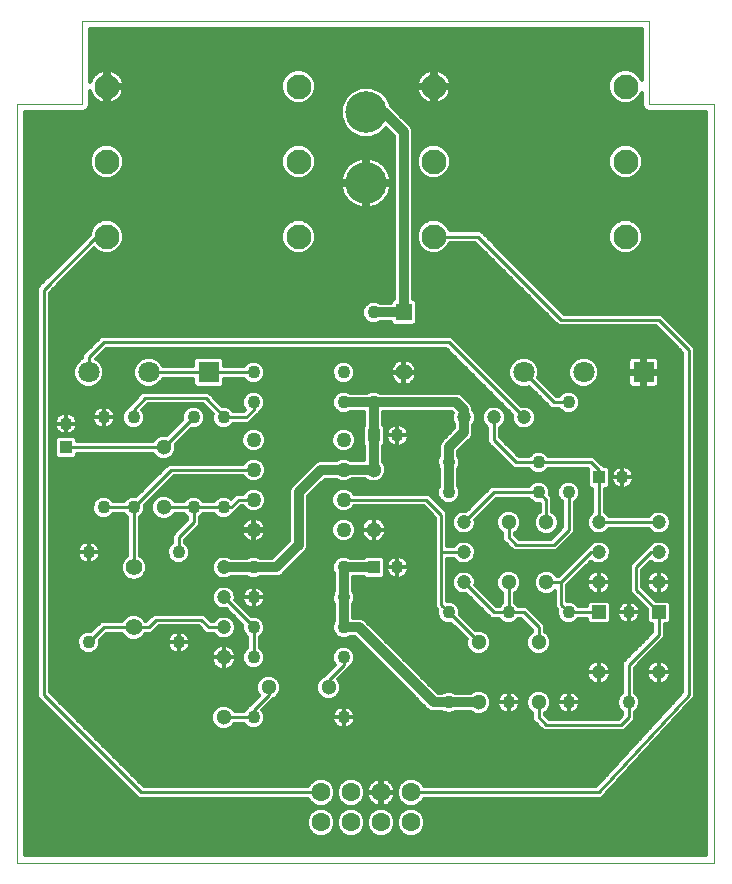
<source format=gbl>
G75*
%MOIN*%
%OFA0B0*%
%FSLAX25Y25*%
%IPPOS*%
%LPD*%
%AMOC8*
5,1,8,0,0,1.08239X$1,22.5*
%
%ADD10R,0.07087X0.07087*%
%ADD11C,0.07087*%
%ADD12C,0.08268*%
%ADD13C,0.13843*%
%ADD14C,0.06299*%
%ADD15C,0.00000*%
%ADD16C,0.05512*%
%ADD17R,0.05512X0.05512*%
%ADD18R,0.04331X0.04331*%
%ADD19C,0.04331*%
%ADD20C,0.05118*%
%ADD21C,0.04724*%
%ADD22C,0.05000*%
%ADD23R,0.04724X0.04724*%
%ADD24C,0.03200*%
%ADD25C,0.01200*%
%ADD26C,0.03346*%
%ADD27C,0.01000*%
D10*
X0068750Y0169163D03*
X0213750Y0169163D03*
D11*
X0193750Y0169163D03*
X0173750Y0169163D03*
X0048750Y0169163D03*
X0028750Y0169163D03*
D12*
X0034801Y0214350D03*
X0034801Y0239350D03*
X0034801Y0264350D03*
X0098699Y0264350D03*
X0098699Y0239350D03*
X0098699Y0214350D03*
X0143801Y0214350D03*
X0143801Y0239350D03*
X0143801Y0264350D03*
X0207699Y0264350D03*
X0207699Y0239350D03*
X0207699Y0214350D03*
D13*
X0121250Y0232188D03*
X0121250Y0255810D03*
D14*
X0116250Y0029100D03*
X0116250Y0019100D03*
X0106250Y0019100D03*
X0106250Y0029100D03*
X0126250Y0029100D03*
X0126250Y0019100D03*
X0136250Y0019100D03*
X0136250Y0029100D03*
D15*
X0237283Y0005600D02*
X0005000Y0005600D01*
X0005000Y0258631D01*
X0026654Y0258631D01*
X0026654Y0286191D01*
X0215630Y0286191D01*
X0215630Y0258631D01*
X0237283Y0258631D01*
X0237283Y0005600D01*
D16*
X0133750Y0169100D03*
X0043750Y0104100D03*
X0043750Y0084100D03*
D17*
X0133750Y0189100D03*
D18*
X0123810Y0148100D03*
X0123810Y0104100D03*
X0198810Y0134100D03*
X0021250Y0144160D03*
D19*
X0021250Y0152040D03*
X0033750Y0154100D03*
X0043750Y0154100D03*
X0063750Y0154100D03*
X0073750Y0154100D03*
X0083750Y0159100D03*
X0083750Y0169100D03*
X0113750Y0169100D03*
X0113750Y0159100D03*
X0123750Y0159100D03*
X0131690Y0148100D03*
X0148750Y0139100D03*
X0148750Y0129100D03*
X0131690Y0104100D03*
X0113750Y0104100D03*
X0113750Y0094100D03*
X0113750Y0084100D03*
X0113750Y0074100D03*
X0113750Y0054100D03*
X0083750Y0054100D03*
X0083750Y0074100D03*
X0083750Y0084100D03*
X0083750Y0094100D03*
X0083750Y0104100D03*
X0073750Y0124100D03*
X0063750Y0124100D03*
X0058750Y0109100D03*
X0043750Y0124100D03*
X0033750Y0124100D03*
X0028750Y0109100D03*
X0028750Y0079100D03*
X0058750Y0079100D03*
X0148750Y0089100D03*
X0168750Y0089100D03*
X0188750Y0089100D03*
X0208750Y0089100D03*
X0208750Y0059100D03*
X0188750Y0059100D03*
X0168750Y0059100D03*
X0148750Y0059100D03*
X0178750Y0129100D03*
X0178750Y0139100D03*
X0188750Y0129100D03*
X0206690Y0134100D03*
X0188750Y0159100D03*
X0123750Y0189100D03*
D20*
X0123750Y0136600D03*
X0123750Y0116600D03*
X0158750Y0079100D03*
X0158750Y0059100D03*
X0178750Y0059100D03*
X0178750Y0079100D03*
X0181250Y0099100D03*
X0168750Y0099100D03*
X0168750Y0119100D03*
X0181250Y0119100D03*
X0108750Y0064100D03*
X0088750Y0064100D03*
X0073750Y0054100D03*
X0073750Y0074100D03*
X0053750Y0124100D03*
X0053750Y0144100D03*
D21*
X0073750Y0104100D03*
X0073750Y0094100D03*
X0073750Y0084100D03*
X0153750Y0099100D03*
X0153750Y0109100D03*
X0153750Y0119100D03*
X0153750Y0154100D03*
X0163750Y0154100D03*
X0173750Y0154100D03*
X0198750Y0119100D03*
X0198750Y0109100D03*
X0198750Y0099100D03*
X0218750Y0099100D03*
X0218750Y0109100D03*
X0218750Y0119100D03*
X0218750Y0069100D03*
X0198750Y0069100D03*
D22*
X0113750Y0116600D03*
X0113750Y0126600D03*
X0113750Y0136600D03*
X0113750Y0146600D03*
X0083750Y0146600D03*
X0083750Y0136600D03*
X0083750Y0126600D03*
X0083750Y0116600D03*
D23*
X0198750Y0089100D03*
X0218750Y0089100D03*
D24*
X0158750Y0059100D02*
X0148750Y0059100D01*
X0143750Y0059100D01*
X0118750Y0084100D01*
X0113750Y0084100D01*
X0113750Y0094100D01*
X0113750Y0104100D01*
X0123810Y0104100D01*
X0098750Y0111600D02*
X0098750Y0129100D01*
X0106250Y0136600D01*
X0113750Y0136600D01*
X0113810Y0136660D01*
X0123810Y0136660D01*
X0123750Y0136600D01*
X0123810Y0136660D02*
X0123810Y0148100D01*
X0123750Y0148160D01*
X0123750Y0159100D01*
X0151250Y0159100D01*
X0153750Y0156600D01*
X0153750Y0154100D01*
X0153750Y0149100D01*
X0148750Y0144100D01*
X0148750Y0139100D01*
X0148750Y0129100D01*
X0123750Y0159100D02*
X0113750Y0159100D01*
X0123750Y0189100D02*
X0133750Y0189100D01*
X0133750Y0249100D01*
X0127040Y0255810D01*
X0121250Y0255810D01*
X0098750Y0111600D02*
X0091250Y0104100D01*
X0083750Y0104100D01*
X0073750Y0104100D01*
D25*
X0071013Y0106966D02*
X0061941Y0106966D01*
X0061942Y0106967D02*
X0062515Y0108351D01*
X0062515Y0109849D01*
X0061942Y0111233D01*
X0060883Y0112292D01*
X0060850Y0112306D01*
X0060850Y0113230D01*
X0064620Y0117000D01*
X0065850Y0118230D01*
X0065850Y0120894D01*
X0065883Y0120908D01*
X0066942Y0121967D01*
X0066956Y0122000D01*
X0070544Y0122000D01*
X0070558Y0121967D01*
X0071617Y0120908D01*
X0073001Y0120335D01*
X0074499Y0120335D01*
X0075883Y0120908D01*
X0076942Y0121967D01*
X0076956Y0122000D01*
X0077120Y0122000D01*
X0079620Y0124500D01*
X0080182Y0124500D01*
X0080274Y0124278D01*
X0081428Y0123124D01*
X0082934Y0122500D01*
X0084566Y0122500D01*
X0086072Y0123124D01*
X0087226Y0124278D01*
X0087850Y0125784D01*
X0087850Y0127416D01*
X0087226Y0128922D01*
X0086072Y0130076D01*
X0084566Y0130700D01*
X0082934Y0130700D01*
X0081428Y0130076D01*
X0080274Y0128922D01*
X0080182Y0128700D01*
X0077880Y0128700D01*
X0076650Y0127470D01*
X0076178Y0126997D01*
X0075883Y0127292D01*
X0074499Y0127865D01*
X0073001Y0127865D01*
X0071617Y0127292D01*
X0070558Y0126233D01*
X0070544Y0126200D01*
X0066956Y0126200D01*
X0066942Y0126233D01*
X0065883Y0127292D01*
X0064499Y0127865D01*
X0063001Y0127865D01*
X0061617Y0127292D01*
X0060558Y0126233D01*
X0060544Y0126200D01*
X0057382Y0126200D01*
X0057276Y0126456D01*
X0056106Y0127626D01*
X0054577Y0128259D01*
X0052923Y0128259D01*
X0051394Y0127626D01*
X0050224Y0126456D01*
X0049591Y0124927D01*
X0049591Y0123273D01*
X0050224Y0121744D01*
X0051394Y0120574D01*
X0052923Y0119941D01*
X0054577Y0119941D01*
X0056106Y0120574D01*
X0057276Y0121744D01*
X0057382Y0122000D01*
X0060544Y0122000D01*
X0060558Y0121967D01*
X0061617Y0120908D01*
X0061650Y0120894D01*
X0061650Y0119970D01*
X0056650Y0114970D01*
X0056650Y0112306D01*
X0056617Y0112292D01*
X0055558Y0111233D01*
X0054985Y0109849D01*
X0054985Y0108351D01*
X0055558Y0106967D01*
X0056617Y0105908D01*
X0058001Y0105335D01*
X0059499Y0105335D01*
X0060883Y0105908D01*
X0061942Y0106967D01*
X0062438Y0108165D02*
X0090789Y0108165D01*
X0089925Y0107300D02*
X0085864Y0107300D01*
X0084499Y0107865D01*
X0083001Y0107865D01*
X0081636Y0107300D01*
X0076153Y0107300D01*
X0075994Y0107459D01*
X0074538Y0108062D01*
X0072962Y0108062D01*
X0071506Y0107459D01*
X0070391Y0106344D01*
X0069788Y0104888D01*
X0069788Y0103312D01*
X0070391Y0101856D01*
X0071506Y0100741D01*
X0072962Y0100138D01*
X0074538Y0100138D01*
X0075994Y0100741D01*
X0076153Y0100900D01*
X0081636Y0100900D01*
X0083001Y0100335D01*
X0084499Y0100335D01*
X0085864Y0100900D01*
X0091887Y0100900D01*
X0093063Y0101387D01*
X0100563Y0108887D01*
X0101463Y0109787D01*
X0101950Y0110963D01*
X0101950Y0127775D01*
X0107575Y0133400D01*
X0111152Y0133400D01*
X0111428Y0133124D01*
X0112934Y0132500D01*
X0114566Y0132500D01*
X0116072Y0133124D01*
X0116408Y0133460D01*
X0121008Y0133460D01*
X0121394Y0133074D01*
X0122923Y0132441D01*
X0124577Y0132441D01*
X0126106Y0133074D01*
X0127276Y0134244D01*
X0127909Y0135773D01*
X0127909Y0137427D01*
X0127276Y0138956D01*
X0127010Y0139222D01*
X0127010Y0144707D01*
X0127575Y0145272D01*
X0127575Y0150928D01*
X0126950Y0151553D01*
X0126950Y0155900D01*
X0149925Y0155900D01*
X0150124Y0155700D01*
X0149788Y0154888D01*
X0149788Y0153312D01*
X0150391Y0151856D01*
X0150550Y0151697D01*
X0150550Y0150425D01*
X0146937Y0146813D01*
X0146037Y0145913D01*
X0145550Y0144737D01*
X0145550Y0141214D01*
X0144985Y0139849D01*
X0144985Y0138351D01*
X0145550Y0136986D01*
X0145550Y0131214D01*
X0144985Y0129849D01*
X0144985Y0128351D01*
X0145558Y0126967D01*
X0146617Y0125908D01*
X0148001Y0125335D01*
X0149499Y0125335D01*
X0150883Y0125908D01*
X0151942Y0126967D01*
X0152515Y0128351D01*
X0152515Y0129849D01*
X0151950Y0131214D01*
X0151950Y0136986D01*
X0152515Y0138351D01*
X0152515Y0139849D01*
X0151950Y0141214D01*
X0151950Y0142775D01*
X0156463Y0147287D01*
X0156950Y0148463D01*
X0156950Y0151697D01*
X0157109Y0151856D01*
X0157712Y0153312D01*
X0157712Y0154888D01*
X0157109Y0156344D01*
X0156950Y0156503D01*
X0156950Y0157237D01*
X0156463Y0158413D01*
X0153963Y0160913D01*
X0153063Y0161813D01*
X0151887Y0162300D01*
X0125864Y0162300D01*
X0124499Y0162865D01*
X0123001Y0162865D01*
X0121636Y0162300D01*
X0115864Y0162300D01*
X0114499Y0162865D01*
X0113001Y0162865D01*
X0111617Y0162292D01*
X0110558Y0161233D01*
X0109985Y0159849D01*
X0109985Y0158351D01*
X0110558Y0156967D01*
X0111617Y0155908D01*
X0113001Y0155335D01*
X0114499Y0155335D01*
X0115864Y0155900D01*
X0120550Y0155900D01*
X0120550Y0151433D01*
X0120045Y0150928D01*
X0120045Y0145272D01*
X0120610Y0144707D01*
X0120610Y0139860D01*
X0116288Y0139860D01*
X0116072Y0140076D01*
X0114566Y0140700D01*
X0112934Y0140700D01*
X0111428Y0140076D01*
X0111152Y0139800D01*
X0105613Y0139800D01*
X0104437Y0139313D01*
X0103537Y0138413D01*
X0096037Y0130913D01*
X0095550Y0129737D01*
X0095550Y0112925D01*
X0089925Y0107300D01*
X0091988Y0109363D02*
X0062515Y0109363D01*
X0062220Y0110562D02*
X0093186Y0110562D01*
X0094385Y0111760D02*
X0061415Y0111760D01*
X0060850Y0112959D02*
X0081866Y0112959D01*
X0081601Y0113093D02*
X0082176Y0112800D01*
X0082790Y0112601D01*
X0083427Y0112500D01*
X0083550Y0112500D01*
X0083550Y0116400D01*
X0083950Y0116400D01*
X0083950Y0116800D01*
X0087850Y0116800D01*
X0087850Y0116923D01*
X0087749Y0117560D01*
X0087550Y0118174D01*
X0087257Y0118749D01*
X0086877Y0119271D01*
X0086421Y0119727D01*
X0085899Y0120107D01*
X0085324Y0120400D01*
X0084710Y0120599D01*
X0084073Y0120700D01*
X0083950Y0120700D01*
X0083950Y0116800D01*
X0083550Y0116800D01*
X0083550Y0120700D01*
X0083427Y0120700D01*
X0082790Y0120599D01*
X0082176Y0120400D01*
X0081601Y0120107D01*
X0081079Y0119727D01*
X0080623Y0119271D01*
X0080243Y0118749D01*
X0079950Y0118174D01*
X0079751Y0117560D01*
X0079650Y0116923D01*
X0079650Y0116800D01*
X0083550Y0116800D01*
X0083550Y0116400D01*
X0079650Y0116400D01*
X0079650Y0116277D01*
X0079751Y0115640D01*
X0079950Y0115026D01*
X0080243Y0114451D01*
X0080623Y0113929D01*
X0081079Y0113473D01*
X0081601Y0113093D01*
X0080457Y0114157D02*
X0061777Y0114157D01*
X0062975Y0115356D02*
X0079843Y0115356D01*
X0079814Y0117753D02*
X0065372Y0117753D01*
X0065850Y0118951D02*
X0080390Y0118951D01*
X0081686Y0120150D02*
X0065850Y0120150D01*
X0066323Y0121348D02*
X0071177Y0121348D01*
X0076323Y0121348D02*
X0095550Y0121348D01*
X0095550Y0120150D02*
X0085814Y0120150D01*
X0087110Y0118951D02*
X0095550Y0118951D01*
X0095550Y0117753D02*
X0087686Y0117753D01*
X0087850Y0116400D02*
X0083950Y0116400D01*
X0083950Y0112500D01*
X0084073Y0112500D01*
X0084710Y0112601D01*
X0085324Y0112800D01*
X0085899Y0113093D01*
X0086421Y0113473D01*
X0086877Y0113929D01*
X0087257Y0114451D01*
X0087550Y0115026D01*
X0087749Y0115640D01*
X0087850Y0116277D01*
X0087850Y0116400D01*
X0087657Y0115356D02*
X0095550Y0115356D01*
X0095550Y0116554D02*
X0083950Y0116554D01*
X0083550Y0116554D02*
X0064174Y0116554D01*
X0060631Y0118951D02*
X0045850Y0118951D01*
X0045850Y0117753D02*
X0059433Y0117753D01*
X0058234Y0116554D02*
X0045850Y0116554D01*
X0045850Y0115356D02*
X0057036Y0115356D01*
X0056650Y0114157D02*
X0045850Y0114157D01*
X0045850Y0112959D02*
X0056650Y0112959D01*
X0056085Y0111760D02*
X0045850Y0111760D01*
X0045850Y0110562D02*
X0055280Y0110562D01*
X0054985Y0109363D02*
X0045850Y0109363D01*
X0045850Y0108165D02*
X0055062Y0108165D01*
X0055559Y0106966D02*
X0047044Y0106966D01*
X0047443Y0106567D02*
X0046217Y0107793D01*
X0045850Y0107945D01*
X0045850Y0120894D01*
X0045883Y0120908D01*
X0046942Y0121967D01*
X0047515Y0123351D01*
X0047515Y0124849D01*
X0047502Y0124882D01*
X0057120Y0134500D01*
X0080182Y0134500D01*
X0080274Y0134278D01*
X0081428Y0133124D01*
X0082934Y0132500D01*
X0084566Y0132500D01*
X0086072Y0133124D01*
X0087226Y0134278D01*
X0087850Y0135784D01*
X0087850Y0137416D01*
X0087226Y0138922D01*
X0086072Y0140076D01*
X0084566Y0140700D01*
X0082934Y0140700D01*
X0081428Y0140076D01*
X0080274Y0138922D01*
X0080182Y0138700D01*
X0055380Y0138700D01*
X0054150Y0137470D01*
X0044532Y0127852D01*
X0044499Y0127865D01*
X0043001Y0127865D01*
X0041617Y0127292D01*
X0040558Y0126233D01*
X0040544Y0126200D01*
X0036956Y0126200D01*
X0036942Y0126233D01*
X0035883Y0127292D01*
X0034499Y0127865D01*
X0033001Y0127865D01*
X0031617Y0127292D01*
X0030558Y0126233D01*
X0029985Y0124849D01*
X0029985Y0123351D01*
X0030558Y0121967D01*
X0031617Y0120908D01*
X0033001Y0120335D01*
X0034499Y0120335D01*
X0035883Y0120908D01*
X0036942Y0121967D01*
X0036956Y0122000D01*
X0040544Y0122000D01*
X0040558Y0121967D01*
X0041617Y0120908D01*
X0041650Y0120894D01*
X0041650Y0107945D01*
X0041283Y0107793D01*
X0040057Y0106567D01*
X0039394Y0104966D01*
X0039394Y0103234D01*
X0040057Y0101633D01*
X0041283Y0100407D01*
X0042884Y0099744D01*
X0044616Y0099744D01*
X0046217Y0100407D01*
X0047443Y0101633D01*
X0048106Y0103234D01*
X0048106Y0104966D01*
X0047443Y0106567D01*
X0047774Y0105768D02*
X0056956Y0105768D01*
X0060544Y0105768D02*
X0070152Y0105768D01*
X0069788Y0104569D02*
X0048106Y0104569D01*
X0048106Y0103370D02*
X0069788Y0103370D01*
X0070260Y0102172D02*
X0047666Y0102172D01*
X0046784Y0100973D02*
X0071273Y0100973D01*
X0072962Y0098062D02*
X0071506Y0097459D01*
X0070391Y0096344D01*
X0069788Y0094888D01*
X0069788Y0093312D01*
X0070391Y0091856D01*
X0071506Y0090741D01*
X0072962Y0090138D01*
X0074538Y0090138D01*
X0074683Y0090198D01*
X0079998Y0084882D01*
X0079985Y0084849D01*
X0079985Y0083351D01*
X0080558Y0081967D01*
X0081617Y0080908D01*
X0081650Y0080894D01*
X0081650Y0077306D01*
X0081617Y0077292D01*
X0080558Y0076233D01*
X0079985Y0074849D01*
X0079985Y0073351D01*
X0080558Y0071967D01*
X0081617Y0070908D01*
X0083001Y0070335D01*
X0084499Y0070335D01*
X0085883Y0070908D01*
X0086942Y0071967D01*
X0087515Y0073351D01*
X0087515Y0074849D01*
X0086942Y0076233D01*
X0085883Y0077292D01*
X0085850Y0077306D01*
X0085850Y0080894D01*
X0085883Y0080908D01*
X0086942Y0081967D01*
X0087515Y0083351D01*
X0087515Y0084849D01*
X0086942Y0086233D01*
X0085883Y0087292D01*
X0084499Y0087865D01*
X0083001Y0087865D01*
X0082968Y0087852D01*
X0077652Y0093167D01*
X0077712Y0093312D01*
X0077712Y0094888D01*
X0077109Y0096344D01*
X0075994Y0097459D01*
X0074538Y0098062D01*
X0072962Y0098062D01*
X0071425Y0097378D02*
X0015850Y0097378D01*
X0015850Y0098576D02*
X0110550Y0098576D01*
X0110550Y0097378D02*
X0085622Y0097378D01*
X0085534Y0097437D02*
X0084848Y0097721D01*
X0084121Y0097865D01*
X0083750Y0097865D01*
X0083379Y0097865D01*
X0082652Y0097721D01*
X0081966Y0097437D01*
X0081350Y0097025D01*
X0080825Y0096500D01*
X0080413Y0095884D01*
X0080129Y0095198D01*
X0079985Y0094471D01*
X0079985Y0094100D01*
X0079985Y0093729D01*
X0080129Y0093002D01*
X0080413Y0092316D01*
X0080825Y0091700D01*
X0081350Y0091175D01*
X0081966Y0090763D01*
X0082652Y0090479D01*
X0083379Y0090335D01*
X0083750Y0090335D01*
X0084121Y0090335D01*
X0084848Y0090479D01*
X0085534Y0090763D01*
X0086150Y0091175D01*
X0086675Y0091700D01*
X0087087Y0092316D01*
X0087371Y0093002D01*
X0087515Y0093729D01*
X0087515Y0094100D01*
X0087515Y0094471D01*
X0087371Y0095198D01*
X0087087Y0095884D01*
X0086675Y0096500D01*
X0086150Y0097025D01*
X0085534Y0097437D01*
X0083750Y0097378D02*
X0083750Y0097378D01*
X0083750Y0097865D02*
X0083750Y0094100D01*
X0087515Y0094100D01*
X0083750Y0094100D01*
X0083750Y0094100D01*
X0083750Y0094100D01*
X0083750Y0097865D01*
X0083750Y0096179D02*
X0083750Y0096179D01*
X0083750Y0094981D02*
X0083750Y0094981D01*
X0083750Y0094100D02*
X0083750Y0094100D01*
X0083750Y0090335D01*
X0083750Y0094100D01*
X0083750Y0094100D01*
X0079985Y0094100D01*
X0083750Y0094100D01*
X0083750Y0093782D02*
X0083750Y0093782D01*
X0083750Y0092584D02*
X0083750Y0092584D01*
X0083750Y0091385D02*
X0083750Y0091385D01*
X0086360Y0091385D02*
X0110550Y0091385D01*
X0110550Y0091986D02*
X0110550Y0086214D01*
X0109985Y0084849D01*
X0109985Y0083351D01*
X0110558Y0081967D01*
X0111617Y0080908D01*
X0113001Y0080335D01*
X0114499Y0080335D01*
X0115864Y0080900D01*
X0117425Y0080900D01*
X0141937Y0056387D01*
X0143113Y0055900D01*
X0146636Y0055900D01*
X0148001Y0055335D01*
X0149499Y0055335D01*
X0150864Y0055900D01*
X0156068Y0055900D01*
X0156394Y0055574D01*
X0157923Y0054941D01*
X0159577Y0054941D01*
X0161106Y0055574D01*
X0162276Y0056744D01*
X0162909Y0058273D01*
X0162909Y0059927D01*
X0162276Y0061456D01*
X0161106Y0062626D01*
X0159577Y0063259D01*
X0157923Y0063259D01*
X0156394Y0062626D01*
X0156068Y0062300D01*
X0150864Y0062300D01*
X0149499Y0062865D01*
X0148001Y0062865D01*
X0146636Y0062300D01*
X0145075Y0062300D01*
X0121463Y0085913D01*
X0120563Y0086813D01*
X0119387Y0087300D01*
X0116950Y0087300D01*
X0116950Y0091986D01*
X0117515Y0093351D01*
X0117515Y0094849D01*
X0116950Y0096214D01*
X0116950Y0100900D01*
X0120417Y0100900D01*
X0120982Y0100335D01*
X0126638Y0100335D01*
X0127575Y0101272D01*
X0127575Y0106928D01*
X0126638Y0107865D01*
X0120982Y0107865D01*
X0120417Y0107300D01*
X0115864Y0107300D01*
X0114499Y0107865D01*
X0113001Y0107865D01*
X0111617Y0107292D01*
X0110558Y0106233D01*
X0109985Y0104849D01*
X0109985Y0103351D01*
X0110550Y0101986D01*
X0110550Y0096214D01*
X0109985Y0094849D01*
X0109985Y0093351D01*
X0110550Y0091986D01*
X0110302Y0092584D02*
X0087198Y0092584D01*
X0087515Y0093782D02*
X0109985Y0093782D01*
X0110039Y0094981D02*
X0087414Y0094981D01*
X0086889Y0096179D02*
X0110536Y0096179D01*
X0110550Y0099775D02*
X0044691Y0099775D01*
X0042809Y0099775D02*
X0015850Y0099775D01*
X0015850Y0100973D02*
X0040716Y0100973D01*
X0039834Y0102172D02*
X0015850Y0102172D01*
X0015850Y0103370D02*
X0039394Y0103370D01*
X0039394Y0104569D02*
X0015850Y0104569D01*
X0015850Y0105768D02*
X0026960Y0105768D01*
X0026966Y0105763D02*
X0027652Y0105479D01*
X0028379Y0105335D01*
X0028750Y0105335D01*
X0029121Y0105335D01*
X0029848Y0105479D01*
X0030534Y0105763D01*
X0031150Y0106175D01*
X0031675Y0106700D01*
X0032087Y0107316D01*
X0032371Y0108002D01*
X0032515Y0108729D01*
X0032515Y0109100D01*
X0032515Y0109471D01*
X0032371Y0110198D01*
X0032087Y0110884D01*
X0031675Y0111500D01*
X0031150Y0112025D01*
X0030534Y0112437D01*
X0029848Y0112721D01*
X0029121Y0112865D01*
X0028750Y0112865D01*
X0028379Y0112865D01*
X0027652Y0112721D01*
X0026966Y0112437D01*
X0026350Y0112025D01*
X0025825Y0111500D01*
X0025413Y0110884D01*
X0025129Y0110198D01*
X0024985Y0109471D01*
X0024985Y0109100D01*
X0024985Y0108729D01*
X0025129Y0108002D01*
X0025413Y0107316D01*
X0025825Y0106700D01*
X0026350Y0106175D01*
X0026966Y0105763D01*
X0028750Y0105768D02*
X0028750Y0105768D01*
X0028750Y0105335D02*
X0028750Y0109100D01*
X0028750Y0109100D01*
X0028750Y0112865D01*
X0028750Y0109100D01*
X0032515Y0109100D01*
X0028750Y0109100D01*
X0028750Y0109100D01*
X0028750Y0109100D01*
X0024985Y0109100D01*
X0028750Y0109100D01*
X0028750Y0109100D01*
X0028750Y0105335D01*
X0028750Y0106966D02*
X0028750Y0106966D01*
X0028750Y0108165D02*
X0028750Y0108165D01*
X0028750Y0109363D02*
X0028750Y0109363D01*
X0028750Y0110562D02*
X0028750Y0110562D01*
X0028750Y0111760D02*
X0028750Y0111760D01*
X0026085Y0111760D02*
X0015850Y0111760D01*
X0015850Y0110562D02*
X0025280Y0110562D01*
X0024985Y0109363D02*
X0015850Y0109363D01*
X0015850Y0108165D02*
X0025097Y0108165D01*
X0025647Y0106966D02*
X0015850Y0106966D01*
X0011650Y0106966D02*
X0007600Y0106966D01*
X0007600Y0105768D02*
X0011650Y0105768D01*
X0011650Y0104569D02*
X0007600Y0104569D01*
X0007600Y0103370D02*
X0011650Y0103370D01*
X0011650Y0102172D02*
X0007600Y0102172D01*
X0007600Y0100973D02*
X0011650Y0100973D01*
X0011650Y0099775D02*
X0007600Y0099775D01*
X0007600Y0098576D02*
X0011650Y0098576D01*
X0011650Y0097378D02*
X0007600Y0097378D01*
X0007600Y0096179D02*
X0011650Y0096179D01*
X0011650Y0094981D02*
X0007600Y0094981D01*
X0007600Y0093782D02*
X0011650Y0093782D01*
X0011650Y0092584D02*
X0007600Y0092584D01*
X0007600Y0091385D02*
X0011650Y0091385D01*
X0011650Y0090187D02*
X0007600Y0090187D01*
X0007600Y0088988D02*
X0011650Y0088988D01*
X0011650Y0087790D02*
X0007600Y0087790D01*
X0007600Y0086591D02*
X0011650Y0086591D01*
X0011650Y0085393D02*
X0007600Y0085393D01*
X0007600Y0084194D02*
X0011650Y0084194D01*
X0011650Y0082996D02*
X0007600Y0082996D01*
X0007600Y0081797D02*
X0011650Y0081797D01*
X0011650Y0080599D02*
X0007600Y0080599D01*
X0007600Y0079400D02*
X0011650Y0079400D01*
X0011650Y0078202D02*
X0007600Y0078202D01*
X0007600Y0077003D02*
X0011650Y0077003D01*
X0011650Y0075805D02*
X0007600Y0075805D01*
X0007600Y0074606D02*
X0011650Y0074606D01*
X0011650Y0073408D02*
X0007600Y0073408D01*
X0007600Y0072209D02*
X0011650Y0072209D01*
X0011650Y0071011D02*
X0007600Y0071011D01*
X0007600Y0069812D02*
X0011650Y0069812D01*
X0011650Y0068614D02*
X0007600Y0068614D01*
X0007600Y0067415D02*
X0011650Y0067415D01*
X0011650Y0066217D02*
X0007600Y0066217D01*
X0007600Y0065018D02*
X0011650Y0065018D01*
X0011650Y0063820D02*
X0007600Y0063820D01*
X0007600Y0062621D02*
X0011650Y0062621D01*
X0011650Y0061423D02*
X0007600Y0061423D01*
X0007600Y0060224D02*
X0012156Y0060224D01*
X0011650Y0060730D02*
X0012880Y0059500D01*
X0045380Y0027000D01*
X0101979Y0027000D01*
X0102223Y0026410D01*
X0103560Y0025073D01*
X0105305Y0024350D01*
X0107195Y0024350D01*
X0108940Y0025073D01*
X0110277Y0026410D01*
X0111000Y0028155D01*
X0111000Y0030045D01*
X0110277Y0031790D01*
X0108940Y0033127D01*
X0107195Y0033850D01*
X0105305Y0033850D01*
X0103560Y0033127D01*
X0102223Y0031790D01*
X0101979Y0031200D01*
X0047120Y0031200D01*
X0015850Y0062470D01*
X0015850Y0195730D01*
X0030581Y0210461D01*
X0031553Y0209489D01*
X0033661Y0208616D01*
X0035942Y0208616D01*
X0038049Y0209489D01*
X0039662Y0211102D01*
X0040535Y0213209D01*
X0040535Y0215491D01*
X0039662Y0217598D01*
X0038049Y0219211D01*
X0035942Y0220084D01*
X0033661Y0220084D01*
X0031553Y0219211D01*
X0029940Y0217598D01*
X0029067Y0215491D01*
X0029067Y0214887D01*
X0011650Y0197470D01*
X0011650Y0060730D01*
X0013355Y0059026D02*
X0007600Y0059026D01*
X0007600Y0057827D02*
X0014553Y0057827D01*
X0015752Y0056629D02*
X0007600Y0056629D01*
X0007600Y0055430D02*
X0016950Y0055430D01*
X0018149Y0054232D02*
X0007600Y0054232D01*
X0007600Y0053033D02*
X0019347Y0053033D01*
X0020546Y0051834D02*
X0007600Y0051834D01*
X0007600Y0050636D02*
X0021744Y0050636D01*
X0022943Y0049437D02*
X0007600Y0049437D01*
X0007600Y0048239D02*
X0024141Y0048239D01*
X0025340Y0047040D02*
X0007600Y0047040D01*
X0007600Y0045842D02*
X0026538Y0045842D01*
X0027737Y0044643D02*
X0007600Y0044643D01*
X0007600Y0043445D02*
X0028935Y0043445D01*
X0030134Y0042246D02*
X0007600Y0042246D01*
X0007600Y0041048D02*
X0031332Y0041048D01*
X0032531Y0039849D02*
X0007600Y0039849D01*
X0007600Y0038651D02*
X0033729Y0038651D01*
X0034928Y0037452D02*
X0007600Y0037452D01*
X0007600Y0036254D02*
X0036126Y0036254D01*
X0037325Y0035055D02*
X0007600Y0035055D01*
X0007600Y0033857D02*
X0038523Y0033857D01*
X0039722Y0032658D02*
X0007600Y0032658D01*
X0007600Y0031460D02*
X0040920Y0031460D01*
X0042119Y0030261D02*
X0007600Y0030261D01*
X0007600Y0029063D02*
X0043317Y0029063D01*
X0044516Y0027864D02*
X0007600Y0027864D01*
X0007600Y0026666D02*
X0102117Y0026666D01*
X0103166Y0025467D02*
X0007600Y0025467D01*
X0007600Y0024269D02*
X0234683Y0024269D01*
X0234683Y0025467D02*
X0139334Y0025467D01*
X0138940Y0025073D02*
X0140277Y0026410D01*
X0140521Y0027000D01*
X0197929Y0027000D01*
X0197965Y0026967D01*
X0198792Y0027000D01*
X0199620Y0027000D01*
X0199654Y0027034D01*
X0199703Y0027036D01*
X0200265Y0027645D01*
X0200850Y0028230D01*
X0200850Y0028279D01*
X0230264Y0060145D01*
X0230850Y0060730D01*
X0230850Y0060779D01*
X0230883Y0060815D01*
X0230850Y0061642D01*
X0230850Y0177470D01*
X0229620Y0178700D01*
X0219620Y0188700D01*
X0187120Y0188700D01*
X0159370Y0216450D01*
X0149138Y0216450D01*
X0148662Y0217598D01*
X0147049Y0219211D01*
X0144942Y0220084D01*
X0142661Y0220084D01*
X0140553Y0219211D01*
X0138940Y0217598D01*
X0138067Y0215491D01*
X0138067Y0213209D01*
X0138940Y0211102D01*
X0140553Y0209489D01*
X0142661Y0208616D01*
X0144942Y0208616D01*
X0147049Y0209489D01*
X0148662Y0211102D01*
X0149138Y0212250D01*
X0157630Y0212250D01*
X0184150Y0185730D01*
X0185380Y0184500D01*
X0217880Y0184500D01*
X0226650Y0175730D01*
X0226650Y0062421D01*
X0197831Y0031200D01*
X0140521Y0031200D01*
X0140277Y0031790D01*
X0138940Y0033127D01*
X0137195Y0033850D01*
X0135305Y0033850D01*
X0133560Y0033127D01*
X0132223Y0031790D01*
X0131500Y0030045D01*
X0131500Y0028155D01*
X0132223Y0026410D01*
X0133560Y0025073D01*
X0135305Y0024350D01*
X0137195Y0024350D01*
X0138940Y0025073D01*
X0138940Y0023127D02*
X0137195Y0023850D01*
X0135305Y0023850D01*
X0133560Y0023127D01*
X0132223Y0021790D01*
X0131500Y0020045D01*
X0131500Y0018155D01*
X0132223Y0016410D01*
X0133560Y0015073D01*
X0135305Y0014350D01*
X0137195Y0014350D01*
X0138940Y0015073D01*
X0140277Y0016410D01*
X0141000Y0018155D01*
X0141000Y0020045D01*
X0140277Y0021790D01*
X0138940Y0023127D01*
X0138997Y0023070D02*
X0234683Y0023070D01*
X0234683Y0021872D02*
X0140195Y0021872D01*
X0140739Y0020673D02*
X0234683Y0020673D01*
X0234683Y0019475D02*
X0141000Y0019475D01*
X0141000Y0018276D02*
X0234683Y0018276D01*
X0234683Y0017078D02*
X0140553Y0017078D01*
X0139746Y0015879D02*
X0234683Y0015879D01*
X0234683Y0014681D02*
X0137992Y0014681D01*
X0134508Y0014681D02*
X0127992Y0014681D01*
X0127195Y0014350D02*
X0128940Y0015073D01*
X0130277Y0016410D01*
X0131000Y0018155D01*
X0131000Y0020045D01*
X0130277Y0021790D01*
X0128940Y0023127D01*
X0127195Y0023850D01*
X0125305Y0023850D01*
X0123560Y0023127D01*
X0122223Y0021790D01*
X0121500Y0020045D01*
X0121500Y0018155D01*
X0122223Y0016410D01*
X0123560Y0015073D01*
X0125305Y0014350D01*
X0127195Y0014350D01*
X0124508Y0014681D02*
X0117992Y0014681D01*
X0117195Y0014350D02*
X0118940Y0015073D01*
X0120277Y0016410D01*
X0121000Y0018155D01*
X0121000Y0020045D01*
X0120277Y0021790D01*
X0118940Y0023127D01*
X0117195Y0023850D01*
X0115305Y0023850D01*
X0113560Y0023127D01*
X0112223Y0021790D01*
X0111500Y0020045D01*
X0111500Y0018155D01*
X0112223Y0016410D01*
X0113560Y0015073D01*
X0115305Y0014350D01*
X0117195Y0014350D01*
X0114508Y0014681D02*
X0107992Y0014681D01*
X0107195Y0014350D02*
X0105305Y0014350D01*
X0103560Y0015073D01*
X0102223Y0016410D01*
X0101500Y0018155D01*
X0101500Y0020045D01*
X0102223Y0021790D01*
X0103560Y0023127D01*
X0105305Y0023850D01*
X0107195Y0023850D01*
X0108940Y0023127D01*
X0110277Y0021790D01*
X0111000Y0020045D01*
X0111000Y0018155D01*
X0110277Y0016410D01*
X0108940Y0015073D01*
X0107195Y0014350D01*
X0104508Y0014681D02*
X0007600Y0014681D01*
X0007600Y0015879D02*
X0102754Y0015879D01*
X0101947Y0017078D02*
X0007600Y0017078D01*
X0007600Y0018276D02*
X0101500Y0018276D01*
X0101500Y0019475D02*
X0007600Y0019475D01*
X0007600Y0020673D02*
X0101761Y0020673D01*
X0102305Y0021872D02*
X0007600Y0021872D01*
X0007600Y0023070D02*
X0103503Y0023070D01*
X0108997Y0023070D02*
X0113503Y0023070D01*
X0112305Y0021872D02*
X0110195Y0021872D01*
X0110739Y0020673D02*
X0111761Y0020673D01*
X0111500Y0019475D02*
X0111000Y0019475D01*
X0111000Y0018276D02*
X0111500Y0018276D01*
X0111947Y0017078D02*
X0110553Y0017078D01*
X0109746Y0015879D02*
X0112754Y0015879D01*
X0119746Y0015879D02*
X0122754Y0015879D01*
X0121947Y0017078D02*
X0120553Y0017078D01*
X0121000Y0018276D02*
X0121500Y0018276D01*
X0121500Y0019475D02*
X0121000Y0019475D01*
X0120739Y0020673D02*
X0121761Y0020673D01*
X0122305Y0021872D02*
X0120195Y0021872D01*
X0118997Y0023070D02*
X0123503Y0023070D01*
X0124427Y0024698D02*
X0125138Y0024467D01*
X0125876Y0024350D01*
X0125964Y0024350D01*
X0125964Y0028814D01*
X0126536Y0028814D01*
X0126536Y0029386D01*
X0131000Y0029386D01*
X0131000Y0029474D01*
X0130883Y0030212D01*
X0130652Y0030923D01*
X0130312Y0031589D01*
X0129873Y0032194D01*
X0129344Y0032723D01*
X0128739Y0033162D01*
X0128073Y0033502D01*
X0127362Y0033733D01*
X0126624Y0033850D01*
X0126536Y0033850D01*
X0126536Y0029386D01*
X0125964Y0029386D01*
X0125964Y0033850D01*
X0125876Y0033850D01*
X0125138Y0033733D01*
X0124427Y0033502D01*
X0123761Y0033162D01*
X0123156Y0032723D01*
X0122627Y0032194D01*
X0122188Y0031589D01*
X0121848Y0030923D01*
X0121617Y0030212D01*
X0121500Y0029474D01*
X0121500Y0029386D01*
X0125964Y0029386D01*
X0125964Y0028814D01*
X0121500Y0028814D01*
X0121500Y0028726D01*
X0121617Y0027988D01*
X0121848Y0027277D01*
X0122188Y0026611D01*
X0122627Y0026006D01*
X0123156Y0025477D01*
X0123761Y0025038D01*
X0124427Y0024698D01*
X0123170Y0025467D02*
X0119334Y0025467D01*
X0118940Y0025073D02*
X0120277Y0026410D01*
X0121000Y0028155D01*
X0121000Y0030045D01*
X0120277Y0031790D01*
X0118940Y0033127D01*
X0117195Y0033850D01*
X0115305Y0033850D01*
X0113560Y0033127D01*
X0112223Y0031790D01*
X0111500Y0030045D01*
X0111500Y0028155D01*
X0112223Y0026410D01*
X0113560Y0025073D01*
X0115305Y0024350D01*
X0117195Y0024350D01*
X0118940Y0025073D01*
X0120383Y0026666D02*
X0122160Y0026666D01*
X0121657Y0027864D02*
X0120879Y0027864D01*
X0121000Y0029063D02*
X0125964Y0029063D01*
X0126536Y0029063D02*
X0131500Y0029063D01*
X0131000Y0028814D02*
X0126536Y0028814D01*
X0126536Y0024350D01*
X0126624Y0024350D01*
X0127362Y0024467D01*
X0128073Y0024698D01*
X0128739Y0025038D01*
X0129344Y0025477D01*
X0129873Y0026006D01*
X0130312Y0026611D01*
X0130652Y0027277D01*
X0130883Y0027988D01*
X0131000Y0028726D01*
X0131000Y0028814D01*
X0130843Y0027864D02*
X0131621Y0027864D01*
X0132117Y0026666D02*
X0130340Y0026666D01*
X0129330Y0025467D02*
X0133166Y0025467D01*
X0133503Y0023070D02*
X0128997Y0023070D01*
X0130195Y0021872D02*
X0132305Y0021872D01*
X0131761Y0020673D02*
X0130739Y0020673D01*
X0131000Y0019475D02*
X0131500Y0019475D01*
X0131500Y0018276D02*
X0131000Y0018276D01*
X0130553Y0017078D02*
X0131947Y0017078D01*
X0132754Y0015879D02*
X0129746Y0015879D01*
X0126536Y0025467D02*
X0125964Y0025467D01*
X0125964Y0026666D02*
X0126536Y0026666D01*
X0126536Y0027864D02*
X0125964Y0027864D01*
X0125964Y0030261D02*
X0126536Y0030261D01*
X0126536Y0031460D02*
X0125964Y0031460D01*
X0125964Y0032658D02*
X0126536Y0032658D01*
X0129409Y0032658D02*
X0133091Y0032658D01*
X0132087Y0031460D02*
X0130378Y0031460D01*
X0130867Y0030261D02*
X0131590Y0030261D01*
X0123091Y0032658D02*
X0119409Y0032658D01*
X0120413Y0031460D02*
X0122122Y0031460D01*
X0121633Y0030261D02*
X0120910Y0030261D01*
X0113091Y0032658D02*
X0109409Y0032658D01*
X0110413Y0031460D02*
X0112087Y0031460D01*
X0111590Y0030261D02*
X0110910Y0030261D01*
X0111000Y0029063D02*
X0111500Y0029063D01*
X0111621Y0027864D02*
X0110879Y0027864D01*
X0110383Y0026666D02*
X0112117Y0026666D01*
X0113166Y0025467D02*
X0109334Y0025467D01*
X0102087Y0031460D02*
X0046860Y0031460D01*
X0045662Y0032658D02*
X0103091Y0032658D01*
X0111966Y0050763D02*
X0112652Y0050479D01*
X0113379Y0050335D01*
X0113750Y0050335D01*
X0114121Y0050335D01*
X0114848Y0050479D01*
X0115534Y0050763D01*
X0116150Y0051175D01*
X0116675Y0051700D01*
X0117087Y0052316D01*
X0117371Y0053002D01*
X0117515Y0053729D01*
X0117515Y0054100D01*
X0117515Y0054471D01*
X0117371Y0055198D01*
X0117087Y0055884D01*
X0116675Y0056500D01*
X0116150Y0057025D01*
X0115534Y0057437D01*
X0114848Y0057721D01*
X0114121Y0057865D01*
X0113750Y0057865D01*
X0113379Y0057865D01*
X0112652Y0057721D01*
X0111966Y0057437D01*
X0111350Y0057025D01*
X0110825Y0056500D01*
X0110413Y0055884D01*
X0110129Y0055198D01*
X0109985Y0054471D01*
X0109985Y0054100D01*
X0109985Y0053729D01*
X0110129Y0053002D01*
X0110413Y0052316D01*
X0110825Y0051700D01*
X0111350Y0051175D01*
X0111966Y0050763D01*
X0112273Y0050636D02*
X0085226Y0050636D01*
X0085883Y0050908D02*
X0086942Y0051967D01*
X0087515Y0053351D01*
X0087515Y0054849D01*
X0086942Y0056233D01*
X0086647Y0056528D01*
X0089620Y0059500D01*
X0090403Y0060283D01*
X0091106Y0060574D01*
X0092276Y0061744D01*
X0092909Y0063273D01*
X0092909Y0064927D01*
X0092276Y0066456D01*
X0091106Y0067626D01*
X0089577Y0068259D01*
X0087923Y0068259D01*
X0086394Y0067626D01*
X0085224Y0066456D01*
X0084591Y0064927D01*
X0084591Y0063273D01*
X0085224Y0061744D01*
X0085574Y0061394D01*
X0081650Y0057470D01*
X0081650Y0057306D01*
X0081617Y0057292D01*
X0080558Y0056233D01*
X0080544Y0056200D01*
X0077382Y0056200D01*
X0077276Y0056456D01*
X0076106Y0057626D01*
X0074577Y0058259D01*
X0072923Y0058259D01*
X0071394Y0057626D01*
X0070224Y0056456D01*
X0069591Y0054927D01*
X0069591Y0053273D01*
X0070224Y0051744D01*
X0071394Y0050574D01*
X0072923Y0049941D01*
X0074577Y0049941D01*
X0076106Y0050574D01*
X0077276Y0051744D01*
X0077382Y0052000D01*
X0080544Y0052000D01*
X0080558Y0051967D01*
X0081617Y0050908D01*
X0083001Y0050335D01*
X0084499Y0050335D01*
X0085883Y0050908D01*
X0086810Y0051834D02*
X0110735Y0051834D01*
X0110123Y0053033D02*
X0087384Y0053033D01*
X0087515Y0054232D02*
X0109985Y0054232D01*
X0109985Y0054100D02*
X0113750Y0054100D01*
X0117515Y0054100D01*
X0113750Y0054100D01*
X0113750Y0054100D01*
X0113750Y0054100D01*
X0113750Y0057865D01*
X0113750Y0054100D01*
X0113750Y0050335D01*
X0113750Y0054100D01*
X0113750Y0054100D01*
X0113750Y0054100D01*
X0109985Y0054100D01*
X0110225Y0055430D02*
X0087275Y0055430D01*
X0086748Y0056629D02*
X0110954Y0056629D01*
X0113187Y0057827D02*
X0087947Y0057827D01*
X0089145Y0059026D02*
X0139299Y0059026D01*
X0138100Y0060224D02*
X0110261Y0060224D01*
X0109577Y0059941D02*
X0111106Y0060574D01*
X0112276Y0061744D01*
X0112909Y0063273D01*
X0112909Y0064927D01*
X0112276Y0066456D01*
X0111926Y0066806D01*
X0114620Y0069500D01*
X0115850Y0070730D01*
X0115850Y0070894D01*
X0115883Y0070908D01*
X0116942Y0071967D01*
X0117515Y0073351D01*
X0117515Y0074849D01*
X0116942Y0076233D01*
X0115883Y0077292D01*
X0114499Y0077865D01*
X0113001Y0077865D01*
X0111617Y0077292D01*
X0110558Y0076233D01*
X0109985Y0074849D01*
X0109985Y0073351D01*
X0110558Y0071967D01*
X0110853Y0071672D01*
X0107097Y0067917D01*
X0106394Y0067626D01*
X0105224Y0066456D01*
X0104591Y0064927D01*
X0104591Y0063273D01*
X0105224Y0061744D01*
X0106394Y0060574D01*
X0107923Y0059941D01*
X0109577Y0059941D01*
X0107239Y0060224D02*
X0090344Y0060224D01*
X0091954Y0061423D02*
X0105546Y0061423D01*
X0104861Y0062621D02*
X0092639Y0062621D01*
X0092909Y0063820D02*
X0104591Y0063820D01*
X0104629Y0065018D02*
X0092871Y0065018D01*
X0092375Y0066217D02*
X0105125Y0066217D01*
X0106183Y0067415D02*
X0091317Y0067415D01*
X0086183Y0067415D02*
X0015850Y0067415D01*
X0015850Y0066217D02*
X0085125Y0066217D01*
X0084629Y0065018D02*
X0015850Y0065018D01*
X0015850Y0063820D02*
X0084591Y0063820D01*
X0084861Y0062621D02*
X0015850Y0062621D01*
X0016897Y0061423D02*
X0085546Y0061423D01*
X0084404Y0060224D02*
X0018096Y0060224D01*
X0019294Y0059026D02*
X0083206Y0059026D01*
X0082007Y0057827D02*
X0075620Y0057827D01*
X0077103Y0056629D02*
X0080954Y0056629D01*
X0080690Y0051834D02*
X0077313Y0051834D01*
X0076168Y0050636D02*
X0082273Y0050636D01*
X0071332Y0050636D02*
X0027684Y0050636D01*
X0028882Y0049437D02*
X0214665Y0049437D01*
X0213559Y0048239D02*
X0030081Y0048239D01*
X0031279Y0047040D02*
X0212453Y0047040D01*
X0211346Y0045842D02*
X0032478Y0045842D01*
X0033676Y0044643D02*
X0210240Y0044643D01*
X0209134Y0043445D02*
X0034875Y0043445D01*
X0036073Y0042246D02*
X0208027Y0042246D01*
X0206921Y0041048D02*
X0037272Y0041048D01*
X0038470Y0039849D02*
X0205815Y0039849D01*
X0204708Y0038651D02*
X0039669Y0038651D01*
X0040867Y0037452D02*
X0203602Y0037452D01*
X0202496Y0036254D02*
X0042066Y0036254D01*
X0043264Y0035055D02*
X0201389Y0035055D01*
X0200283Y0033857D02*
X0044463Y0033857D01*
X0026485Y0051834D02*
X0070187Y0051834D01*
X0069690Y0053033D02*
X0025287Y0053033D01*
X0024088Y0054232D02*
X0069591Y0054232D01*
X0069799Y0055430D02*
X0022890Y0055430D01*
X0021691Y0056629D02*
X0070397Y0056629D01*
X0071880Y0057827D02*
X0020493Y0057827D01*
X0015850Y0068614D02*
X0107794Y0068614D01*
X0108992Y0069812D02*
X0015850Y0069812D01*
X0015850Y0071011D02*
X0070958Y0071011D01*
X0071041Y0070928D02*
X0071570Y0070543D01*
X0072153Y0070246D01*
X0072776Y0070043D01*
X0073423Y0069941D01*
X0073750Y0069941D01*
X0074077Y0069941D01*
X0074724Y0070043D01*
X0075347Y0070246D01*
X0075930Y0070543D01*
X0076459Y0070928D01*
X0076922Y0071391D01*
X0077307Y0071920D01*
X0077604Y0072503D01*
X0077807Y0073126D01*
X0077909Y0073773D01*
X0077909Y0074100D01*
X0077909Y0074427D01*
X0077807Y0075074D01*
X0077604Y0075697D01*
X0077307Y0076280D01*
X0076922Y0076809D01*
X0076459Y0077272D01*
X0075930Y0077657D01*
X0075347Y0077954D01*
X0074724Y0078157D01*
X0074077Y0078259D01*
X0073750Y0078259D01*
X0073750Y0074100D01*
X0073750Y0074100D01*
X0077909Y0074100D01*
X0073750Y0074100D01*
X0073750Y0074100D01*
X0073750Y0074100D01*
X0069591Y0074100D01*
X0069591Y0074427D01*
X0069693Y0075074D01*
X0069896Y0075697D01*
X0070193Y0076280D01*
X0070578Y0076809D01*
X0071041Y0077272D01*
X0071570Y0077657D01*
X0072153Y0077954D01*
X0072776Y0078157D01*
X0073423Y0078259D01*
X0073750Y0078259D01*
X0073750Y0074100D01*
X0073750Y0069941D01*
X0073750Y0074100D01*
X0073750Y0074100D01*
X0069591Y0074100D01*
X0069591Y0073773D01*
X0069693Y0073126D01*
X0069896Y0072503D01*
X0070193Y0071920D01*
X0070578Y0071391D01*
X0071041Y0070928D01*
X0070046Y0072209D02*
X0015850Y0072209D01*
X0015850Y0073408D02*
X0069649Y0073408D01*
X0069619Y0074606D02*
X0015850Y0074606D01*
X0015850Y0075805D02*
X0026866Y0075805D01*
X0026617Y0075908D02*
X0028001Y0075335D01*
X0029499Y0075335D01*
X0030883Y0075908D01*
X0031942Y0076967D01*
X0032515Y0078351D01*
X0032515Y0079849D01*
X0032502Y0079882D01*
X0034620Y0082000D01*
X0039905Y0082000D01*
X0040057Y0081633D01*
X0041283Y0080407D01*
X0042884Y0079744D01*
X0044616Y0079744D01*
X0046217Y0080407D01*
X0047443Y0081633D01*
X0047595Y0082000D01*
X0049620Y0082000D01*
X0050850Y0083230D01*
X0050850Y0083230D01*
X0052120Y0084500D01*
X0065380Y0084500D01*
X0066650Y0083230D01*
X0067880Y0082000D01*
X0070331Y0082000D01*
X0070391Y0081856D01*
X0071506Y0080741D01*
X0072962Y0080138D01*
X0074538Y0080138D01*
X0075994Y0080741D01*
X0077109Y0081856D01*
X0077712Y0083312D01*
X0077712Y0084888D01*
X0077109Y0086344D01*
X0075994Y0087459D01*
X0074538Y0088062D01*
X0072962Y0088062D01*
X0071506Y0087459D01*
X0070391Y0086344D01*
X0070331Y0086200D01*
X0069620Y0086200D01*
X0067120Y0088700D01*
X0050380Y0088700D01*
X0049150Y0087470D01*
X0049150Y0087470D01*
X0047880Y0086200D01*
X0047595Y0086200D01*
X0047443Y0086567D01*
X0046217Y0087793D01*
X0044616Y0088456D01*
X0042884Y0088456D01*
X0041283Y0087793D01*
X0040057Y0086567D01*
X0039905Y0086200D01*
X0032880Y0086200D01*
X0031650Y0084970D01*
X0029532Y0082852D01*
X0029499Y0082865D01*
X0028001Y0082865D01*
X0026617Y0082292D01*
X0025558Y0081233D01*
X0024985Y0079849D01*
X0024985Y0078351D01*
X0025558Y0076967D01*
X0026617Y0075908D01*
X0025543Y0077003D02*
X0015850Y0077003D01*
X0015850Y0078202D02*
X0025046Y0078202D01*
X0024985Y0079400D02*
X0015850Y0079400D01*
X0015850Y0080599D02*
X0025295Y0080599D01*
X0026122Y0081797D02*
X0015850Y0081797D01*
X0015850Y0082996D02*
X0029676Y0082996D01*
X0030874Y0084194D02*
X0015850Y0084194D01*
X0015850Y0085393D02*
X0032073Y0085393D01*
X0034417Y0081797D02*
X0039989Y0081797D01*
X0041091Y0080599D02*
X0033219Y0080599D01*
X0032515Y0079400D02*
X0054985Y0079400D01*
X0054985Y0079471D02*
X0054985Y0079100D01*
X0054985Y0078729D01*
X0055129Y0078002D01*
X0055413Y0077316D01*
X0055825Y0076700D01*
X0056350Y0076175D01*
X0056966Y0075763D01*
X0057652Y0075479D01*
X0058379Y0075335D01*
X0058750Y0075335D01*
X0059121Y0075335D01*
X0059848Y0075479D01*
X0060534Y0075763D01*
X0061150Y0076175D01*
X0061675Y0076700D01*
X0062087Y0077316D01*
X0062371Y0078002D01*
X0062515Y0078729D01*
X0062515Y0079100D01*
X0062515Y0079471D01*
X0062371Y0080198D01*
X0062087Y0080884D01*
X0061675Y0081500D01*
X0061150Y0082025D01*
X0060534Y0082437D01*
X0059848Y0082721D01*
X0059121Y0082865D01*
X0058750Y0082865D01*
X0058379Y0082865D01*
X0057652Y0082721D01*
X0056966Y0082437D01*
X0056350Y0082025D01*
X0055825Y0081500D01*
X0055413Y0080884D01*
X0055129Y0080198D01*
X0054985Y0079471D01*
X0054985Y0079100D02*
X0058750Y0079100D01*
X0058750Y0079100D01*
X0058750Y0082865D01*
X0058750Y0079100D01*
X0062515Y0079100D01*
X0058750Y0079100D01*
X0058750Y0079100D01*
X0058750Y0079100D01*
X0058750Y0075335D01*
X0058750Y0079100D01*
X0058750Y0079100D01*
X0054985Y0079100D01*
X0055090Y0078202D02*
X0032454Y0078202D01*
X0031957Y0077003D02*
X0055622Y0077003D01*
X0056904Y0075805D02*
X0030634Y0075805D01*
X0040081Y0086591D02*
X0015850Y0086591D01*
X0015850Y0087790D02*
X0041280Y0087790D01*
X0046220Y0087790D02*
X0049470Y0087790D01*
X0048271Y0086591D02*
X0047419Y0086591D01*
X0047511Y0081797D02*
X0056122Y0081797D01*
X0055295Y0080599D02*
X0046409Y0080599D01*
X0050616Y0082996D02*
X0066884Y0082996D01*
X0065686Y0084194D02*
X0051814Y0084194D01*
X0058750Y0081797D02*
X0058750Y0081797D01*
X0058750Y0080599D02*
X0058750Y0080599D01*
X0058750Y0079400D02*
X0058750Y0079400D01*
X0058750Y0078202D02*
X0058750Y0078202D01*
X0058750Y0077003D02*
X0058750Y0077003D01*
X0058750Y0075805D02*
X0058750Y0075805D01*
X0060596Y0075805D02*
X0069951Y0075805D01*
X0070771Y0077003D02*
X0061878Y0077003D01*
X0062410Y0078202D02*
X0073061Y0078202D01*
X0073750Y0078202D02*
X0073750Y0078202D01*
X0074439Y0078202D02*
X0081650Y0078202D01*
X0081650Y0079400D02*
X0062515Y0079400D01*
X0062205Y0080599D02*
X0071849Y0080599D01*
X0070449Y0081797D02*
X0061378Y0081797D01*
X0068030Y0087790D02*
X0072304Y0087790D01*
X0070638Y0086591D02*
X0069229Y0086591D01*
X0070861Y0091385D02*
X0015850Y0091385D01*
X0015850Y0090187D02*
X0072843Y0090187D01*
X0074657Y0090187D02*
X0074693Y0090187D01*
X0075892Y0088988D02*
X0015850Y0088988D01*
X0015850Y0092584D02*
X0070089Y0092584D01*
X0069788Y0093782D02*
X0015850Y0093782D01*
X0015850Y0094981D02*
X0069826Y0094981D01*
X0070323Y0096179D02*
X0015850Y0096179D01*
X0011650Y0108165D02*
X0007600Y0108165D01*
X0007600Y0109363D02*
X0011650Y0109363D01*
X0011650Y0110562D02*
X0007600Y0110562D01*
X0007600Y0111760D02*
X0011650Y0111760D01*
X0011650Y0112959D02*
X0007600Y0112959D01*
X0007600Y0114157D02*
X0011650Y0114157D01*
X0011650Y0115356D02*
X0007600Y0115356D01*
X0007600Y0116554D02*
X0011650Y0116554D01*
X0011650Y0117753D02*
X0007600Y0117753D01*
X0007600Y0118951D02*
X0011650Y0118951D01*
X0011650Y0120150D02*
X0007600Y0120150D01*
X0007600Y0121348D02*
X0011650Y0121348D01*
X0011650Y0122547D02*
X0007600Y0122547D01*
X0007600Y0123745D02*
X0011650Y0123745D01*
X0011650Y0124944D02*
X0007600Y0124944D01*
X0007600Y0126142D02*
X0011650Y0126142D01*
X0011650Y0127341D02*
X0007600Y0127341D01*
X0007600Y0128539D02*
X0011650Y0128539D01*
X0011650Y0129738D02*
X0007600Y0129738D01*
X0007600Y0130936D02*
X0011650Y0130936D01*
X0011650Y0132135D02*
X0007600Y0132135D01*
X0007600Y0133333D02*
X0011650Y0133333D01*
X0011650Y0134532D02*
X0007600Y0134532D01*
X0007600Y0135730D02*
X0011650Y0135730D01*
X0011650Y0136929D02*
X0007600Y0136929D01*
X0007600Y0138127D02*
X0011650Y0138127D01*
X0011650Y0139326D02*
X0007600Y0139326D01*
X0007600Y0140524D02*
X0011650Y0140524D01*
X0011650Y0141723D02*
X0007600Y0141723D01*
X0007600Y0142921D02*
X0011650Y0142921D01*
X0011650Y0144120D02*
X0007600Y0144120D01*
X0007600Y0145318D02*
X0011650Y0145318D01*
X0011650Y0146517D02*
X0007600Y0146517D01*
X0007600Y0147715D02*
X0011650Y0147715D01*
X0011650Y0148914D02*
X0007600Y0148914D01*
X0007600Y0150112D02*
X0011650Y0150112D01*
X0011650Y0151311D02*
X0007600Y0151311D01*
X0007600Y0152509D02*
X0011650Y0152509D01*
X0011650Y0153708D02*
X0007600Y0153708D01*
X0007600Y0154906D02*
X0011650Y0154906D01*
X0011650Y0156105D02*
X0007600Y0156105D01*
X0007600Y0157303D02*
X0011650Y0157303D01*
X0011650Y0158502D02*
X0007600Y0158502D01*
X0007600Y0159701D02*
X0011650Y0159701D01*
X0011650Y0160899D02*
X0007600Y0160899D01*
X0007600Y0162098D02*
X0011650Y0162098D01*
X0011650Y0163296D02*
X0007600Y0163296D01*
X0007600Y0164495D02*
X0011650Y0164495D01*
X0011650Y0165693D02*
X0007600Y0165693D01*
X0007600Y0166892D02*
X0011650Y0166892D01*
X0011650Y0168090D02*
X0007600Y0168090D01*
X0007600Y0169289D02*
X0011650Y0169289D01*
X0011650Y0170487D02*
X0007600Y0170487D01*
X0007600Y0171686D02*
X0011650Y0171686D01*
X0011650Y0172884D02*
X0007600Y0172884D01*
X0007600Y0174083D02*
X0011650Y0174083D01*
X0011650Y0175281D02*
X0007600Y0175281D01*
X0007600Y0176480D02*
X0011650Y0176480D01*
X0011650Y0177678D02*
X0007600Y0177678D01*
X0007600Y0178877D02*
X0011650Y0178877D01*
X0011650Y0180075D02*
X0007600Y0180075D01*
X0007600Y0181274D02*
X0011650Y0181274D01*
X0011650Y0182472D02*
X0007600Y0182472D01*
X0007600Y0183671D02*
X0011650Y0183671D01*
X0011650Y0184869D02*
X0007600Y0184869D01*
X0007600Y0186068D02*
X0011650Y0186068D01*
X0011650Y0187266D02*
X0007600Y0187266D01*
X0007600Y0188465D02*
X0011650Y0188465D01*
X0011650Y0189663D02*
X0007600Y0189663D01*
X0007600Y0190862D02*
X0011650Y0190862D01*
X0011650Y0192060D02*
X0007600Y0192060D01*
X0007600Y0193259D02*
X0011650Y0193259D01*
X0011650Y0194457D02*
X0007600Y0194457D01*
X0007600Y0195656D02*
X0011650Y0195656D01*
X0011650Y0196854D02*
X0007600Y0196854D01*
X0007600Y0198053D02*
X0012233Y0198053D01*
X0013432Y0199251D02*
X0007600Y0199251D01*
X0007600Y0200450D02*
X0014630Y0200450D01*
X0015829Y0201648D02*
X0007600Y0201648D01*
X0007600Y0202847D02*
X0017027Y0202847D01*
X0018226Y0204045D02*
X0007600Y0204045D01*
X0007600Y0205244D02*
X0019424Y0205244D01*
X0020623Y0206442D02*
X0007600Y0206442D01*
X0007600Y0207641D02*
X0021821Y0207641D01*
X0023020Y0208839D02*
X0007600Y0208839D01*
X0007600Y0210038D02*
X0024218Y0210038D01*
X0025417Y0211237D02*
X0007600Y0211237D01*
X0007600Y0212435D02*
X0026615Y0212435D01*
X0027814Y0213634D02*
X0007600Y0213634D01*
X0007600Y0214832D02*
X0029012Y0214832D01*
X0029291Y0216031D02*
X0007600Y0216031D01*
X0007600Y0217229D02*
X0029787Y0217229D01*
X0030770Y0218428D02*
X0007600Y0218428D01*
X0007600Y0219626D02*
X0032555Y0219626D01*
X0037047Y0219626D02*
X0096453Y0219626D01*
X0095451Y0219211D02*
X0097558Y0220084D01*
X0099839Y0220084D01*
X0101947Y0219211D01*
X0103560Y0217598D01*
X0104433Y0215491D01*
X0104433Y0213209D01*
X0103560Y0211102D01*
X0101947Y0209489D01*
X0099839Y0208616D01*
X0097558Y0208616D01*
X0095451Y0209489D01*
X0093838Y0211102D01*
X0092965Y0213209D01*
X0092965Y0215491D01*
X0093838Y0217598D01*
X0095451Y0219211D01*
X0094667Y0218428D02*
X0038832Y0218428D01*
X0039815Y0217229D02*
X0093685Y0217229D01*
X0093189Y0216031D02*
X0040311Y0216031D01*
X0040535Y0214832D02*
X0092965Y0214832D01*
X0092965Y0213634D02*
X0040535Y0213634D01*
X0040214Y0212435D02*
X0093286Y0212435D01*
X0093782Y0211237D02*
X0039718Y0211237D01*
X0038598Y0210038D02*
X0094902Y0210038D01*
X0097019Y0208839D02*
X0036481Y0208839D01*
X0033121Y0208839D02*
X0028959Y0208839D01*
X0027761Y0207641D02*
X0130550Y0207641D01*
X0130550Y0208839D02*
X0100379Y0208839D01*
X0102496Y0210038D02*
X0130550Y0210038D01*
X0130550Y0211237D02*
X0103615Y0211237D01*
X0104112Y0212435D02*
X0130550Y0212435D01*
X0130550Y0213634D02*
X0104433Y0213634D01*
X0104433Y0214832D02*
X0130550Y0214832D01*
X0130550Y0216031D02*
X0104209Y0216031D01*
X0103713Y0217229D02*
X0130550Y0217229D01*
X0130550Y0218428D02*
X0102730Y0218428D01*
X0100945Y0219626D02*
X0130550Y0219626D01*
X0130550Y0220825D02*
X0007600Y0220825D01*
X0007600Y0222023D02*
X0130550Y0222023D01*
X0130550Y0223222D02*
X0007600Y0223222D01*
X0007600Y0224420D02*
X0117736Y0224420D01*
X0117473Y0224529D02*
X0118505Y0224102D01*
X0119584Y0223813D01*
X0120650Y0223672D01*
X0120650Y0231588D01*
X0112734Y0231588D01*
X0112875Y0230522D01*
X0113164Y0229443D01*
X0113591Y0228411D01*
X0114150Y0227444D01*
X0114830Y0226557D01*
X0115619Y0225768D01*
X0116506Y0225088D01*
X0117473Y0224529D01*
X0115814Y0225619D02*
X0007600Y0225619D01*
X0007600Y0226817D02*
X0114630Y0226817D01*
X0113819Y0228016D02*
X0007600Y0228016D01*
X0007600Y0229214D02*
X0113258Y0229214D01*
X0112904Y0230413D02*
X0007600Y0230413D01*
X0007600Y0231611D02*
X0120650Y0231611D01*
X0120650Y0231588D02*
X0120650Y0232788D01*
X0120650Y0240704D01*
X0119584Y0240563D01*
X0118505Y0240274D01*
X0117473Y0239847D01*
X0116506Y0239288D01*
X0115619Y0238608D01*
X0114830Y0237818D01*
X0114150Y0236932D01*
X0113591Y0235965D01*
X0113164Y0234933D01*
X0112875Y0233854D01*
X0112734Y0232788D01*
X0120650Y0232788D01*
X0121850Y0232788D01*
X0121850Y0240704D01*
X0122916Y0240563D01*
X0123995Y0240274D01*
X0125027Y0239847D01*
X0125994Y0239288D01*
X0126880Y0238608D01*
X0127670Y0237818D01*
X0128350Y0236932D01*
X0128909Y0235965D01*
X0129336Y0234933D01*
X0129625Y0233854D01*
X0129766Y0232788D01*
X0121850Y0232788D01*
X0121850Y0231588D01*
X0129766Y0231588D01*
X0129625Y0230522D01*
X0129336Y0229443D01*
X0128909Y0228411D01*
X0128350Y0227444D01*
X0127670Y0226557D01*
X0126880Y0225768D01*
X0125994Y0225088D01*
X0125027Y0224529D01*
X0123995Y0224102D01*
X0122916Y0223813D01*
X0121850Y0223672D01*
X0121850Y0231588D01*
X0120650Y0231588D01*
X0120650Y0230413D02*
X0121850Y0230413D01*
X0121850Y0231611D02*
X0130550Y0231611D01*
X0130550Y0230413D02*
X0129596Y0230413D01*
X0129242Y0229214D02*
X0130550Y0229214D01*
X0130550Y0228016D02*
X0128681Y0228016D01*
X0127870Y0226817D02*
X0130550Y0226817D01*
X0130550Y0225619D02*
X0126686Y0225619D01*
X0124764Y0224420D02*
X0130550Y0224420D01*
X0136950Y0224420D02*
X0234683Y0224420D01*
X0234683Y0223222D02*
X0136950Y0223222D01*
X0136950Y0222023D02*
X0234683Y0222023D01*
X0234683Y0220825D02*
X0136950Y0220825D01*
X0136950Y0219626D02*
X0141555Y0219626D01*
X0139770Y0218428D02*
X0136950Y0218428D01*
X0136950Y0217229D02*
X0138787Y0217229D01*
X0138291Y0216031D02*
X0136950Y0216031D01*
X0136950Y0214832D02*
X0138067Y0214832D01*
X0138067Y0213634D02*
X0136950Y0213634D01*
X0136950Y0212435D02*
X0138388Y0212435D01*
X0138885Y0211237D02*
X0136950Y0211237D01*
X0136950Y0210038D02*
X0140004Y0210038D01*
X0142121Y0208839D02*
X0136950Y0208839D01*
X0136950Y0207641D02*
X0162239Y0207641D01*
X0161041Y0208839D02*
X0145481Y0208839D01*
X0147598Y0210038D02*
X0159842Y0210038D01*
X0158644Y0211237D02*
X0148718Y0211237D01*
X0148815Y0217229D02*
X0202685Y0217229D01*
X0202838Y0217598D02*
X0201965Y0215491D01*
X0201965Y0213209D01*
X0202838Y0211102D01*
X0204451Y0209489D01*
X0206558Y0208616D01*
X0208839Y0208616D01*
X0210947Y0209489D01*
X0212560Y0211102D01*
X0213433Y0213209D01*
X0213433Y0215491D01*
X0212560Y0217598D01*
X0210947Y0219211D01*
X0208839Y0220084D01*
X0206558Y0220084D01*
X0204451Y0219211D01*
X0202838Y0217598D01*
X0203667Y0218428D02*
X0147832Y0218428D01*
X0146047Y0219626D02*
X0205453Y0219626D01*
X0202189Y0216031D02*
X0159789Y0216031D01*
X0160988Y0214832D02*
X0201965Y0214832D01*
X0201965Y0213634D02*
X0162186Y0213634D01*
X0163385Y0212435D02*
X0202286Y0212435D01*
X0202782Y0211237D02*
X0164583Y0211237D01*
X0165782Y0210038D02*
X0203902Y0210038D01*
X0206019Y0208839D02*
X0166980Y0208839D01*
X0168179Y0207641D02*
X0234683Y0207641D01*
X0234683Y0208839D02*
X0209379Y0208839D01*
X0211496Y0210038D02*
X0234683Y0210038D01*
X0234683Y0211237D02*
X0212615Y0211237D01*
X0213112Y0212435D02*
X0234683Y0212435D01*
X0234683Y0213634D02*
X0213433Y0213634D01*
X0213433Y0214832D02*
X0234683Y0214832D01*
X0234683Y0216031D02*
X0213209Y0216031D01*
X0212713Y0217229D02*
X0234683Y0217229D01*
X0234683Y0218428D02*
X0211730Y0218428D01*
X0209945Y0219626D02*
X0234683Y0219626D01*
X0234683Y0225619D02*
X0136950Y0225619D01*
X0136950Y0226817D02*
X0234683Y0226817D01*
X0234683Y0228016D02*
X0136950Y0228016D01*
X0136950Y0229214D02*
X0234683Y0229214D01*
X0234683Y0230413D02*
X0136950Y0230413D01*
X0136950Y0231611D02*
X0234683Y0231611D01*
X0234683Y0232810D02*
X0136950Y0232810D01*
X0136950Y0234008D02*
X0141714Y0234008D01*
X0142661Y0233616D02*
X0140553Y0234489D01*
X0138940Y0236102D01*
X0138067Y0238209D01*
X0138067Y0240491D01*
X0138940Y0242598D01*
X0140553Y0244211D01*
X0142661Y0245084D01*
X0144942Y0245084D01*
X0147049Y0244211D01*
X0148662Y0242598D01*
X0149535Y0240491D01*
X0149535Y0238209D01*
X0148662Y0236102D01*
X0147049Y0234489D01*
X0144942Y0233616D01*
X0142661Y0233616D01*
X0139836Y0235207D02*
X0136950Y0235207D01*
X0136950Y0236405D02*
X0138815Y0236405D01*
X0138318Y0237604D02*
X0136950Y0237604D01*
X0136950Y0238802D02*
X0138067Y0238802D01*
X0138067Y0240001D02*
X0136950Y0240001D01*
X0136950Y0241199D02*
X0138361Y0241199D01*
X0138857Y0242398D02*
X0136950Y0242398D01*
X0136950Y0243596D02*
X0139939Y0243596D01*
X0141963Y0244795D02*
X0136950Y0244795D01*
X0136950Y0245993D02*
X0234683Y0245993D01*
X0234683Y0244795D02*
X0209537Y0244795D01*
X0208839Y0245084D02*
X0210947Y0244211D01*
X0212560Y0242598D01*
X0213433Y0240491D01*
X0213433Y0238209D01*
X0212560Y0236102D01*
X0210947Y0234489D01*
X0208839Y0233616D01*
X0206558Y0233616D01*
X0204451Y0234489D01*
X0202838Y0236102D01*
X0201965Y0238209D01*
X0201965Y0240491D01*
X0202838Y0242598D01*
X0204451Y0244211D01*
X0206558Y0245084D01*
X0208839Y0245084D01*
X0205861Y0244795D02*
X0145639Y0244795D01*
X0147664Y0243596D02*
X0203836Y0243596D01*
X0202755Y0242398D02*
X0148745Y0242398D01*
X0149241Y0241199D02*
X0202259Y0241199D01*
X0201965Y0240001D02*
X0149535Y0240001D01*
X0149535Y0238802D02*
X0201965Y0238802D01*
X0202216Y0237604D02*
X0149284Y0237604D01*
X0148788Y0236405D02*
X0202712Y0236405D01*
X0203733Y0235207D02*
X0147767Y0235207D01*
X0145888Y0234008D02*
X0205612Y0234008D01*
X0209786Y0234008D02*
X0234683Y0234008D01*
X0234683Y0235207D02*
X0211664Y0235207D01*
X0212685Y0236405D02*
X0234683Y0236405D01*
X0234683Y0237604D02*
X0213182Y0237604D01*
X0213433Y0238802D02*
X0234683Y0238802D01*
X0234683Y0240001D02*
X0213433Y0240001D01*
X0213139Y0241199D02*
X0234683Y0241199D01*
X0234683Y0242398D02*
X0212643Y0242398D01*
X0211561Y0243596D02*
X0234683Y0243596D01*
X0234683Y0247192D02*
X0136950Y0247192D01*
X0136950Y0248390D02*
X0234683Y0248390D01*
X0234683Y0249589D02*
X0136950Y0249589D01*
X0136950Y0249737D02*
X0136463Y0250913D01*
X0135563Y0251813D01*
X0129701Y0257674D01*
X0128474Y0260637D01*
X0126077Y0263034D01*
X0122945Y0264331D01*
X0119555Y0264331D01*
X0116423Y0263034D01*
X0114026Y0260637D01*
X0112729Y0257505D01*
X0112729Y0254115D01*
X0114026Y0250983D01*
X0116423Y0248586D01*
X0119555Y0247289D01*
X0122945Y0247289D01*
X0126077Y0248586D01*
X0127908Y0250417D01*
X0130550Y0247775D01*
X0130550Y0193456D01*
X0130331Y0193456D01*
X0129394Y0192519D01*
X0129394Y0192300D01*
X0125864Y0192300D01*
X0124499Y0192865D01*
X0123001Y0192865D01*
X0121617Y0192292D01*
X0120558Y0191233D01*
X0119985Y0189849D01*
X0119985Y0188351D01*
X0120558Y0186967D01*
X0121617Y0185908D01*
X0123001Y0185335D01*
X0124499Y0185335D01*
X0125864Y0185900D01*
X0129394Y0185900D01*
X0129394Y0185681D01*
X0130331Y0184744D01*
X0137169Y0184744D01*
X0138106Y0185681D01*
X0138106Y0192519D01*
X0137169Y0193456D01*
X0136950Y0193456D01*
X0136950Y0249737D01*
X0136515Y0250787D02*
X0234683Y0250787D01*
X0234683Y0251986D02*
X0135390Y0251986D01*
X0134191Y0253184D02*
X0234683Y0253184D01*
X0234683Y0254383D02*
X0132993Y0254383D01*
X0131794Y0255581D02*
X0234683Y0255581D01*
X0234683Y0256031D02*
X0234683Y0008200D01*
X0007600Y0008200D01*
X0007600Y0256031D01*
X0027171Y0256031D01*
X0028126Y0256427D01*
X0028858Y0257159D01*
X0029254Y0258114D01*
X0029254Y0262869D01*
X0029487Y0262149D01*
X0029897Y0261345D01*
X0030428Y0260615D01*
X0031066Y0259976D01*
X0031796Y0259446D01*
X0032600Y0259036D01*
X0033458Y0258757D01*
X0034201Y0258640D01*
X0034201Y0263750D01*
X0035401Y0263750D01*
X0035401Y0258640D01*
X0036144Y0258757D01*
X0037002Y0259036D01*
X0037806Y0259446D01*
X0038537Y0259976D01*
X0039175Y0260615D01*
X0039705Y0261345D01*
X0040115Y0262149D01*
X0040394Y0263007D01*
X0040511Y0263750D01*
X0035401Y0263750D01*
X0035401Y0264950D01*
X0034201Y0264950D01*
X0034201Y0270060D01*
X0033458Y0269943D01*
X0032600Y0269664D01*
X0031796Y0269254D01*
X0031066Y0268724D01*
X0030428Y0268085D01*
X0029897Y0267355D01*
X0029487Y0266551D01*
X0029254Y0265831D01*
X0029254Y0283591D01*
X0213030Y0283591D01*
X0213030Y0266463D01*
X0212560Y0267598D01*
X0210947Y0269211D01*
X0208839Y0270084D01*
X0206558Y0270084D01*
X0204451Y0269211D01*
X0202838Y0267598D01*
X0201965Y0265491D01*
X0201965Y0263209D01*
X0202838Y0261102D01*
X0204451Y0259489D01*
X0206558Y0258616D01*
X0208839Y0258616D01*
X0210947Y0259489D01*
X0212560Y0261102D01*
X0213030Y0262237D01*
X0213030Y0258114D01*
X0213426Y0257159D01*
X0214157Y0256427D01*
X0215113Y0256031D01*
X0234683Y0256031D01*
X0213805Y0256780D02*
X0130596Y0256780D01*
X0129575Y0257978D02*
X0213086Y0257978D01*
X0213030Y0259177D02*
X0210193Y0259177D01*
X0211833Y0260375D02*
X0213030Y0260375D01*
X0213030Y0261574D02*
X0212755Y0261574D01*
X0212573Y0267567D02*
X0213030Y0267567D01*
X0213030Y0268765D02*
X0211393Y0268765D01*
X0213030Y0269964D02*
X0209130Y0269964D01*
X0213030Y0271162D02*
X0029254Y0271162D01*
X0029254Y0269964D02*
X0033590Y0269964D01*
X0034201Y0269964D02*
X0035401Y0269964D01*
X0035401Y0270060D02*
X0035401Y0264950D01*
X0040511Y0264950D01*
X0040394Y0265693D01*
X0040115Y0266551D01*
X0039705Y0267355D01*
X0039175Y0268085D01*
X0038537Y0268724D01*
X0037806Y0269254D01*
X0037002Y0269664D01*
X0036144Y0269943D01*
X0035401Y0270060D01*
X0036012Y0269964D02*
X0097268Y0269964D01*
X0097558Y0270084D02*
X0095451Y0269211D01*
X0093838Y0267598D01*
X0092965Y0265491D01*
X0092965Y0263209D01*
X0093838Y0261102D01*
X0095451Y0259489D01*
X0097558Y0258616D01*
X0099839Y0258616D01*
X0101947Y0259489D01*
X0103560Y0261102D01*
X0104433Y0263209D01*
X0104433Y0265491D01*
X0103560Y0267598D01*
X0101947Y0269211D01*
X0099839Y0270084D01*
X0097558Y0270084D01*
X0100130Y0269964D02*
X0142590Y0269964D01*
X0142458Y0269943D02*
X0141600Y0269664D01*
X0140796Y0269254D01*
X0140066Y0268724D01*
X0139428Y0268085D01*
X0138897Y0267355D01*
X0138487Y0266551D01*
X0138209Y0265693D01*
X0138091Y0264950D01*
X0143201Y0264950D01*
X0143201Y0263750D01*
X0138091Y0263750D01*
X0138209Y0263007D01*
X0138487Y0262149D01*
X0138897Y0261345D01*
X0139428Y0260615D01*
X0140066Y0259976D01*
X0140796Y0259446D01*
X0141600Y0259036D01*
X0142458Y0258757D01*
X0143201Y0258640D01*
X0143201Y0263750D01*
X0144401Y0263750D01*
X0144401Y0258640D01*
X0145144Y0258757D01*
X0146002Y0259036D01*
X0146806Y0259446D01*
X0147537Y0259976D01*
X0148175Y0260615D01*
X0148705Y0261345D01*
X0149115Y0262149D01*
X0149394Y0263007D01*
X0149511Y0263750D01*
X0144401Y0263750D01*
X0144401Y0264950D01*
X0143201Y0264950D01*
X0143201Y0270060D01*
X0142458Y0269943D01*
X0143201Y0269964D02*
X0144401Y0269964D01*
X0144401Y0270060D02*
X0144401Y0264950D01*
X0149511Y0264950D01*
X0149394Y0265693D01*
X0149115Y0266551D01*
X0148705Y0267355D01*
X0148175Y0268085D01*
X0147537Y0268724D01*
X0146806Y0269254D01*
X0146002Y0269664D01*
X0145144Y0269943D01*
X0144401Y0270060D01*
X0145012Y0269964D02*
X0206268Y0269964D01*
X0204005Y0268765D02*
X0147479Y0268765D01*
X0148552Y0267567D02*
X0202825Y0267567D01*
X0202328Y0266368D02*
X0149174Y0266368D01*
X0149477Y0265170D02*
X0201965Y0265170D01*
X0201965Y0263971D02*
X0144401Y0263971D01*
X0144401Y0265170D02*
X0143201Y0265170D01*
X0143201Y0266368D02*
X0144401Y0266368D01*
X0144401Y0267567D02*
X0143201Y0267567D01*
X0143201Y0268765D02*
X0144401Y0268765D01*
X0143201Y0263971D02*
X0123815Y0263971D01*
X0126338Y0262772D02*
X0138285Y0262772D01*
X0138780Y0261574D02*
X0127537Y0261574D01*
X0128582Y0260375D02*
X0139667Y0260375D01*
X0141324Y0259177D02*
X0129079Y0259177D01*
X0128736Y0249589D02*
X0127080Y0249589D01*
X0125604Y0248390D02*
X0129934Y0248390D01*
X0130550Y0247192D02*
X0007600Y0247192D01*
X0007600Y0248390D02*
X0116896Y0248390D01*
X0115420Y0249589D02*
X0007600Y0249589D01*
X0007600Y0250787D02*
X0114222Y0250787D01*
X0113611Y0251986D02*
X0007600Y0251986D01*
X0007600Y0253184D02*
X0113114Y0253184D01*
X0112729Y0254383D02*
X0007600Y0254383D01*
X0007600Y0255581D02*
X0112729Y0255581D01*
X0112729Y0256780D02*
X0028479Y0256780D01*
X0029197Y0257978D02*
X0112925Y0257978D01*
X0113421Y0259177D02*
X0101193Y0259177D01*
X0102833Y0260375D02*
X0113918Y0260375D01*
X0114963Y0261574D02*
X0103755Y0261574D01*
X0104252Y0262772D02*
X0116162Y0262772D01*
X0118685Y0263971D02*
X0104433Y0263971D01*
X0104433Y0265170D02*
X0138126Y0265170D01*
X0138428Y0266368D02*
X0104069Y0266368D01*
X0103573Y0267567D02*
X0139051Y0267567D01*
X0140123Y0268765D02*
X0102393Y0268765D01*
X0095005Y0268765D02*
X0038479Y0268765D01*
X0039552Y0267567D02*
X0093825Y0267567D01*
X0093328Y0266368D02*
X0040174Y0266368D01*
X0040477Y0265170D02*
X0092965Y0265170D01*
X0092965Y0263971D02*
X0035401Y0263971D01*
X0035401Y0265170D02*
X0034201Y0265170D01*
X0034201Y0266368D02*
X0035401Y0266368D01*
X0035401Y0267567D02*
X0034201Y0267567D01*
X0034201Y0268765D02*
X0035401Y0268765D01*
X0031123Y0268765D02*
X0029254Y0268765D01*
X0029254Y0267567D02*
X0030051Y0267567D01*
X0029428Y0266368D02*
X0029254Y0266368D01*
X0029254Y0262772D02*
X0029285Y0262772D01*
X0029254Y0261574D02*
X0029780Y0261574D01*
X0029254Y0260375D02*
X0030667Y0260375D01*
X0029254Y0259177D02*
X0032324Y0259177D01*
X0034201Y0259177D02*
X0035401Y0259177D01*
X0035401Y0260375D02*
X0034201Y0260375D01*
X0034201Y0261574D02*
X0035401Y0261574D01*
X0035401Y0262772D02*
X0034201Y0262772D01*
X0037278Y0259177D02*
X0096204Y0259177D01*
X0094564Y0260375D02*
X0038936Y0260375D01*
X0039822Y0261574D02*
X0093642Y0261574D01*
X0093146Y0262772D02*
X0040318Y0262772D01*
X0029254Y0272361D02*
X0213030Y0272361D01*
X0213030Y0273559D02*
X0029254Y0273559D01*
X0029254Y0274758D02*
X0213030Y0274758D01*
X0213030Y0275956D02*
X0029254Y0275956D01*
X0029254Y0277155D02*
X0213030Y0277155D01*
X0213030Y0278353D02*
X0029254Y0278353D01*
X0029254Y0279552D02*
X0213030Y0279552D01*
X0213030Y0280750D02*
X0029254Y0280750D01*
X0029254Y0281949D02*
X0213030Y0281949D01*
X0213030Y0283147D02*
X0029254Y0283147D01*
X0033661Y0245084D02*
X0031553Y0244211D01*
X0029940Y0242598D01*
X0029067Y0240491D01*
X0029067Y0238209D01*
X0029940Y0236102D01*
X0031553Y0234489D01*
X0033661Y0233616D01*
X0035942Y0233616D01*
X0038049Y0234489D01*
X0039662Y0236102D01*
X0040535Y0238209D01*
X0040535Y0240491D01*
X0039662Y0242598D01*
X0038049Y0244211D01*
X0035942Y0245084D01*
X0033661Y0245084D01*
X0032963Y0244795D02*
X0007600Y0244795D01*
X0007600Y0245993D02*
X0130550Y0245993D01*
X0130550Y0244795D02*
X0100537Y0244795D01*
X0099839Y0245084D02*
X0097558Y0245084D01*
X0095451Y0244211D01*
X0093838Y0242598D01*
X0092965Y0240491D01*
X0092965Y0238209D01*
X0093838Y0236102D01*
X0095451Y0234489D01*
X0097558Y0233616D01*
X0099839Y0233616D01*
X0101947Y0234489D01*
X0103560Y0236102D01*
X0104433Y0238209D01*
X0104433Y0240491D01*
X0103560Y0242598D01*
X0101947Y0244211D01*
X0099839Y0245084D01*
X0096861Y0244795D02*
X0036639Y0244795D01*
X0038664Y0243596D02*
X0094836Y0243596D01*
X0093755Y0242398D02*
X0039745Y0242398D01*
X0040241Y0241199D02*
X0093259Y0241199D01*
X0092965Y0240001D02*
X0040535Y0240001D01*
X0040535Y0238802D02*
X0092965Y0238802D01*
X0093216Y0237604D02*
X0040284Y0237604D01*
X0039788Y0236405D02*
X0093712Y0236405D01*
X0094733Y0235207D02*
X0038767Y0235207D01*
X0036888Y0234008D02*
X0096612Y0234008D01*
X0100786Y0234008D02*
X0112916Y0234008D01*
X0112737Y0232810D02*
X0007600Y0232810D01*
X0007600Y0234008D02*
X0032714Y0234008D01*
X0030836Y0235207D02*
X0007600Y0235207D01*
X0007600Y0236405D02*
X0029815Y0236405D01*
X0029318Y0237604D02*
X0007600Y0237604D01*
X0007600Y0238802D02*
X0029067Y0238802D01*
X0029067Y0240001D02*
X0007600Y0240001D01*
X0007600Y0241199D02*
X0029361Y0241199D01*
X0029857Y0242398D02*
X0007600Y0242398D01*
X0007600Y0243596D02*
X0030939Y0243596D01*
X0031004Y0210038D02*
X0030158Y0210038D01*
X0026562Y0206442D02*
X0130550Y0206442D01*
X0130550Y0205244D02*
X0025364Y0205244D01*
X0024165Y0204045D02*
X0130550Y0204045D01*
X0130550Y0202847D02*
X0022967Y0202847D01*
X0021768Y0201648D02*
X0130550Y0201648D01*
X0130550Y0200450D02*
X0020570Y0200450D01*
X0019371Y0199251D02*
X0130550Y0199251D01*
X0130550Y0198053D02*
X0018173Y0198053D01*
X0016974Y0196854D02*
X0130550Y0196854D01*
X0130550Y0195656D02*
X0015850Y0195656D01*
X0015850Y0194457D02*
X0130550Y0194457D01*
X0130134Y0193259D02*
X0015850Y0193259D01*
X0015850Y0192060D02*
X0121385Y0192060D01*
X0120404Y0190862D02*
X0015850Y0190862D01*
X0015850Y0189663D02*
X0119985Y0189663D01*
X0119985Y0188465D02*
X0015850Y0188465D01*
X0015850Y0187266D02*
X0120434Y0187266D01*
X0121457Y0186068D02*
X0015850Y0186068D01*
X0015850Y0184869D02*
X0130206Y0184869D01*
X0137294Y0184869D02*
X0185011Y0184869D01*
X0183812Y0186068D02*
X0138106Y0186068D01*
X0138106Y0187266D02*
X0182614Y0187266D01*
X0181415Y0188465D02*
X0138106Y0188465D01*
X0138106Y0189663D02*
X0180217Y0189663D01*
X0179018Y0190862D02*
X0138106Y0190862D01*
X0138106Y0192060D02*
X0177820Y0192060D01*
X0176621Y0193259D02*
X0137366Y0193259D01*
X0136950Y0194457D02*
X0175423Y0194457D01*
X0174224Y0195656D02*
X0136950Y0195656D01*
X0136950Y0196854D02*
X0173026Y0196854D01*
X0171827Y0198053D02*
X0136950Y0198053D01*
X0136950Y0199251D02*
X0170629Y0199251D01*
X0169430Y0200450D02*
X0136950Y0200450D01*
X0136950Y0201648D02*
X0168232Y0201648D01*
X0167033Y0202847D02*
X0136950Y0202847D01*
X0136950Y0204045D02*
X0165835Y0204045D01*
X0164636Y0205244D02*
X0136950Y0205244D01*
X0136950Y0206442D02*
X0163438Y0206442D01*
X0169377Y0206442D02*
X0234683Y0206442D01*
X0234683Y0205244D02*
X0170576Y0205244D01*
X0171774Y0204045D02*
X0234683Y0204045D01*
X0234683Y0202847D02*
X0172973Y0202847D01*
X0174171Y0201648D02*
X0234683Y0201648D01*
X0234683Y0200450D02*
X0175370Y0200450D01*
X0176568Y0199251D02*
X0234683Y0199251D01*
X0234683Y0198053D02*
X0177767Y0198053D01*
X0178965Y0196854D02*
X0234683Y0196854D01*
X0234683Y0195656D02*
X0180164Y0195656D01*
X0181362Y0194457D02*
X0234683Y0194457D01*
X0234683Y0193259D02*
X0182561Y0193259D01*
X0183760Y0192060D02*
X0234683Y0192060D01*
X0234683Y0190862D02*
X0184958Y0190862D01*
X0186157Y0189663D02*
X0234683Y0189663D01*
X0234683Y0188465D02*
X0219855Y0188465D01*
X0221054Y0187266D02*
X0234683Y0187266D01*
X0234683Y0186068D02*
X0222252Y0186068D01*
X0223451Y0184869D02*
X0234683Y0184869D01*
X0234683Y0183671D02*
X0224649Y0183671D01*
X0225848Y0182472D02*
X0234683Y0182472D01*
X0234683Y0181274D02*
X0227046Y0181274D01*
X0228245Y0180075D02*
X0234683Y0180075D01*
X0234683Y0178877D02*
X0229443Y0178877D01*
X0230642Y0177678D02*
X0234683Y0177678D01*
X0234683Y0176480D02*
X0230850Y0176480D01*
X0230850Y0175281D02*
X0234683Y0175281D01*
X0234683Y0174083D02*
X0230850Y0174083D01*
X0230850Y0172884D02*
X0234683Y0172884D01*
X0234683Y0171686D02*
X0230850Y0171686D01*
X0230850Y0170487D02*
X0234683Y0170487D01*
X0234683Y0169289D02*
X0230850Y0169289D01*
X0230850Y0168090D02*
X0234683Y0168090D01*
X0234683Y0166892D02*
X0230850Y0166892D01*
X0230850Y0165693D02*
X0234683Y0165693D01*
X0234683Y0164495D02*
X0230850Y0164495D01*
X0230850Y0163296D02*
X0234683Y0163296D01*
X0234683Y0162098D02*
X0230850Y0162098D01*
X0230850Y0160899D02*
X0234683Y0160899D01*
X0234683Y0159701D02*
X0230850Y0159701D01*
X0230850Y0158502D02*
X0234683Y0158502D01*
X0234683Y0157303D02*
X0230850Y0157303D01*
X0230850Y0156105D02*
X0234683Y0156105D01*
X0234683Y0154906D02*
X0230850Y0154906D01*
X0230850Y0153708D02*
X0234683Y0153708D01*
X0234683Y0152509D02*
X0230850Y0152509D01*
X0230850Y0151311D02*
X0234683Y0151311D01*
X0234683Y0150112D02*
X0230850Y0150112D01*
X0230850Y0148914D02*
X0234683Y0148914D01*
X0234683Y0147715D02*
X0230850Y0147715D01*
X0230850Y0146517D02*
X0234683Y0146517D01*
X0234683Y0145318D02*
X0230850Y0145318D01*
X0230850Y0144120D02*
X0234683Y0144120D01*
X0234683Y0142921D02*
X0230850Y0142921D01*
X0230850Y0141723D02*
X0234683Y0141723D01*
X0234683Y0140524D02*
X0230850Y0140524D01*
X0230850Y0139326D02*
X0234683Y0139326D01*
X0234683Y0138127D02*
X0230850Y0138127D01*
X0230850Y0136929D02*
X0234683Y0136929D01*
X0234683Y0135730D02*
X0230850Y0135730D01*
X0230850Y0134532D02*
X0234683Y0134532D01*
X0234683Y0133333D02*
X0230850Y0133333D01*
X0230850Y0132135D02*
X0234683Y0132135D01*
X0234683Y0130936D02*
X0230850Y0130936D01*
X0230850Y0129738D02*
X0234683Y0129738D01*
X0234683Y0128539D02*
X0230850Y0128539D01*
X0230850Y0127341D02*
X0234683Y0127341D01*
X0234683Y0126142D02*
X0230850Y0126142D01*
X0230850Y0124944D02*
X0234683Y0124944D01*
X0234683Y0123745D02*
X0230850Y0123745D01*
X0230850Y0122547D02*
X0234683Y0122547D01*
X0234683Y0121348D02*
X0230850Y0121348D01*
X0230850Y0120150D02*
X0234683Y0120150D01*
X0234683Y0118951D02*
X0230850Y0118951D01*
X0230850Y0117753D02*
X0234683Y0117753D01*
X0234683Y0116554D02*
X0230850Y0116554D01*
X0230850Y0115356D02*
X0234683Y0115356D01*
X0234683Y0114157D02*
X0230850Y0114157D01*
X0230850Y0112959D02*
X0234683Y0112959D01*
X0234683Y0111760D02*
X0230850Y0111760D01*
X0230850Y0110562D02*
X0234683Y0110562D01*
X0234683Y0109363D02*
X0230850Y0109363D01*
X0230850Y0108165D02*
X0234683Y0108165D01*
X0234683Y0106966D02*
X0230850Y0106966D01*
X0230850Y0105768D02*
X0234683Y0105768D01*
X0234683Y0104569D02*
X0230850Y0104569D01*
X0230850Y0103370D02*
X0234683Y0103370D01*
X0234683Y0102172D02*
X0230850Y0102172D01*
X0230850Y0100973D02*
X0234683Y0100973D01*
X0234683Y0099775D02*
X0230850Y0099775D01*
X0230850Y0098576D02*
X0234683Y0098576D01*
X0234683Y0097378D02*
X0230850Y0097378D01*
X0230850Y0096179D02*
X0234683Y0096179D01*
X0234683Y0094981D02*
X0230850Y0094981D01*
X0230850Y0093782D02*
X0234683Y0093782D01*
X0234683Y0092584D02*
X0230850Y0092584D01*
X0230850Y0091385D02*
X0234683Y0091385D01*
X0234683Y0090187D02*
X0230850Y0090187D01*
X0230850Y0088988D02*
X0234683Y0088988D01*
X0234683Y0087790D02*
X0230850Y0087790D01*
X0230850Y0086591D02*
X0234683Y0086591D01*
X0234683Y0085393D02*
X0230850Y0085393D01*
X0230850Y0084194D02*
X0234683Y0084194D01*
X0234683Y0082996D02*
X0230850Y0082996D01*
X0230850Y0081797D02*
X0234683Y0081797D01*
X0234683Y0080599D02*
X0230850Y0080599D01*
X0230850Y0079400D02*
X0234683Y0079400D01*
X0234683Y0078202D02*
X0230850Y0078202D01*
X0230850Y0077003D02*
X0234683Y0077003D01*
X0234683Y0075805D02*
X0230850Y0075805D01*
X0230850Y0074606D02*
X0234683Y0074606D01*
X0234683Y0073408D02*
X0230850Y0073408D01*
X0230850Y0072209D02*
X0234683Y0072209D01*
X0234683Y0071011D02*
X0230850Y0071011D01*
X0230850Y0069812D02*
X0234683Y0069812D01*
X0234683Y0068614D02*
X0230850Y0068614D01*
X0230850Y0067415D02*
X0234683Y0067415D01*
X0234683Y0066217D02*
X0230850Y0066217D01*
X0230850Y0065018D02*
X0234683Y0065018D01*
X0234683Y0063820D02*
X0230850Y0063820D01*
X0230850Y0062621D02*
X0234683Y0062621D01*
X0234683Y0061423D02*
X0230859Y0061423D01*
X0230344Y0060224D02*
X0234683Y0060224D01*
X0234683Y0059026D02*
X0229231Y0059026D01*
X0228125Y0057827D02*
X0234683Y0057827D01*
X0234683Y0056629D02*
X0227019Y0056629D01*
X0225913Y0055430D02*
X0234683Y0055430D01*
X0234683Y0054232D02*
X0224806Y0054232D01*
X0223700Y0053033D02*
X0234683Y0053033D01*
X0234683Y0051834D02*
X0222594Y0051834D01*
X0221487Y0050636D02*
X0234683Y0050636D01*
X0234683Y0049437D02*
X0220381Y0049437D01*
X0219275Y0048239D02*
X0234683Y0048239D01*
X0234683Y0047040D02*
X0218168Y0047040D01*
X0217062Y0045842D02*
X0234683Y0045842D01*
X0234683Y0044643D02*
X0215956Y0044643D01*
X0214849Y0043445D02*
X0234683Y0043445D01*
X0234683Y0042246D02*
X0213743Y0042246D01*
X0212637Y0041048D02*
X0234683Y0041048D01*
X0234683Y0039849D02*
X0211530Y0039849D01*
X0210424Y0038651D02*
X0234683Y0038651D01*
X0234683Y0037452D02*
X0209318Y0037452D01*
X0208211Y0036254D02*
X0234683Y0036254D01*
X0234683Y0035055D02*
X0207105Y0035055D01*
X0205999Y0033857D02*
X0234683Y0033857D01*
X0234683Y0032658D02*
X0204892Y0032658D01*
X0203786Y0031460D02*
X0234683Y0031460D01*
X0234683Y0030261D02*
X0202680Y0030261D01*
X0201574Y0029063D02*
X0234683Y0029063D01*
X0234683Y0027864D02*
X0200484Y0027864D01*
X0198070Y0031460D02*
X0140413Y0031460D01*
X0139409Y0032658D02*
X0199177Y0032658D01*
X0207120Y0049500D02*
X0209620Y0052000D01*
X0210850Y0053230D01*
X0210850Y0055894D01*
X0210883Y0055908D01*
X0211942Y0056967D01*
X0212515Y0058351D01*
X0212515Y0059849D01*
X0211942Y0061233D01*
X0210883Y0062292D01*
X0210850Y0062306D01*
X0210850Y0070730D01*
X0219620Y0079500D01*
X0220850Y0080730D01*
X0220850Y0085138D01*
X0221775Y0085138D01*
X0222712Y0086075D01*
X0222712Y0092125D01*
X0221775Y0093062D01*
X0217758Y0093062D01*
X0213350Y0097470D01*
X0213350Y0103230D01*
X0216183Y0106063D01*
X0216506Y0105741D01*
X0217962Y0105138D01*
X0219538Y0105138D01*
X0220994Y0105741D01*
X0222109Y0106856D01*
X0222712Y0108312D01*
X0222712Y0109888D01*
X0222109Y0111344D01*
X0220994Y0112459D01*
X0219538Y0113062D01*
X0217962Y0113062D01*
X0216506Y0112459D01*
X0215391Y0111344D01*
X0215297Y0111116D01*
X0214150Y0109970D01*
X0209150Y0104970D01*
X0209150Y0095730D01*
X0210380Y0094500D01*
X0214788Y0090092D01*
X0214788Y0086075D01*
X0215725Y0085138D01*
X0216650Y0085138D01*
X0216650Y0082470D01*
X0206650Y0072470D01*
X0206650Y0062306D01*
X0206617Y0062292D01*
X0205558Y0061233D01*
X0204985Y0059849D01*
X0204985Y0058351D01*
X0205558Y0056967D01*
X0206617Y0055908D01*
X0206650Y0055894D01*
X0206650Y0054970D01*
X0205380Y0053700D01*
X0182120Y0053700D01*
X0180850Y0054970D01*
X0180850Y0055468D01*
X0181106Y0055574D01*
X0182276Y0056744D01*
X0182909Y0058273D01*
X0182909Y0059927D01*
X0182276Y0061456D01*
X0181106Y0062626D01*
X0179577Y0063259D01*
X0177923Y0063259D01*
X0176394Y0062626D01*
X0175224Y0061456D01*
X0174591Y0059927D01*
X0174591Y0058273D01*
X0175224Y0056744D01*
X0176394Y0055574D01*
X0176650Y0055468D01*
X0176650Y0053230D01*
X0179150Y0050730D01*
X0180380Y0049500D01*
X0207120Y0049500D01*
X0208256Y0050636D02*
X0215771Y0050636D01*
X0216878Y0051834D02*
X0209454Y0051834D01*
X0210653Y0053033D02*
X0217984Y0053033D01*
X0219090Y0054232D02*
X0210850Y0054232D01*
X0210850Y0055430D02*
X0220197Y0055430D01*
X0221303Y0056629D02*
X0211604Y0056629D01*
X0212298Y0057827D02*
X0222409Y0057827D01*
X0223516Y0059026D02*
X0212515Y0059026D01*
X0212360Y0060224D02*
X0224622Y0060224D01*
X0225728Y0061423D02*
X0211752Y0061423D01*
X0210850Y0062621D02*
X0226650Y0062621D01*
X0226650Y0063820D02*
X0210850Y0063820D01*
X0210850Y0065018D02*
X0226650Y0065018D01*
X0226650Y0066217D02*
X0221470Y0066217D01*
X0221276Y0066022D02*
X0221828Y0066574D01*
X0222261Y0067223D01*
X0222560Y0067944D01*
X0222712Y0068710D01*
X0222712Y0069100D01*
X0222712Y0069490D01*
X0222560Y0070256D01*
X0222261Y0070977D01*
X0221828Y0071626D01*
X0221276Y0072178D01*
X0220627Y0072611D01*
X0219906Y0072910D01*
X0219140Y0073062D01*
X0218750Y0073062D01*
X0218750Y0069100D01*
X0218750Y0069100D01*
X0222712Y0069100D01*
X0218750Y0069100D01*
X0218750Y0069100D01*
X0218750Y0069100D01*
X0214788Y0069100D01*
X0214788Y0069490D01*
X0214940Y0070256D01*
X0215239Y0070977D01*
X0215672Y0071626D01*
X0216224Y0072178D01*
X0216873Y0072611D01*
X0217594Y0072910D01*
X0218360Y0073062D01*
X0218750Y0073062D01*
X0218750Y0069100D01*
X0218750Y0065138D01*
X0219140Y0065138D01*
X0219906Y0065290D01*
X0220627Y0065589D01*
X0221276Y0066022D01*
X0222341Y0067415D02*
X0226650Y0067415D01*
X0226650Y0068614D02*
X0222693Y0068614D01*
X0222648Y0069812D02*
X0226650Y0069812D01*
X0226650Y0071011D02*
X0222239Y0071011D01*
X0221229Y0072209D02*
X0226650Y0072209D01*
X0226650Y0073408D02*
X0213528Y0073408D01*
X0214726Y0074606D02*
X0226650Y0074606D01*
X0226650Y0075805D02*
X0215925Y0075805D01*
X0217123Y0077003D02*
X0226650Y0077003D01*
X0226650Y0078202D02*
X0218322Y0078202D01*
X0219520Y0079400D02*
X0226650Y0079400D01*
X0226650Y0080599D02*
X0220719Y0080599D01*
X0220850Y0081797D02*
X0226650Y0081797D01*
X0226650Y0082996D02*
X0220850Y0082996D01*
X0220850Y0084194D02*
X0226650Y0084194D01*
X0226650Y0085393D02*
X0222030Y0085393D01*
X0222712Y0086591D02*
X0226650Y0086591D01*
X0226650Y0087790D02*
X0222712Y0087790D01*
X0222712Y0088988D02*
X0226650Y0088988D01*
X0226650Y0090187D02*
X0222712Y0090187D01*
X0222712Y0091385D02*
X0226650Y0091385D01*
X0226650Y0092584D02*
X0222253Y0092584D01*
X0220627Y0095589D02*
X0221276Y0096022D01*
X0221828Y0096574D01*
X0222261Y0097223D01*
X0222560Y0097944D01*
X0222712Y0098710D01*
X0222712Y0099100D01*
X0222712Y0099490D01*
X0222560Y0100256D01*
X0222261Y0100977D01*
X0221828Y0101626D01*
X0221276Y0102178D01*
X0220627Y0102611D01*
X0219906Y0102910D01*
X0219140Y0103062D01*
X0218750Y0103062D01*
X0218750Y0099100D01*
X0218750Y0099100D01*
X0222712Y0099100D01*
X0218750Y0099100D01*
X0218750Y0099100D01*
X0218750Y0099100D01*
X0214788Y0099100D01*
X0214788Y0099490D01*
X0214940Y0100256D01*
X0215239Y0100977D01*
X0215672Y0101626D01*
X0216224Y0102178D01*
X0216873Y0102611D01*
X0217594Y0102910D01*
X0218360Y0103062D01*
X0218750Y0103062D01*
X0218750Y0099100D01*
X0218750Y0095138D01*
X0219140Y0095138D01*
X0219906Y0095290D01*
X0220627Y0095589D01*
X0221433Y0096179D02*
X0226650Y0096179D01*
X0226650Y0094981D02*
X0215839Y0094981D01*
X0216224Y0096022D02*
X0216873Y0095589D01*
X0217594Y0095290D01*
X0218360Y0095138D01*
X0218750Y0095138D01*
X0218750Y0099100D01*
X0218750Y0099100D01*
X0214788Y0099100D01*
X0214788Y0098710D01*
X0214940Y0097944D01*
X0215239Y0097223D01*
X0215672Y0096574D01*
X0216224Y0096022D01*
X0216067Y0096179D02*
X0214640Y0096179D01*
X0215175Y0097378D02*
X0213442Y0097378D01*
X0213350Y0098576D02*
X0214814Y0098576D01*
X0214844Y0099775D02*
X0213350Y0099775D01*
X0213350Y0100973D02*
X0215237Y0100973D01*
X0216219Y0102172D02*
X0213350Y0102172D01*
X0213490Y0103370D02*
X0226650Y0103370D01*
X0226650Y0102172D02*
X0221281Y0102172D01*
X0222263Y0100973D02*
X0226650Y0100973D01*
X0226650Y0099775D02*
X0222656Y0099775D01*
X0222686Y0098576D02*
X0226650Y0098576D01*
X0226650Y0097378D02*
X0222325Y0097378D01*
X0218750Y0097378D02*
X0218750Y0097378D01*
X0218750Y0098576D02*
X0218750Y0098576D01*
X0218750Y0099775D02*
X0218750Y0099775D01*
X0218750Y0100973D02*
X0218750Y0100973D01*
X0218750Y0102172D02*
X0218750Y0102172D01*
X0216479Y0105768D02*
X0215887Y0105768D01*
X0214689Y0104569D02*
X0226650Y0104569D01*
X0226650Y0105768D02*
X0221021Y0105768D01*
X0222155Y0106966D02*
X0226650Y0106966D01*
X0226650Y0108165D02*
X0222651Y0108165D01*
X0222712Y0109363D02*
X0226650Y0109363D01*
X0226650Y0110562D02*
X0222433Y0110562D01*
X0221693Y0111760D02*
X0226650Y0111760D01*
X0226650Y0112959D02*
X0219788Y0112959D01*
X0217712Y0112959D02*
X0199788Y0112959D01*
X0199538Y0113062D02*
X0197962Y0113062D01*
X0196506Y0112459D01*
X0195391Y0111344D01*
X0195297Y0111116D01*
X0194150Y0109970D01*
X0185380Y0101200D01*
X0184882Y0101200D01*
X0184776Y0101456D01*
X0183606Y0102626D01*
X0182077Y0103259D01*
X0180423Y0103259D01*
X0178894Y0102626D01*
X0177724Y0101456D01*
X0177091Y0099927D01*
X0177091Y0098273D01*
X0177724Y0096744D01*
X0178894Y0095574D01*
X0180423Y0094941D01*
X0182077Y0094941D01*
X0183606Y0095574D01*
X0184150Y0096118D01*
X0184150Y0090730D01*
X0184998Y0089882D01*
X0184985Y0089849D01*
X0184985Y0088351D01*
X0185558Y0086967D01*
X0186617Y0085908D01*
X0188001Y0085335D01*
X0189499Y0085335D01*
X0190883Y0085908D01*
X0191942Y0086967D01*
X0191956Y0087000D01*
X0194788Y0087000D01*
X0194788Y0086075D01*
X0195725Y0085138D01*
X0201775Y0085138D01*
X0202712Y0086075D01*
X0202712Y0092125D01*
X0201775Y0093062D01*
X0195725Y0093062D01*
X0194788Y0092125D01*
X0194788Y0091200D01*
X0191956Y0091200D01*
X0191942Y0091233D01*
X0190883Y0092292D01*
X0189499Y0092865D01*
X0188350Y0092865D01*
X0188350Y0098230D01*
X0196183Y0106063D01*
X0196506Y0105741D01*
X0197962Y0105138D01*
X0199538Y0105138D01*
X0200994Y0105741D01*
X0202109Y0106856D01*
X0202712Y0108312D01*
X0202712Y0109888D01*
X0202109Y0111344D01*
X0200994Y0112459D01*
X0199538Y0113062D01*
X0197712Y0112959D02*
X0188078Y0112959D01*
X0189277Y0114157D02*
X0226650Y0114157D01*
X0226650Y0115356D02*
X0220064Y0115356D01*
X0219538Y0115138D02*
X0220994Y0115741D01*
X0222109Y0116856D01*
X0222712Y0118312D01*
X0222712Y0119888D01*
X0222109Y0121344D01*
X0220994Y0122459D01*
X0219538Y0123062D01*
X0217962Y0123062D01*
X0216506Y0122459D01*
X0215391Y0121344D01*
X0215331Y0121200D01*
X0202169Y0121200D01*
X0202109Y0121344D01*
X0200994Y0122459D01*
X0200850Y0122519D01*
X0200850Y0130335D01*
X0201638Y0130335D01*
X0202575Y0131272D01*
X0202575Y0136928D01*
X0201638Y0137865D01*
X0200454Y0137865D01*
X0198350Y0139970D01*
X0197120Y0141200D01*
X0181956Y0141200D01*
X0181942Y0141233D01*
X0180883Y0142292D01*
X0179499Y0142865D01*
X0178001Y0142865D01*
X0176617Y0142292D01*
X0175558Y0141233D01*
X0175544Y0141200D01*
X0172120Y0141200D01*
X0165850Y0147470D01*
X0165850Y0150681D01*
X0165994Y0150741D01*
X0167109Y0151856D01*
X0167712Y0153312D01*
X0167712Y0154888D01*
X0167109Y0156344D01*
X0165994Y0157459D01*
X0164538Y0158062D01*
X0162962Y0158062D01*
X0161506Y0157459D01*
X0160391Y0156344D01*
X0159788Y0154888D01*
X0159788Y0153312D01*
X0160391Y0151856D01*
X0161506Y0150741D01*
X0161650Y0150681D01*
X0161650Y0145730D01*
X0169150Y0138230D01*
X0170380Y0137000D01*
X0175544Y0137000D01*
X0175558Y0136967D01*
X0176617Y0135908D01*
X0178001Y0135335D01*
X0179499Y0135335D01*
X0180883Y0135908D01*
X0181942Y0136967D01*
X0181956Y0137000D01*
X0195117Y0137000D01*
X0195045Y0136928D01*
X0195045Y0131272D01*
X0195982Y0130335D01*
X0196650Y0130335D01*
X0196650Y0122519D01*
X0196506Y0122459D01*
X0195391Y0121344D01*
X0194788Y0119888D01*
X0194788Y0118312D01*
X0195391Y0116856D01*
X0196506Y0115741D01*
X0197962Y0115138D01*
X0199538Y0115138D01*
X0200994Y0115741D01*
X0202109Y0116856D01*
X0202169Y0117000D01*
X0215331Y0117000D01*
X0215391Y0116856D01*
X0216506Y0115741D01*
X0217962Y0115138D01*
X0219538Y0115138D01*
X0217436Y0115356D02*
X0200064Y0115356D01*
X0201808Y0116554D02*
X0215692Y0116554D01*
X0215807Y0111760D02*
X0201693Y0111760D01*
X0202433Y0110562D02*
X0214742Y0110562D01*
X0213543Y0109363D02*
X0202712Y0109363D01*
X0202651Y0108165D02*
X0212345Y0108165D01*
X0211146Y0106966D02*
X0202155Y0106966D01*
X0201021Y0105768D02*
X0209948Y0105768D01*
X0209150Y0104569D02*
X0194689Y0104569D01*
X0195887Y0105768D02*
X0196479Y0105768D01*
X0197594Y0102910D02*
X0196873Y0102611D01*
X0196224Y0102178D01*
X0195672Y0101626D01*
X0195239Y0100977D01*
X0194940Y0100256D01*
X0194788Y0099490D01*
X0194788Y0099100D01*
X0198750Y0099100D01*
X0198750Y0099100D01*
X0198750Y0103062D01*
X0199140Y0103062D01*
X0199906Y0102910D01*
X0200627Y0102611D01*
X0201276Y0102178D01*
X0201828Y0101626D01*
X0202261Y0100977D01*
X0202560Y0100256D01*
X0202712Y0099490D01*
X0202712Y0099100D01*
X0198750Y0099100D01*
X0198750Y0099100D01*
X0198750Y0099100D01*
X0198750Y0103062D01*
X0198360Y0103062D01*
X0197594Y0102910D01*
X0198750Y0102172D02*
X0198750Y0102172D01*
X0198750Y0100973D02*
X0198750Y0100973D01*
X0198750Y0099775D02*
X0198750Y0099775D01*
X0198750Y0099100D02*
X0194788Y0099100D01*
X0194788Y0098710D01*
X0194940Y0097944D01*
X0195239Y0097223D01*
X0195672Y0096574D01*
X0196224Y0096022D01*
X0196873Y0095589D01*
X0197594Y0095290D01*
X0198360Y0095138D01*
X0198750Y0095138D01*
X0199140Y0095138D01*
X0199906Y0095290D01*
X0200627Y0095589D01*
X0201276Y0096022D01*
X0201828Y0096574D01*
X0202261Y0097223D01*
X0202560Y0097944D01*
X0202712Y0098710D01*
X0202712Y0099100D01*
X0198750Y0099100D01*
X0198750Y0095138D01*
X0198750Y0099100D01*
X0198750Y0099100D01*
X0198750Y0098576D02*
X0198750Y0098576D01*
X0198750Y0097378D02*
X0198750Y0097378D01*
X0198750Y0096179D02*
X0198750Y0096179D01*
X0201433Y0096179D02*
X0209150Y0096179D01*
X0209150Y0097378D02*
X0202325Y0097378D01*
X0202686Y0098576D02*
X0209150Y0098576D01*
X0209150Y0099775D02*
X0202656Y0099775D01*
X0202263Y0100973D02*
X0209150Y0100973D01*
X0209150Y0102172D02*
X0201281Y0102172D01*
X0196219Y0102172D02*
X0192292Y0102172D01*
X0193490Y0103370D02*
X0209150Y0103370D01*
X0209899Y0094981D02*
X0188350Y0094981D01*
X0188350Y0096179D02*
X0196067Y0096179D01*
X0195175Y0097378D02*
X0188350Y0097378D01*
X0188696Y0098576D02*
X0194814Y0098576D01*
X0194844Y0099775D02*
X0189895Y0099775D01*
X0191093Y0100973D02*
X0195237Y0100973D01*
X0189948Y0105768D02*
X0156021Y0105768D01*
X0155994Y0105741D02*
X0157109Y0106856D01*
X0157712Y0108312D01*
X0157712Y0109888D01*
X0157109Y0111344D01*
X0155994Y0112459D01*
X0154538Y0113062D01*
X0152962Y0113062D01*
X0151506Y0112459D01*
X0150391Y0111344D01*
X0150331Y0111200D01*
X0148350Y0111200D01*
X0148350Y0122470D01*
X0142120Y0128700D01*
X0117318Y0128700D01*
X0117226Y0128922D01*
X0116072Y0130076D01*
X0114566Y0130700D01*
X0112934Y0130700D01*
X0111428Y0130076D01*
X0110274Y0128922D01*
X0109650Y0127416D01*
X0109650Y0125784D01*
X0110274Y0124278D01*
X0111428Y0123124D01*
X0112934Y0122500D01*
X0114566Y0122500D01*
X0116072Y0123124D01*
X0117226Y0124278D01*
X0117318Y0124500D01*
X0140380Y0124500D01*
X0144150Y0120730D01*
X0144150Y0090730D01*
X0144998Y0089882D01*
X0144985Y0089849D01*
X0144985Y0088351D01*
X0145558Y0086967D01*
X0146617Y0085908D01*
X0148001Y0085335D01*
X0149499Y0085335D01*
X0149532Y0085348D01*
X0154697Y0080183D01*
X0154591Y0079927D01*
X0154591Y0078273D01*
X0155224Y0076744D01*
X0156394Y0075574D01*
X0157923Y0074941D01*
X0159577Y0074941D01*
X0161106Y0075574D01*
X0162276Y0076744D01*
X0162909Y0078273D01*
X0162909Y0079927D01*
X0162276Y0081456D01*
X0161106Y0082626D01*
X0159577Y0083259D01*
X0157923Y0083259D01*
X0157667Y0083153D01*
X0152502Y0088318D01*
X0152515Y0088351D01*
X0152515Y0089849D01*
X0151942Y0091233D01*
X0150883Y0092292D01*
X0149499Y0092865D01*
X0148350Y0092865D01*
X0148350Y0107000D01*
X0150331Y0107000D01*
X0150391Y0106856D01*
X0151506Y0105741D01*
X0152962Y0105138D01*
X0154538Y0105138D01*
X0155994Y0105741D01*
X0157155Y0106966D02*
X0191146Y0106966D01*
X0192345Y0108165D02*
X0157651Y0108165D01*
X0157712Y0109363D02*
X0193543Y0109363D01*
X0194742Y0110562D02*
X0185681Y0110562D01*
X0184620Y0109500D02*
X0189620Y0114500D01*
X0190850Y0115730D01*
X0190850Y0125894D01*
X0190883Y0125908D01*
X0191942Y0126967D01*
X0192515Y0128351D01*
X0192515Y0129849D01*
X0191942Y0131233D01*
X0190883Y0132292D01*
X0189499Y0132865D01*
X0188001Y0132865D01*
X0186617Y0132292D01*
X0185558Y0131233D01*
X0184985Y0129849D01*
X0184985Y0128351D01*
X0185558Y0126967D01*
X0186617Y0125908D01*
X0186650Y0125894D01*
X0186650Y0117470D01*
X0182880Y0113700D01*
X0172120Y0113700D01*
X0170850Y0114970D01*
X0170850Y0115468D01*
X0171106Y0115574D01*
X0172276Y0116744D01*
X0172909Y0118273D01*
X0172909Y0119927D01*
X0172276Y0121456D01*
X0171106Y0122626D01*
X0169577Y0123259D01*
X0167923Y0123259D01*
X0166394Y0122626D01*
X0165224Y0121456D01*
X0164591Y0119927D01*
X0164591Y0118273D01*
X0165224Y0116744D01*
X0166394Y0115574D01*
X0166650Y0115468D01*
X0166650Y0113230D01*
X0169150Y0110730D01*
X0170380Y0109500D01*
X0184620Y0109500D01*
X0186880Y0111760D02*
X0195807Y0111760D01*
X0197436Y0115356D02*
X0190475Y0115356D01*
X0190850Y0116554D02*
X0195692Y0116554D01*
X0195019Y0117753D02*
X0190850Y0117753D01*
X0190850Y0118951D02*
X0194788Y0118951D01*
X0194896Y0120150D02*
X0190850Y0120150D01*
X0190850Y0121348D02*
X0195395Y0121348D01*
X0196650Y0122547D02*
X0190850Y0122547D01*
X0190850Y0123745D02*
X0196650Y0123745D01*
X0196650Y0124944D02*
X0190850Y0124944D01*
X0191117Y0126142D02*
X0196650Y0126142D01*
X0196650Y0127341D02*
X0192097Y0127341D01*
X0192515Y0128539D02*
X0196650Y0128539D01*
X0196650Y0129738D02*
X0192515Y0129738D01*
X0192065Y0130936D02*
X0195380Y0130936D01*
X0195045Y0132135D02*
X0191040Y0132135D01*
X0195045Y0133333D02*
X0151950Y0133333D01*
X0151950Y0132135D02*
X0176460Y0132135D01*
X0176617Y0132292D02*
X0175558Y0131233D01*
X0175544Y0131200D01*
X0162880Y0131200D01*
X0161650Y0129970D01*
X0154683Y0123002D01*
X0154538Y0123062D01*
X0152962Y0123062D01*
X0151506Y0122459D01*
X0150391Y0121344D01*
X0149788Y0119888D01*
X0149788Y0118312D01*
X0150391Y0116856D01*
X0151506Y0115741D01*
X0152962Y0115138D01*
X0154538Y0115138D01*
X0155994Y0115741D01*
X0157109Y0116856D01*
X0157712Y0118312D01*
X0157712Y0119888D01*
X0157652Y0120033D01*
X0164620Y0127000D01*
X0175544Y0127000D01*
X0175558Y0126967D01*
X0176617Y0125908D01*
X0178001Y0125335D01*
X0179150Y0125335D01*
X0179150Y0122732D01*
X0178894Y0122626D01*
X0177724Y0121456D01*
X0177091Y0119927D01*
X0177091Y0118273D01*
X0177724Y0116744D01*
X0178894Y0115574D01*
X0180423Y0114941D01*
X0182077Y0114941D01*
X0183606Y0115574D01*
X0184776Y0116744D01*
X0185409Y0118273D01*
X0185409Y0119927D01*
X0184776Y0121456D01*
X0183606Y0122626D01*
X0183350Y0122732D01*
X0183350Y0127470D01*
X0182502Y0128318D01*
X0182515Y0128351D01*
X0182515Y0129849D01*
X0181942Y0131233D01*
X0180883Y0132292D01*
X0179499Y0132865D01*
X0178001Y0132865D01*
X0176617Y0132292D01*
X0177046Y0135730D02*
X0151950Y0135730D01*
X0151950Y0134532D02*
X0195045Y0134532D01*
X0195045Y0135730D02*
X0180454Y0135730D01*
X0181904Y0136929D02*
X0195045Y0136929D01*
X0197795Y0140524D02*
X0226650Y0140524D01*
X0226650Y0139326D02*
X0198994Y0139326D01*
X0200193Y0138127D02*
X0226650Y0138127D01*
X0226650Y0136929D02*
X0209186Y0136929D01*
X0209090Y0137025D02*
X0209615Y0136500D01*
X0210027Y0135884D01*
X0210311Y0135198D01*
X0210455Y0134471D01*
X0210455Y0134100D01*
X0206690Y0134100D01*
X0206690Y0134100D01*
X0202925Y0134100D01*
X0202925Y0133729D01*
X0203069Y0133002D01*
X0203353Y0132316D01*
X0203765Y0131700D01*
X0204290Y0131175D01*
X0204906Y0130763D01*
X0205592Y0130479D01*
X0206319Y0130335D01*
X0206690Y0130335D01*
X0207061Y0130335D01*
X0207788Y0130479D01*
X0208474Y0130763D01*
X0209090Y0131175D01*
X0209615Y0131700D01*
X0210027Y0132316D01*
X0210311Y0133002D01*
X0210455Y0133729D01*
X0210455Y0134100D01*
X0206690Y0134100D01*
X0206690Y0134100D01*
X0202925Y0134100D01*
X0202925Y0134471D01*
X0203069Y0135198D01*
X0203353Y0135884D01*
X0203765Y0136500D01*
X0204290Y0137025D01*
X0204906Y0137437D01*
X0205592Y0137721D01*
X0206319Y0137865D01*
X0206690Y0137865D01*
X0207061Y0137865D01*
X0207788Y0137721D01*
X0208474Y0137437D01*
X0209090Y0137025D01*
X0210090Y0135730D02*
X0226650Y0135730D01*
X0226650Y0134532D02*
X0210443Y0134532D01*
X0210377Y0133333D02*
X0226650Y0133333D01*
X0226650Y0132135D02*
X0209905Y0132135D01*
X0208733Y0130936D02*
X0226650Y0130936D01*
X0226650Y0129738D02*
X0200850Y0129738D01*
X0200850Y0128539D02*
X0226650Y0128539D01*
X0226650Y0127341D02*
X0200850Y0127341D01*
X0200850Y0126142D02*
X0226650Y0126142D01*
X0226650Y0124944D02*
X0200850Y0124944D01*
X0200850Y0123745D02*
X0226650Y0123745D01*
X0226650Y0122547D02*
X0220783Y0122547D01*
X0222105Y0121348D02*
X0226650Y0121348D01*
X0226650Y0120150D02*
X0222604Y0120150D01*
X0222712Y0118951D02*
X0226650Y0118951D01*
X0226650Y0117753D02*
X0222481Y0117753D01*
X0221808Y0116554D02*
X0226650Y0116554D01*
X0216717Y0122547D02*
X0200850Y0122547D01*
X0202105Y0121348D02*
X0215395Y0121348D01*
X0206690Y0130335D02*
X0206690Y0134100D01*
X0206690Y0137865D01*
X0206690Y0134100D01*
X0206690Y0134100D01*
X0206690Y0134100D01*
X0206690Y0130335D01*
X0206690Y0130936D02*
X0206690Y0130936D01*
X0206690Y0132135D02*
X0206690Y0132135D01*
X0206690Y0133333D02*
X0206690Y0133333D01*
X0206690Y0134532D02*
X0206690Y0134532D01*
X0206690Y0135730D02*
X0206690Y0135730D01*
X0206690Y0136929D02*
X0206690Y0136929D01*
X0204194Y0136929D02*
X0202575Y0136929D01*
X0202575Y0135730D02*
X0203290Y0135730D01*
X0202937Y0134532D02*
X0202575Y0134532D01*
X0202575Y0133333D02*
X0203003Y0133333D01*
X0202575Y0132135D02*
X0203475Y0132135D01*
X0204647Y0130936D02*
X0202240Y0130936D01*
X0186460Y0132135D02*
X0181040Y0132135D01*
X0182065Y0130936D02*
X0185435Y0130936D01*
X0184985Y0129738D02*
X0182515Y0129738D01*
X0182515Y0128539D02*
X0184985Y0128539D01*
X0185403Y0127341D02*
X0183350Y0127341D01*
X0183350Y0126142D02*
X0186383Y0126142D01*
X0186650Y0124944D02*
X0183350Y0124944D01*
X0183350Y0123745D02*
X0186650Y0123745D01*
X0186650Y0122547D02*
X0183685Y0122547D01*
X0184820Y0121348D02*
X0186650Y0121348D01*
X0186650Y0120150D02*
X0185317Y0120150D01*
X0185409Y0118951D02*
X0186650Y0118951D01*
X0186650Y0117753D02*
X0185194Y0117753D01*
X0185734Y0116554D02*
X0184586Y0116554D01*
X0184536Y0115356D02*
X0183078Y0115356D01*
X0183337Y0114157D02*
X0171663Y0114157D01*
X0170850Y0115356D02*
X0179422Y0115356D01*
X0177914Y0116554D02*
X0172086Y0116554D01*
X0172694Y0117753D02*
X0177306Y0117753D01*
X0177091Y0118951D02*
X0172909Y0118951D01*
X0172817Y0120150D02*
X0177183Y0120150D01*
X0177680Y0121348D02*
X0172320Y0121348D01*
X0171185Y0122547D02*
X0178815Y0122547D01*
X0179150Y0123745D02*
X0161365Y0123745D01*
X0160167Y0122547D02*
X0166315Y0122547D01*
X0165180Y0121348D02*
X0158968Y0121348D01*
X0157769Y0120150D02*
X0164683Y0120150D01*
X0164591Y0118951D02*
X0157712Y0118951D01*
X0157481Y0117753D02*
X0164806Y0117753D01*
X0165414Y0116554D02*
X0156808Y0116554D01*
X0155064Y0115356D02*
X0166650Y0115356D01*
X0166650Y0114157D02*
X0148350Y0114157D01*
X0148350Y0112959D02*
X0152712Y0112959D01*
X0154788Y0112959D02*
X0166922Y0112959D01*
X0168120Y0111760D02*
X0156693Y0111760D01*
X0157433Y0110562D02*
X0169319Y0110562D01*
X0169577Y0103259D02*
X0167923Y0103259D01*
X0166394Y0102626D01*
X0165224Y0101456D01*
X0164591Y0099927D01*
X0164591Y0098273D01*
X0165224Y0096744D01*
X0166394Y0095574D01*
X0166650Y0095468D01*
X0166650Y0092306D01*
X0166617Y0092292D01*
X0165558Y0091233D01*
X0165544Y0091200D01*
X0164620Y0091200D01*
X0157652Y0098167D01*
X0157712Y0098312D01*
X0157712Y0099888D01*
X0157109Y0101344D01*
X0155994Y0102459D01*
X0154538Y0103062D01*
X0152962Y0103062D01*
X0151506Y0102459D01*
X0150391Y0101344D01*
X0149788Y0099888D01*
X0149788Y0098312D01*
X0150391Y0096856D01*
X0151506Y0095741D01*
X0152962Y0095138D01*
X0154538Y0095138D01*
X0154683Y0095198D01*
X0162880Y0087000D01*
X0165544Y0087000D01*
X0165558Y0086967D01*
X0166617Y0085908D01*
X0168001Y0085335D01*
X0169499Y0085335D01*
X0170883Y0085908D01*
X0171942Y0086967D01*
X0171956Y0087000D01*
X0172880Y0087000D01*
X0176650Y0083230D01*
X0176650Y0082732D01*
X0176394Y0082626D01*
X0175224Y0081456D01*
X0174591Y0079927D01*
X0174591Y0078273D01*
X0175224Y0076744D01*
X0176394Y0075574D01*
X0177923Y0074941D01*
X0179577Y0074941D01*
X0181106Y0075574D01*
X0182276Y0076744D01*
X0182909Y0078273D01*
X0182909Y0079927D01*
X0182276Y0081456D01*
X0181106Y0082626D01*
X0180850Y0082732D01*
X0180850Y0084970D01*
X0179620Y0086200D01*
X0174620Y0091200D01*
X0171956Y0091200D01*
X0171942Y0091233D01*
X0170883Y0092292D01*
X0170850Y0092306D01*
X0170850Y0095468D01*
X0171106Y0095574D01*
X0172276Y0096744D01*
X0172909Y0098273D01*
X0172909Y0099927D01*
X0172276Y0101456D01*
X0171106Y0102626D01*
X0169577Y0103259D01*
X0171560Y0102172D02*
X0178440Y0102172D01*
X0177524Y0100973D02*
X0172476Y0100973D01*
X0172909Y0099775D02*
X0177091Y0099775D01*
X0177091Y0098576D02*
X0172909Y0098576D01*
X0172538Y0097378D02*
X0177462Y0097378D01*
X0178289Y0096179D02*
X0171711Y0096179D01*
X0170850Y0094981D02*
X0180326Y0094981D01*
X0182174Y0094981D02*
X0184150Y0094981D01*
X0184150Y0093782D02*
X0170850Y0093782D01*
X0170850Y0092584D02*
X0184150Y0092584D01*
X0184150Y0091385D02*
X0171790Y0091385D01*
X0175633Y0090187D02*
X0184693Y0090187D01*
X0184985Y0088988D02*
X0176831Y0088988D01*
X0178030Y0087790D02*
X0185217Y0087790D01*
X0185934Y0086591D02*
X0179229Y0086591D01*
X0180427Y0085393D02*
X0187861Y0085393D01*
X0189639Y0085393D02*
X0195470Y0085393D01*
X0194788Y0086591D02*
X0191566Y0086591D01*
X0191790Y0091385D02*
X0194788Y0091385D01*
X0195247Y0092584D02*
X0190178Y0092584D01*
X0188350Y0093782D02*
X0211098Y0093782D01*
X0210534Y0092437D02*
X0209848Y0092721D01*
X0209121Y0092865D01*
X0208750Y0092865D01*
X0208379Y0092865D01*
X0207652Y0092721D01*
X0206966Y0092437D01*
X0206350Y0092025D01*
X0205825Y0091500D01*
X0205413Y0090884D01*
X0205129Y0090198D01*
X0204985Y0089471D01*
X0204985Y0089100D01*
X0204985Y0088729D01*
X0205129Y0088002D01*
X0205413Y0087316D01*
X0205825Y0086700D01*
X0206350Y0086175D01*
X0206966Y0085763D01*
X0207652Y0085479D01*
X0208379Y0085335D01*
X0208750Y0085335D01*
X0209121Y0085335D01*
X0209848Y0085479D01*
X0210534Y0085763D01*
X0211150Y0086175D01*
X0211675Y0086700D01*
X0212087Y0087316D01*
X0212371Y0088002D01*
X0212515Y0088729D01*
X0212515Y0089100D01*
X0212515Y0089471D01*
X0212371Y0090198D01*
X0212087Y0090884D01*
X0211675Y0091500D01*
X0211150Y0092025D01*
X0210534Y0092437D01*
X0210178Y0092584D02*
X0212296Y0092584D01*
X0211752Y0091385D02*
X0213495Y0091385D01*
X0212373Y0090187D02*
X0214693Y0090187D01*
X0214788Y0088988D02*
X0212515Y0088988D01*
X0212515Y0089100D02*
X0208750Y0089100D01*
X0208750Y0089100D01*
X0208750Y0092865D01*
X0208750Y0089100D01*
X0212515Y0089100D01*
X0212283Y0087790D02*
X0214788Y0087790D01*
X0214788Y0086591D02*
X0211566Y0086591D01*
X0209413Y0085393D02*
X0215470Y0085393D01*
X0216650Y0084194D02*
X0180850Y0084194D01*
X0180850Y0082996D02*
X0216650Y0082996D01*
X0215977Y0081797D02*
X0181934Y0081797D01*
X0182631Y0080599D02*
X0214779Y0080599D01*
X0213580Y0079400D02*
X0182909Y0079400D01*
X0182880Y0078202D02*
X0212382Y0078202D01*
X0211183Y0077003D02*
X0182383Y0077003D01*
X0181337Y0075805D02*
X0209985Y0075805D01*
X0208786Y0074606D02*
X0132769Y0074606D01*
X0131571Y0075805D02*
X0156163Y0075805D01*
X0155117Y0077003D02*
X0130372Y0077003D01*
X0129174Y0078202D02*
X0154620Y0078202D01*
X0154591Y0079400D02*
X0127975Y0079400D01*
X0126777Y0080599D02*
X0154281Y0080599D01*
X0153083Y0081797D02*
X0125578Y0081797D01*
X0124380Y0082996D02*
X0151884Y0082996D01*
X0150686Y0084194D02*
X0123181Y0084194D01*
X0121983Y0085393D02*
X0147861Y0085393D01*
X0145934Y0086591D02*
X0120784Y0086591D01*
X0116950Y0087790D02*
X0145217Y0087790D01*
X0144985Y0088988D02*
X0116950Y0088988D01*
X0116950Y0090187D02*
X0144693Y0090187D01*
X0144150Y0091385D02*
X0116950Y0091385D01*
X0117198Y0092584D02*
X0144150Y0092584D01*
X0144150Y0093782D02*
X0117515Y0093782D01*
X0117461Y0094981D02*
X0144150Y0094981D01*
X0144150Y0096179D02*
X0116964Y0096179D01*
X0116950Y0097378D02*
X0144150Y0097378D01*
X0144150Y0098576D02*
X0116950Y0098576D01*
X0116950Y0099775D02*
X0144150Y0099775D01*
X0144150Y0100973D02*
X0133788Y0100973D01*
X0134090Y0101175D02*
X0134615Y0101700D01*
X0135027Y0102316D01*
X0135311Y0103002D01*
X0135455Y0103729D01*
X0135455Y0104100D01*
X0135455Y0104471D01*
X0135311Y0105198D01*
X0135027Y0105884D01*
X0134615Y0106500D01*
X0134090Y0107025D01*
X0133474Y0107437D01*
X0132788Y0107721D01*
X0132061Y0107865D01*
X0131690Y0107865D01*
X0131319Y0107865D01*
X0130592Y0107721D01*
X0129906Y0107437D01*
X0129290Y0107025D01*
X0128765Y0106500D01*
X0128353Y0105884D01*
X0128069Y0105198D01*
X0127925Y0104471D01*
X0127925Y0104100D01*
X0127925Y0103729D01*
X0128069Y0103002D01*
X0128353Y0102316D01*
X0128765Y0101700D01*
X0129290Y0101175D01*
X0129906Y0100763D01*
X0130592Y0100479D01*
X0131319Y0100335D01*
X0131690Y0100335D01*
X0132061Y0100335D01*
X0132788Y0100479D01*
X0133474Y0100763D01*
X0134090Y0101175D01*
X0134930Y0102172D02*
X0144150Y0102172D01*
X0144150Y0103370D02*
X0135384Y0103370D01*
X0135455Y0104100D02*
X0131690Y0104100D01*
X0131690Y0104100D01*
X0127925Y0104100D01*
X0131690Y0104100D01*
X0135455Y0104100D01*
X0135436Y0104569D02*
X0144150Y0104569D01*
X0144150Y0105768D02*
X0135075Y0105768D01*
X0134149Y0106966D02*
X0144150Y0106966D01*
X0144150Y0108165D02*
X0099840Y0108165D01*
X0101039Y0109363D02*
X0144150Y0109363D01*
X0144150Y0110562D02*
X0101784Y0110562D01*
X0101950Y0111760D02*
X0144150Y0111760D01*
X0144150Y0112959D02*
X0125764Y0112959D01*
X0125930Y0113043D02*
X0126459Y0113428D01*
X0126922Y0113891D01*
X0127307Y0114420D01*
X0127604Y0115003D01*
X0127807Y0115626D01*
X0127909Y0116273D01*
X0127909Y0116600D01*
X0127909Y0116927D01*
X0127807Y0117574D01*
X0127604Y0118197D01*
X0127307Y0118780D01*
X0126922Y0119309D01*
X0126459Y0119772D01*
X0125930Y0120157D01*
X0125347Y0120454D01*
X0124724Y0120657D01*
X0124077Y0120759D01*
X0123750Y0120759D01*
X0123750Y0116600D01*
X0123750Y0116600D01*
X0127909Y0116600D01*
X0123750Y0116600D01*
X0123750Y0116600D01*
X0123750Y0116600D01*
X0119591Y0116600D01*
X0119591Y0116927D01*
X0119693Y0117574D01*
X0119896Y0118197D01*
X0120193Y0118780D01*
X0120578Y0119309D01*
X0121041Y0119772D01*
X0121570Y0120157D01*
X0122153Y0120454D01*
X0122776Y0120657D01*
X0123423Y0120759D01*
X0123750Y0120759D01*
X0123750Y0116600D01*
X0123750Y0112441D01*
X0124077Y0112441D01*
X0124724Y0112543D01*
X0125347Y0112746D01*
X0125930Y0113043D01*
X0127116Y0114157D02*
X0144150Y0114157D01*
X0144150Y0115356D02*
X0127719Y0115356D01*
X0127909Y0116554D02*
X0144150Y0116554D01*
X0144150Y0117753D02*
X0127749Y0117753D01*
X0127183Y0118951D02*
X0144150Y0118951D01*
X0144150Y0120150D02*
X0125940Y0120150D01*
X0123750Y0120150D02*
X0123750Y0120150D01*
X0123750Y0118951D02*
X0123750Y0118951D01*
X0123750Y0117753D02*
X0123750Y0117753D01*
X0123750Y0116600D02*
X0119591Y0116600D01*
X0119591Y0116273D01*
X0119693Y0115626D01*
X0119896Y0115003D01*
X0120193Y0114420D01*
X0120578Y0113891D01*
X0121041Y0113428D01*
X0121570Y0113043D01*
X0122153Y0112746D01*
X0122776Y0112543D01*
X0123423Y0112441D01*
X0123750Y0112441D01*
X0123750Y0116600D01*
X0123750Y0116600D01*
X0123750Y0116554D02*
X0123750Y0116554D01*
X0123750Y0115356D02*
X0123750Y0115356D01*
X0123750Y0114157D02*
X0123750Y0114157D01*
X0123750Y0112959D02*
X0123750Y0112959D01*
X0121736Y0112959D02*
X0115673Y0112959D01*
X0116072Y0113124D02*
X0117226Y0114278D01*
X0117850Y0115784D01*
X0117850Y0117416D01*
X0117226Y0118922D01*
X0116072Y0120076D01*
X0114566Y0120700D01*
X0112934Y0120700D01*
X0111428Y0120076D01*
X0110274Y0118922D01*
X0109650Y0117416D01*
X0109650Y0115784D01*
X0110274Y0114278D01*
X0111428Y0113124D01*
X0112934Y0112500D01*
X0114566Y0112500D01*
X0116072Y0113124D01*
X0117105Y0114157D02*
X0120384Y0114157D01*
X0119781Y0115356D02*
X0117672Y0115356D01*
X0117850Y0116554D02*
X0119591Y0116554D01*
X0119751Y0117753D02*
X0117710Y0117753D01*
X0117197Y0118951D02*
X0120317Y0118951D01*
X0121560Y0120150D02*
X0115894Y0120150D01*
X0114678Y0122547D02*
X0142333Y0122547D01*
X0141135Y0123745D02*
X0116693Y0123745D01*
X0112822Y0122547D02*
X0101950Y0122547D01*
X0101950Y0123745D02*
X0110807Y0123745D01*
X0109998Y0124944D02*
X0101950Y0124944D01*
X0101950Y0126142D02*
X0109650Y0126142D01*
X0109650Y0127341D02*
X0101950Y0127341D01*
X0102715Y0128539D02*
X0110115Y0128539D01*
X0111089Y0129738D02*
X0103913Y0129738D01*
X0105112Y0130936D02*
X0145435Y0130936D01*
X0145550Y0132135D02*
X0106310Y0132135D01*
X0107509Y0133333D02*
X0111218Y0133333D01*
X0116282Y0133333D02*
X0121135Y0133333D01*
X0126365Y0133333D02*
X0145550Y0133333D01*
X0145550Y0134532D02*
X0127395Y0134532D01*
X0127891Y0135730D02*
X0145550Y0135730D01*
X0145550Y0136929D02*
X0127909Y0136929D01*
X0127619Y0138127D02*
X0145077Y0138127D01*
X0144985Y0139326D02*
X0127010Y0139326D01*
X0127010Y0140524D02*
X0145264Y0140524D01*
X0145550Y0141723D02*
X0127010Y0141723D01*
X0127010Y0142921D02*
X0145550Y0142921D01*
X0145550Y0144120D02*
X0127010Y0144120D01*
X0127575Y0145318D02*
X0129147Y0145318D01*
X0129290Y0145175D02*
X0129906Y0144763D01*
X0130592Y0144479D01*
X0131319Y0144335D01*
X0131690Y0144335D01*
X0132061Y0144335D01*
X0132788Y0144479D01*
X0133474Y0144763D01*
X0134090Y0145175D01*
X0134615Y0145700D01*
X0135027Y0146316D01*
X0135311Y0147002D01*
X0135455Y0147729D01*
X0135455Y0148100D01*
X0135455Y0148471D01*
X0135311Y0149198D01*
X0135027Y0149884D01*
X0134615Y0150500D01*
X0134090Y0151025D01*
X0133474Y0151437D01*
X0132788Y0151721D01*
X0132061Y0151865D01*
X0131690Y0151865D01*
X0131319Y0151865D01*
X0130592Y0151721D01*
X0129906Y0151437D01*
X0129290Y0151025D01*
X0128765Y0150500D01*
X0128353Y0149884D01*
X0128069Y0149198D01*
X0127925Y0148471D01*
X0127925Y0148100D01*
X0127925Y0147729D01*
X0128069Y0147002D01*
X0128353Y0146316D01*
X0128765Y0145700D01*
X0129290Y0145175D01*
X0128270Y0146517D02*
X0127575Y0146517D01*
X0127575Y0147715D02*
X0127927Y0147715D01*
X0127925Y0148100D02*
X0131690Y0148100D01*
X0131690Y0148100D01*
X0127925Y0148100D01*
X0128013Y0148914D02*
X0127575Y0148914D01*
X0127575Y0150112D02*
X0128506Y0150112D01*
X0129718Y0151311D02*
X0127192Y0151311D01*
X0126950Y0152509D02*
X0150120Y0152509D01*
X0149788Y0153708D02*
X0126950Y0153708D01*
X0126950Y0154906D02*
X0149795Y0154906D01*
X0150550Y0151311D02*
X0133662Y0151311D01*
X0134874Y0150112D02*
X0150237Y0150112D01*
X0149038Y0148914D02*
X0135367Y0148914D01*
X0135455Y0148100D02*
X0131690Y0148100D01*
X0131690Y0148100D01*
X0131690Y0151865D01*
X0131690Y0148100D01*
X0131690Y0148100D01*
X0135455Y0148100D01*
X0135453Y0147715D02*
X0147840Y0147715D01*
X0146937Y0146813D02*
X0146937Y0146813D01*
X0146641Y0146517D02*
X0135110Y0146517D01*
X0134233Y0145318D02*
X0145791Y0145318D01*
X0152097Y0142921D02*
X0164459Y0142921D01*
X0165657Y0141723D02*
X0151950Y0141723D01*
X0152236Y0140524D02*
X0166856Y0140524D01*
X0168054Y0139326D02*
X0152515Y0139326D01*
X0152423Y0138127D02*
X0169253Y0138127D01*
X0171597Y0141723D02*
X0176048Y0141723D01*
X0175596Y0136929D02*
X0151950Y0136929D01*
X0152065Y0130936D02*
X0162616Y0130936D01*
X0161418Y0129738D02*
X0152515Y0129738D01*
X0152515Y0128539D02*
X0160219Y0128539D01*
X0159021Y0127341D02*
X0152097Y0127341D01*
X0151117Y0126142D02*
X0157822Y0126142D01*
X0156624Y0124944D02*
X0145876Y0124944D01*
X0146383Y0126142D02*
X0144678Y0126142D01*
X0145403Y0127341D02*
X0143479Y0127341D01*
X0142281Y0128539D02*
X0144985Y0128539D01*
X0144985Y0129738D02*
X0116411Y0129738D01*
X0114990Y0140524D02*
X0120610Y0140524D01*
X0120610Y0141723D02*
X0057255Y0141723D01*
X0057276Y0141744D02*
X0057909Y0143273D01*
X0057909Y0144927D01*
X0057803Y0145183D01*
X0062968Y0150348D01*
X0063001Y0150335D01*
X0064499Y0150335D01*
X0065883Y0150908D01*
X0066942Y0151967D01*
X0067515Y0153351D01*
X0067515Y0154849D01*
X0066942Y0156233D01*
X0065883Y0157292D01*
X0064499Y0157865D01*
X0063001Y0157865D01*
X0061617Y0157292D01*
X0060558Y0156233D01*
X0059985Y0154849D01*
X0059985Y0153351D01*
X0059998Y0153318D01*
X0054833Y0148153D01*
X0054577Y0148259D01*
X0052923Y0148259D01*
X0051394Y0147626D01*
X0050224Y0146456D01*
X0050118Y0146200D01*
X0025015Y0146200D01*
X0025015Y0146988D01*
X0024078Y0147925D01*
X0018422Y0147925D01*
X0017485Y0146988D01*
X0017485Y0141332D01*
X0018422Y0140395D01*
X0024078Y0140395D01*
X0025015Y0141332D01*
X0025015Y0142000D01*
X0050118Y0142000D01*
X0050224Y0141744D01*
X0051394Y0140574D01*
X0052923Y0139941D01*
X0054577Y0139941D01*
X0056106Y0140574D01*
X0057276Y0141744D01*
X0057764Y0142921D02*
X0081917Y0142921D01*
X0081428Y0143124D02*
X0082934Y0142500D01*
X0084566Y0142500D01*
X0086072Y0143124D01*
X0087226Y0144278D01*
X0087850Y0145784D01*
X0087850Y0147416D01*
X0087226Y0148922D01*
X0086072Y0150076D01*
X0084566Y0150700D01*
X0082934Y0150700D01*
X0081428Y0150076D01*
X0080274Y0148922D01*
X0079650Y0147416D01*
X0079650Y0145784D01*
X0080274Y0144278D01*
X0081428Y0143124D01*
X0080432Y0144120D02*
X0057909Y0144120D01*
X0057938Y0145318D02*
X0079843Y0145318D01*
X0079650Y0146517D02*
X0059137Y0146517D01*
X0060335Y0147715D02*
X0079774Y0147715D01*
X0080271Y0148914D02*
X0061534Y0148914D01*
X0062732Y0150112D02*
X0081516Y0150112D01*
X0082120Y0152000D02*
X0083350Y0153230D01*
X0085850Y0155730D01*
X0085850Y0155894D01*
X0085883Y0155908D01*
X0086942Y0156967D01*
X0087515Y0158351D01*
X0087515Y0159849D01*
X0086942Y0161233D01*
X0085883Y0162292D01*
X0084499Y0162865D01*
X0083001Y0162865D01*
X0081617Y0162292D01*
X0080558Y0161233D01*
X0079985Y0159849D01*
X0079985Y0158351D01*
X0080558Y0156967D01*
X0080853Y0156672D01*
X0080380Y0156200D01*
X0076956Y0156200D01*
X0076942Y0156233D01*
X0075883Y0157292D01*
X0074499Y0157865D01*
X0073286Y0157865D01*
X0069850Y0161445D01*
X0069850Y0161470D01*
X0069250Y0162070D01*
X0068663Y0162682D01*
X0068638Y0162682D01*
X0068620Y0162700D01*
X0067771Y0162700D01*
X0066923Y0162717D01*
X0066905Y0162700D01*
X0048330Y0162700D01*
X0048302Y0162727D01*
X0047466Y0162700D01*
X0046630Y0162700D01*
X0046602Y0162672D01*
X0046563Y0162671D01*
X0045991Y0162061D01*
X0045400Y0161470D01*
X0045400Y0161430D01*
X0042241Y0158061D01*
X0041650Y0157470D01*
X0041650Y0157430D01*
X0041623Y0157402D01*
X0041626Y0157296D01*
X0041617Y0157292D01*
X0040558Y0156233D01*
X0039985Y0154849D01*
X0039985Y0153351D01*
X0040558Y0151967D01*
X0041617Y0150908D01*
X0043001Y0150335D01*
X0044499Y0150335D01*
X0045883Y0150908D01*
X0046942Y0151967D01*
X0047515Y0153351D01*
X0047515Y0154849D01*
X0046942Y0156233D01*
X0046603Y0156572D01*
X0048410Y0158500D01*
X0066855Y0158500D01*
X0070098Y0155122D01*
X0069985Y0154849D01*
X0069985Y0153351D01*
X0070558Y0151967D01*
X0071617Y0150908D01*
X0073001Y0150335D01*
X0074499Y0150335D01*
X0075883Y0150908D01*
X0076942Y0151967D01*
X0076956Y0152000D01*
X0082120Y0152000D01*
X0082629Y0152509D02*
X0120550Y0152509D01*
X0120550Y0153708D02*
X0083828Y0153708D01*
X0085026Y0154906D02*
X0120550Y0154906D01*
X0120427Y0151311D02*
X0076286Y0151311D01*
X0071214Y0151311D02*
X0066286Y0151311D01*
X0067167Y0152509D02*
X0070333Y0152509D01*
X0069985Y0153708D02*
X0067515Y0153708D01*
X0067492Y0154906D02*
X0070008Y0154906D01*
X0069154Y0156105D02*
X0066995Y0156105D01*
X0068004Y0157303D02*
X0065855Y0157303D01*
X0061645Y0157303D02*
X0047288Y0157303D01*
X0046995Y0156105D02*
X0060505Y0156105D01*
X0060008Y0154906D02*
X0047492Y0154906D01*
X0047515Y0153708D02*
X0059985Y0153708D01*
X0059190Y0152509D02*
X0047167Y0152509D01*
X0046286Y0151311D02*
X0057991Y0151311D01*
X0056793Y0150112D02*
X0024491Y0150112D01*
X0024587Y0150256D02*
X0024871Y0150942D01*
X0025015Y0151669D01*
X0025015Y0152040D01*
X0025015Y0152411D01*
X0024871Y0153138D01*
X0024587Y0153824D01*
X0024175Y0154440D01*
X0023650Y0154965D01*
X0023034Y0155377D01*
X0022348Y0155661D01*
X0021621Y0155805D01*
X0021250Y0155805D01*
X0020879Y0155805D01*
X0020152Y0155661D01*
X0019466Y0155377D01*
X0018850Y0154965D01*
X0018325Y0154440D01*
X0017913Y0153824D01*
X0017629Y0153138D01*
X0017485Y0152411D01*
X0017485Y0152040D01*
X0017485Y0151669D01*
X0017629Y0150942D01*
X0017913Y0150256D01*
X0018325Y0149640D01*
X0018850Y0149115D01*
X0019466Y0148703D01*
X0020152Y0148419D01*
X0020879Y0148275D01*
X0021250Y0148275D01*
X0021621Y0148275D01*
X0022348Y0148419D01*
X0023034Y0148703D01*
X0023650Y0149115D01*
X0024175Y0149640D01*
X0024587Y0150256D01*
X0024944Y0151311D02*
X0031214Y0151311D01*
X0031350Y0151175D02*
X0030825Y0151700D01*
X0030413Y0152316D01*
X0030129Y0153002D01*
X0029985Y0153729D01*
X0029985Y0154100D01*
X0033750Y0154100D01*
X0033750Y0154100D01*
X0033750Y0157865D01*
X0033379Y0157865D01*
X0032652Y0157721D01*
X0031966Y0157437D01*
X0031350Y0157025D01*
X0030825Y0156500D01*
X0030413Y0155884D01*
X0030129Y0155198D01*
X0029985Y0154471D01*
X0029985Y0154100D01*
X0033750Y0154100D01*
X0037515Y0154100D01*
X0037515Y0154471D01*
X0037371Y0155198D01*
X0037087Y0155884D01*
X0036675Y0156500D01*
X0036150Y0157025D01*
X0035534Y0157437D01*
X0034848Y0157721D01*
X0034121Y0157865D01*
X0033750Y0157865D01*
X0033750Y0154100D01*
X0033750Y0154100D01*
X0033750Y0154100D01*
X0037515Y0154100D01*
X0037515Y0153729D01*
X0037371Y0153002D01*
X0037087Y0152316D01*
X0036675Y0151700D01*
X0036150Y0151175D01*
X0035534Y0150763D01*
X0034848Y0150479D01*
X0034121Y0150335D01*
X0033750Y0150335D01*
X0033750Y0154100D01*
X0033750Y0154100D01*
X0033750Y0150335D01*
X0033379Y0150335D01*
X0032652Y0150479D01*
X0031966Y0150763D01*
X0031350Y0151175D01*
X0030333Y0152509D02*
X0024996Y0152509D01*
X0025015Y0152040D02*
X0021250Y0152040D01*
X0021250Y0148275D01*
X0021250Y0152040D01*
X0021250Y0152040D01*
X0021250Y0152040D01*
X0021250Y0155805D01*
X0021250Y0152040D01*
X0021250Y0152040D01*
X0025015Y0152040D01*
X0024635Y0153708D02*
X0029989Y0153708D01*
X0030071Y0154906D02*
X0023709Y0154906D01*
X0021250Y0154906D02*
X0021250Y0154906D01*
X0021250Y0153708D02*
X0021250Y0153708D01*
X0021250Y0152509D02*
X0021250Y0152509D01*
X0021250Y0152040D02*
X0017485Y0152040D01*
X0021250Y0152040D01*
X0021250Y0152040D01*
X0021250Y0151311D02*
X0021250Y0151311D01*
X0021250Y0150112D02*
X0021250Y0150112D01*
X0021250Y0148914D02*
X0021250Y0148914D01*
X0023349Y0148914D02*
X0055594Y0148914D01*
X0051610Y0147715D02*
X0024288Y0147715D01*
X0025015Y0146517D02*
X0050285Y0146517D01*
X0050245Y0141723D02*
X0025015Y0141723D01*
X0024208Y0140524D02*
X0051514Y0140524D01*
X0054807Y0138127D02*
X0015850Y0138127D01*
X0015850Y0136929D02*
X0053609Y0136929D01*
X0052410Y0135730D02*
X0015850Y0135730D01*
X0015850Y0134532D02*
X0051212Y0134532D01*
X0050013Y0133333D02*
X0015850Y0133333D01*
X0015850Y0132135D02*
X0048815Y0132135D01*
X0047616Y0130936D02*
X0015850Y0130936D01*
X0015850Y0129738D02*
X0046418Y0129738D01*
X0045219Y0128539D02*
X0015850Y0128539D01*
X0015850Y0127341D02*
X0031734Y0127341D01*
X0030520Y0126142D02*
X0015850Y0126142D01*
X0015850Y0124944D02*
X0030024Y0124944D01*
X0029985Y0123745D02*
X0015850Y0123745D01*
X0015850Y0122547D02*
X0030318Y0122547D01*
X0031177Y0121348D02*
X0015850Y0121348D01*
X0015850Y0120150D02*
X0041650Y0120150D01*
X0041650Y0118951D02*
X0015850Y0118951D01*
X0015850Y0117753D02*
X0041650Y0117753D01*
X0041650Y0116554D02*
X0015850Y0116554D01*
X0015850Y0115356D02*
X0041650Y0115356D01*
X0041650Y0114157D02*
X0015850Y0114157D01*
X0015850Y0112959D02*
X0041650Y0112959D01*
X0041650Y0111760D02*
X0031415Y0111760D01*
X0032220Y0110562D02*
X0041650Y0110562D01*
X0041650Y0109363D02*
X0032515Y0109363D01*
X0032403Y0108165D02*
X0041650Y0108165D01*
X0040456Y0106966D02*
X0031853Y0106966D01*
X0030540Y0105768D02*
X0039726Y0105768D01*
X0045850Y0120150D02*
X0052419Y0120150D01*
X0050620Y0121348D02*
X0046323Y0121348D01*
X0047182Y0122547D02*
X0049892Y0122547D01*
X0049591Y0123745D02*
X0047515Y0123745D01*
X0047564Y0124944D02*
X0049598Y0124944D01*
X0050094Y0126142D02*
X0048762Y0126142D01*
X0049961Y0127341D02*
X0051109Y0127341D01*
X0051159Y0128539D02*
X0077719Y0128539D01*
X0076521Y0127341D02*
X0075766Y0127341D01*
X0078865Y0123745D02*
X0080807Y0123745D01*
X0082822Y0122547D02*
X0077667Y0122547D01*
X0083550Y0120150D02*
X0083950Y0120150D01*
X0083950Y0118951D02*
X0083550Y0118951D01*
X0083550Y0117753D02*
X0083950Y0117753D01*
X0083950Y0115356D02*
X0083550Y0115356D01*
X0083550Y0114157D02*
X0083950Y0114157D01*
X0083950Y0112959D02*
X0083550Y0112959D01*
X0085634Y0112959D02*
X0095550Y0112959D01*
X0095550Y0114157D02*
X0087043Y0114157D01*
X0084678Y0122547D02*
X0095550Y0122547D01*
X0095550Y0123745D02*
X0086693Y0123745D01*
X0087502Y0124944D02*
X0095550Y0124944D01*
X0095550Y0126142D02*
X0087850Y0126142D01*
X0087850Y0127341D02*
X0095550Y0127341D01*
X0095550Y0128539D02*
X0087385Y0128539D01*
X0086411Y0129738D02*
X0095551Y0129738D01*
X0096061Y0130936D02*
X0053556Y0130936D01*
X0052358Y0129738D02*
X0081089Y0129738D01*
X0081218Y0133333D02*
X0055953Y0133333D01*
X0054755Y0132135D02*
X0097259Y0132135D01*
X0098458Y0133333D02*
X0086282Y0133333D01*
X0087331Y0134532D02*
X0099656Y0134532D01*
X0100855Y0135730D02*
X0087828Y0135730D01*
X0087850Y0136929D02*
X0102053Y0136929D01*
X0103252Y0138127D02*
X0087555Y0138127D01*
X0086822Y0139326D02*
X0104469Y0139326D01*
X0110274Y0144278D02*
X0111428Y0143124D01*
X0112934Y0142500D01*
X0114566Y0142500D01*
X0116072Y0143124D01*
X0117226Y0144278D01*
X0117850Y0145784D01*
X0117850Y0147416D01*
X0117226Y0148922D01*
X0116072Y0150076D01*
X0114566Y0150700D01*
X0112934Y0150700D01*
X0111428Y0150076D01*
X0110274Y0148922D01*
X0109650Y0147416D01*
X0109650Y0145784D01*
X0110274Y0144278D01*
X0110432Y0144120D02*
X0087068Y0144120D01*
X0087657Y0145318D02*
X0109843Y0145318D01*
X0109650Y0146517D02*
X0087850Y0146517D01*
X0087726Y0147715D02*
X0109774Y0147715D01*
X0110271Y0148914D02*
X0087229Y0148914D01*
X0085984Y0150112D02*
X0111516Y0150112D01*
X0115984Y0150112D02*
X0120045Y0150112D01*
X0120045Y0148914D02*
X0117229Y0148914D01*
X0117726Y0147715D02*
X0120045Y0147715D01*
X0120045Y0146517D02*
X0117850Y0146517D01*
X0117657Y0145318D02*
X0120045Y0145318D01*
X0120610Y0144120D02*
X0117068Y0144120D01*
X0115583Y0142921D02*
X0120610Y0142921D01*
X0112510Y0140524D02*
X0084990Y0140524D01*
X0085583Y0142921D02*
X0111917Y0142921D01*
X0111420Y0156105D02*
X0086080Y0156105D01*
X0087081Y0157303D02*
X0110419Y0157303D01*
X0109985Y0158502D02*
X0087515Y0158502D01*
X0087515Y0159701D02*
X0109985Y0159701D01*
X0110420Y0160899D02*
X0087080Y0160899D01*
X0086077Y0162098D02*
X0111423Y0162098D01*
X0113001Y0165335D02*
X0111617Y0165908D01*
X0110558Y0166967D01*
X0109985Y0168351D01*
X0109985Y0169849D01*
X0110558Y0171233D01*
X0111617Y0172292D01*
X0113001Y0172865D01*
X0114499Y0172865D01*
X0115883Y0172292D01*
X0116942Y0171233D01*
X0117515Y0169849D01*
X0117515Y0168351D01*
X0116942Y0166967D01*
X0115883Y0165908D01*
X0114499Y0165335D01*
X0113001Y0165335D01*
X0112136Y0165693D02*
X0085364Y0165693D01*
X0085883Y0165908D02*
X0086942Y0166967D01*
X0087515Y0168351D01*
X0087515Y0169849D01*
X0086942Y0171233D01*
X0085883Y0172292D01*
X0084499Y0172865D01*
X0083001Y0172865D01*
X0081617Y0172292D01*
X0080588Y0171263D01*
X0073893Y0171263D01*
X0073893Y0173369D01*
X0072956Y0174306D01*
X0064544Y0174306D01*
X0063607Y0173369D01*
X0063607Y0171263D01*
X0053447Y0171263D01*
X0053110Y0172076D01*
X0051663Y0173523D01*
X0049773Y0174306D01*
X0047727Y0174306D01*
X0045837Y0173523D01*
X0044390Y0172076D01*
X0043607Y0170186D01*
X0043607Y0168140D01*
X0044390Y0166250D01*
X0045837Y0164803D01*
X0047727Y0164020D01*
X0049773Y0164020D01*
X0051663Y0164803D01*
X0053110Y0166250D01*
X0053447Y0167063D01*
X0063607Y0167063D01*
X0063607Y0164957D01*
X0064544Y0164020D01*
X0072956Y0164020D01*
X0073893Y0164957D01*
X0073893Y0167063D01*
X0080518Y0167063D01*
X0080558Y0166967D01*
X0081617Y0165908D01*
X0083001Y0165335D01*
X0084499Y0165335D01*
X0085883Y0165908D01*
X0086867Y0166892D02*
X0110633Y0166892D01*
X0110093Y0168090D02*
X0087407Y0168090D01*
X0087515Y0169289D02*
X0109985Y0169289D01*
X0110249Y0170487D02*
X0087251Y0170487D01*
X0086489Y0171686D02*
X0111011Y0171686D01*
X0116489Y0171686D02*
X0130244Y0171686D01*
X0130427Y0171938D02*
X0130024Y0171383D01*
X0129713Y0170772D01*
X0129501Y0170120D01*
X0129394Y0169443D01*
X0129394Y0169189D01*
X0133661Y0169189D01*
X0133661Y0173456D01*
X0133407Y0173456D01*
X0132730Y0173349D01*
X0132078Y0173137D01*
X0131467Y0172825D01*
X0130912Y0172422D01*
X0130427Y0171938D01*
X0131582Y0172884D02*
X0073893Y0172884D01*
X0073893Y0171686D02*
X0081011Y0171686D01*
X0080633Y0166892D02*
X0073893Y0166892D01*
X0073893Y0165693D02*
X0082136Y0165693D01*
X0081423Y0162098D02*
X0069223Y0162098D01*
X0070374Y0160899D02*
X0080420Y0160899D01*
X0079985Y0159701D02*
X0071525Y0159701D01*
X0072675Y0158502D02*
X0079985Y0158502D01*
X0080419Y0157303D02*
X0075855Y0157303D01*
X0073431Y0164495D02*
X0160386Y0164495D01*
X0159187Y0165693D02*
X0136471Y0165693D01*
X0136588Y0165777D02*
X0137072Y0166262D01*
X0137475Y0166817D01*
X0137787Y0167428D01*
X0137999Y0168080D01*
X0138106Y0168757D01*
X0138106Y0169011D01*
X0133839Y0169011D01*
X0133839Y0169189D01*
X0133661Y0169189D01*
X0133661Y0169011D01*
X0129394Y0169011D01*
X0129394Y0168757D01*
X0129501Y0168080D01*
X0129713Y0167428D01*
X0130024Y0166817D01*
X0130427Y0166262D01*
X0130912Y0165777D01*
X0131467Y0165374D01*
X0132078Y0165063D01*
X0132730Y0164851D01*
X0133407Y0164744D01*
X0133661Y0164744D01*
X0133661Y0169011D01*
X0133839Y0169011D01*
X0133839Y0164744D01*
X0134093Y0164744D01*
X0134770Y0164851D01*
X0135422Y0165063D01*
X0136033Y0165374D01*
X0136588Y0165777D01*
X0137513Y0166892D02*
X0157989Y0166892D01*
X0156790Y0168090D02*
X0138000Y0168090D01*
X0138106Y0169189D02*
X0138106Y0169443D01*
X0137999Y0170120D01*
X0137787Y0170772D01*
X0137475Y0171383D01*
X0137072Y0171938D01*
X0136588Y0172422D01*
X0136033Y0172825D01*
X0135422Y0173137D01*
X0134770Y0173349D01*
X0134093Y0173456D01*
X0133839Y0173456D01*
X0133839Y0169189D01*
X0138106Y0169189D01*
X0138106Y0169289D02*
X0155592Y0169289D01*
X0154393Y0170487D02*
X0137879Y0170487D01*
X0137256Y0171686D02*
X0153195Y0171686D01*
X0151996Y0172884D02*
X0135918Y0172884D01*
X0133839Y0172884D02*
X0133661Y0172884D01*
X0133661Y0171686D02*
X0133839Y0171686D01*
X0133839Y0170487D02*
X0133661Y0170487D01*
X0133661Y0169289D02*
X0133839Y0169289D01*
X0133839Y0168090D02*
X0133661Y0168090D01*
X0133661Y0166892D02*
X0133839Y0166892D01*
X0133839Y0165693D02*
X0133661Y0165693D01*
X0131029Y0165693D02*
X0115364Y0165693D01*
X0116867Y0166892D02*
X0129986Y0166892D01*
X0129500Y0168090D02*
X0117407Y0168090D01*
X0117515Y0169289D02*
X0129394Y0169289D01*
X0129621Y0170487D02*
X0117251Y0170487D01*
X0131690Y0151311D02*
X0131690Y0151311D01*
X0131690Y0150112D02*
X0131690Y0150112D01*
X0131690Y0148914D02*
X0131690Y0148914D01*
X0131690Y0148100D02*
X0131690Y0144335D01*
X0131690Y0148100D01*
X0131690Y0148100D01*
X0131690Y0147715D02*
X0131690Y0147715D01*
X0131690Y0146517D02*
X0131690Y0146517D01*
X0131690Y0145318D02*
X0131690Y0145318D01*
X0147075Y0123745D02*
X0155425Y0123745D01*
X0151717Y0122547D02*
X0148273Y0122547D01*
X0148350Y0121348D02*
X0150395Y0121348D01*
X0149896Y0120150D02*
X0148350Y0120150D01*
X0148350Y0118951D02*
X0149788Y0118951D01*
X0150019Y0117753D02*
X0148350Y0117753D01*
X0148350Y0116554D02*
X0150692Y0116554D01*
X0152436Y0115356D02*
X0148350Y0115356D01*
X0148350Y0111760D02*
X0150807Y0111760D01*
X0150345Y0106966D02*
X0148350Y0106966D01*
X0148350Y0105768D02*
X0151479Y0105768D01*
X0148350Y0104569D02*
X0188749Y0104569D01*
X0187551Y0103370D02*
X0148350Y0103370D01*
X0148350Y0102172D02*
X0151219Y0102172D01*
X0150237Y0100973D02*
X0148350Y0100973D01*
X0148350Y0099775D02*
X0149788Y0099775D01*
X0149788Y0098576D02*
X0148350Y0098576D01*
X0148350Y0097378D02*
X0150175Y0097378D01*
X0151067Y0096179D02*
X0148350Y0096179D01*
X0148350Y0094981D02*
X0154899Y0094981D01*
X0156098Y0093782D02*
X0148350Y0093782D01*
X0150178Y0092584D02*
X0157296Y0092584D01*
X0158495Y0091385D02*
X0151790Y0091385D01*
X0152375Y0090187D02*
X0159693Y0090187D01*
X0160892Y0088988D02*
X0152515Y0088988D01*
X0153030Y0087790D02*
X0162090Y0087790D01*
X0160213Y0082996D02*
X0176650Y0082996D01*
X0175686Y0084194D02*
X0156626Y0084194D01*
X0155427Y0085393D02*
X0167861Y0085393D01*
X0169639Y0085393D02*
X0174487Y0085393D01*
X0173289Y0086591D02*
X0171566Y0086591D01*
X0165934Y0086591D02*
X0154229Y0086591D01*
X0161934Y0081797D02*
X0175566Y0081797D01*
X0174869Y0080599D02*
X0162631Y0080599D01*
X0162909Y0079400D02*
X0174591Y0079400D01*
X0174620Y0078202D02*
X0162880Y0078202D01*
X0162383Y0077003D02*
X0175117Y0077003D01*
X0176163Y0075805D02*
X0161337Y0075805D01*
X0161111Y0062621D02*
X0167411Y0062621D01*
X0167652Y0062721D02*
X0166966Y0062437D01*
X0166350Y0062025D01*
X0165825Y0061500D01*
X0165413Y0060884D01*
X0165129Y0060198D01*
X0164985Y0059471D01*
X0164985Y0059100D01*
X0164985Y0058729D01*
X0165129Y0058002D01*
X0165413Y0057316D01*
X0165825Y0056700D01*
X0166350Y0056175D01*
X0166966Y0055763D01*
X0167652Y0055479D01*
X0168379Y0055335D01*
X0168750Y0055335D01*
X0169121Y0055335D01*
X0169848Y0055479D01*
X0170534Y0055763D01*
X0171150Y0056175D01*
X0171675Y0056700D01*
X0172087Y0057316D01*
X0172371Y0058002D01*
X0172515Y0058729D01*
X0172515Y0059100D01*
X0172515Y0059471D01*
X0172371Y0060198D01*
X0172087Y0060884D01*
X0171675Y0061500D01*
X0171150Y0062025D01*
X0170534Y0062437D01*
X0169848Y0062721D01*
X0169121Y0062865D01*
X0168750Y0062865D01*
X0168379Y0062865D01*
X0167652Y0062721D01*
X0168750Y0062621D02*
X0168750Y0062621D01*
X0168750Y0062865D02*
X0168750Y0059100D01*
X0168750Y0059100D01*
X0168750Y0062865D01*
X0170089Y0062621D02*
X0176389Y0062621D01*
X0175210Y0061423D02*
X0171727Y0061423D01*
X0172360Y0060224D02*
X0174714Y0060224D01*
X0174591Y0059026D02*
X0172515Y0059026D01*
X0172515Y0059100D02*
X0168750Y0059100D01*
X0172515Y0059100D01*
X0172298Y0057827D02*
X0174776Y0057827D01*
X0175340Y0056629D02*
X0171604Y0056629D01*
X0169600Y0055430D02*
X0176650Y0055430D01*
X0176650Y0054232D02*
X0117515Y0054232D01*
X0117377Y0053033D02*
X0176847Y0053033D01*
X0178046Y0051834D02*
X0116765Y0051834D01*
X0115226Y0050636D02*
X0179244Y0050636D01*
X0181588Y0054232D02*
X0205912Y0054232D01*
X0206650Y0055430D02*
X0189600Y0055430D01*
X0189848Y0055479D02*
X0190534Y0055763D01*
X0191150Y0056175D01*
X0191675Y0056700D01*
X0192087Y0057316D01*
X0192371Y0058002D01*
X0192515Y0058729D01*
X0192515Y0059100D01*
X0192515Y0059471D01*
X0192371Y0060198D01*
X0192087Y0060884D01*
X0191675Y0061500D01*
X0191150Y0062025D01*
X0190534Y0062437D01*
X0189848Y0062721D01*
X0189121Y0062865D01*
X0188750Y0062865D01*
X0188379Y0062865D01*
X0187652Y0062721D01*
X0186966Y0062437D01*
X0186350Y0062025D01*
X0185825Y0061500D01*
X0185413Y0060884D01*
X0185129Y0060198D01*
X0184985Y0059471D01*
X0184985Y0059100D01*
X0184985Y0058729D01*
X0185129Y0058002D01*
X0185413Y0057316D01*
X0185825Y0056700D01*
X0186350Y0056175D01*
X0186966Y0055763D01*
X0187652Y0055479D01*
X0188379Y0055335D01*
X0188750Y0055335D01*
X0189121Y0055335D01*
X0189848Y0055479D01*
X0188750Y0055430D02*
X0188750Y0055430D01*
X0188750Y0055335D02*
X0188750Y0059100D01*
X0188750Y0059100D01*
X0188750Y0062865D01*
X0188750Y0059100D01*
X0192515Y0059100D01*
X0188750Y0059100D01*
X0188750Y0059100D01*
X0188750Y0059100D01*
X0184985Y0059100D01*
X0188750Y0059100D01*
X0188750Y0059100D01*
X0188750Y0055335D01*
X0187900Y0055430D02*
X0180850Y0055430D01*
X0182160Y0056629D02*
X0185896Y0056629D01*
X0185202Y0057827D02*
X0182724Y0057827D01*
X0182909Y0059026D02*
X0184985Y0059026D01*
X0185140Y0060224D02*
X0182786Y0060224D01*
X0182290Y0061423D02*
X0185773Y0061423D01*
X0187411Y0062621D02*
X0181111Y0062621D01*
X0188750Y0062621D02*
X0188750Y0062621D01*
X0188750Y0061423D02*
X0188750Y0061423D01*
X0188750Y0060224D02*
X0188750Y0060224D01*
X0188750Y0059026D02*
X0188750Y0059026D01*
X0188750Y0057827D02*
X0188750Y0057827D01*
X0188750Y0056629D02*
X0188750Y0056629D01*
X0191604Y0056629D02*
X0205896Y0056629D01*
X0205202Y0057827D02*
X0192298Y0057827D01*
X0192515Y0059026D02*
X0204985Y0059026D01*
X0205140Y0060224D02*
X0192360Y0060224D01*
X0191727Y0061423D02*
X0205748Y0061423D01*
X0206650Y0062621D02*
X0190089Y0062621D01*
X0195672Y0066574D02*
X0196224Y0066022D01*
X0196873Y0065589D01*
X0197594Y0065290D01*
X0198360Y0065138D01*
X0198750Y0065138D01*
X0199140Y0065138D01*
X0199906Y0065290D01*
X0200627Y0065589D01*
X0201276Y0066022D01*
X0201828Y0066574D01*
X0202261Y0067223D01*
X0202560Y0067944D01*
X0202712Y0068710D01*
X0202712Y0069100D01*
X0202712Y0069490D01*
X0202560Y0070256D01*
X0202261Y0070977D01*
X0201828Y0071626D01*
X0201276Y0072178D01*
X0200627Y0072611D01*
X0199906Y0072910D01*
X0199140Y0073062D01*
X0198750Y0073062D01*
X0198750Y0069100D01*
X0198750Y0069100D01*
X0202712Y0069100D01*
X0198750Y0069100D01*
X0198750Y0069100D01*
X0198750Y0069100D01*
X0194788Y0069100D01*
X0194788Y0069490D01*
X0194940Y0070256D01*
X0195239Y0070977D01*
X0195672Y0071626D01*
X0196224Y0072178D01*
X0196873Y0072611D01*
X0197594Y0072910D01*
X0198360Y0073062D01*
X0198750Y0073062D01*
X0198750Y0069100D01*
X0198750Y0065138D01*
X0198750Y0069100D01*
X0198750Y0069100D01*
X0194788Y0069100D01*
X0194788Y0068710D01*
X0194940Y0067944D01*
X0195239Y0067223D01*
X0195672Y0066574D01*
X0196030Y0066217D02*
X0141159Y0066217D01*
X0139960Y0067415D02*
X0195159Y0067415D01*
X0194807Y0068614D02*
X0138762Y0068614D01*
X0137563Y0069812D02*
X0194852Y0069812D01*
X0195261Y0071011D02*
X0136365Y0071011D01*
X0135166Y0072209D02*
X0196271Y0072209D01*
X0198750Y0072209D02*
X0198750Y0072209D01*
X0198750Y0071011D02*
X0198750Y0071011D01*
X0198750Y0069812D02*
X0198750Y0069812D01*
X0198750Y0068614D02*
X0198750Y0068614D01*
X0198750Y0067415D02*
X0198750Y0067415D01*
X0198750Y0066217D02*
X0198750Y0066217D01*
X0201470Y0066217D02*
X0206650Y0066217D01*
X0206650Y0067415D02*
X0202341Y0067415D01*
X0202693Y0068614D02*
X0206650Y0068614D01*
X0206650Y0069812D02*
X0202648Y0069812D01*
X0202239Y0071011D02*
X0206650Y0071011D01*
X0206650Y0072209D02*
X0201229Y0072209D01*
X0206650Y0065018D02*
X0142357Y0065018D01*
X0143556Y0063820D02*
X0206650Y0063820D01*
X0210850Y0066217D02*
X0216030Y0066217D01*
X0216224Y0066022D02*
X0216873Y0065589D01*
X0217594Y0065290D01*
X0218360Y0065138D01*
X0218750Y0065138D01*
X0218750Y0069100D01*
X0218750Y0069100D01*
X0214788Y0069100D01*
X0214788Y0068710D01*
X0214940Y0067944D01*
X0215239Y0067223D01*
X0215672Y0066574D01*
X0216224Y0066022D01*
X0215159Y0067415D02*
X0210850Y0067415D01*
X0210850Y0068614D02*
X0214807Y0068614D01*
X0214852Y0069812D02*
X0210850Y0069812D01*
X0211131Y0071011D02*
X0215261Y0071011D01*
X0216271Y0072209D02*
X0212329Y0072209D01*
X0207588Y0073408D02*
X0133968Y0073408D01*
X0129711Y0068614D02*
X0113734Y0068614D01*
X0114932Y0069812D02*
X0128512Y0069812D01*
X0127314Y0071011D02*
X0115986Y0071011D01*
X0117042Y0072209D02*
X0126115Y0072209D01*
X0124917Y0073408D02*
X0117515Y0073408D01*
X0117515Y0074606D02*
X0123718Y0074606D01*
X0122520Y0075805D02*
X0117119Y0075805D01*
X0116172Y0077003D02*
X0121321Y0077003D01*
X0120123Y0078202D02*
X0085850Y0078202D01*
X0085850Y0079400D02*
X0118924Y0079400D01*
X0117726Y0080599D02*
X0115137Y0080599D01*
X0112363Y0080599D02*
X0085850Y0080599D01*
X0086772Y0081797D02*
X0110728Y0081797D01*
X0110132Y0082996D02*
X0087368Y0082996D01*
X0087515Y0084194D02*
X0109985Y0084194D01*
X0110210Y0085393D02*
X0087290Y0085393D01*
X0086584Y0086591D02*
X0110550Y0086591D01*
X0110550Y0087790D02*
X0084681Y0087790D01*
X0081831Y0088988D02*
X0110550Y0088988D01*
X0110550Y0090187D02*
X0080633Y0090187D01*
X0081140Y0091385D02*
X0079434Y0091385D01*
X0080302Y0092584D02*
X0078236Y0092584D01*
X0077712Y0093782D02*
X0079985Y0093782D01*
X0080086Y0094981D02*
X0077674Y0094981D01*
X0077177Y0096179D02*
X0080611Y0096179D01*
X0081878Y0097378D02*
X0076075Y0097378D01*
X0075196Y0087790D02*
X0077090Y0087790D01*
X0076862Y0086591D02*
X0078289Y0086591D01*
X0077503Y0085393D02*
X0079487Y0085393D01*
X0079985Y0084194D02*
X0077712Y0084194D01*
X0077581Y0082996D02*
X0080132Y0082996D01*
X0080728Y0081797D02*
X0077051Y0081797D01*
X0075651Y0080599D02*
X0081650Y0080599D01*
X0081328Y0077003D02*
X0076729Y0077003D01*
X0077549Y0075805D02*
X0080381Y0075805D01*
X0079985Y0074606D02*
X0077881Y0074606D01*
X0077851Y0073408D02*
X0079985Y0073408D01*
X0080458Y0072209D02*
X0077454Y0072209D01*
X0076542Y0071011D02*
X0081514Y0071011D01*
X0085986Y0071011D02*
X0110191Y0071011D01*
X0110458Y0072209D02*
X0087042Y0072209D01*
X0087515Y0073408D02*
X0109985Y0073408D01*
X0109985Y0074606D02*
X0087515Y0074606D01*
X0087119Y0075805D02*
X0110381Y0075805D01*
X0111328Y0077003D02*
X0086172Y0077003D01*
X0073750Y0077003D02*
X0073750Y0077003D01*
X0073750Y0075805D02*
X0073750Y0075805D01*
X0073750Y0074606D02*
X0073750Y0074606D01*
X0073750Y0073408D02*
X0073750Y0073408D01*
X0073750Y0072209D02*
X0073750Y0072209D01*
X0073750Y0071011D02*
X0073750Y0071011D01*
X0092064Y0100973D02*
X0110550Y0100973D01*
X0110473Y0102172D02*
X0093847Y0102172D01*
X0095046Y0103370D02*
X0109985Y0103370D01*
X0109985Y0104569D02*
X0096244Y0104569D01*
X0097443Y0105768D02*
X0110365Y0105768D01*
X0111291Y0106966D02*
X0098641Y0106966D01*
X0101950Y0112959D02*
X0111827Y0112959D01*
X0110395Y0114157D02*
X0101950Y0114157D01*
X0101950Y0115356D02*
X0109828Y0115356D01*
X0109650Y0116554D02*
X0101950Y0116554D01*
X0101950Y0117753D02*
X0109790Y0117753D01*
X0110303Y0118951D02*
X0101950Y0118951D01*
X0101950Y0120150D02*
X0111606Y0120150D01*
X0101950Y0121348D02*
X0143532Y0121348D01*
X0131690Y0107865D02*
X0131690Y0104100D01*
X0131690Y0104100D01*
X0131690Y0107865D01*
X0131690Y0106966D02*
X0131690Y0106966D01*
X0131690Y0105768D02*
X0131690Y0105768D01*
X0131690Y0104569D02*
X0131690Y0104569D01*
X0131690Y0104100D02*
X0131690Y0104100D01*
X0131690Y0100335D01*
X0131690Y0104100D01*
X0131690Y0104100D01*
X0131690Y0103370D02*
X0131690Y0103370D01*
X0131690Y0102172D02*
X0131690Y0102172D01*
X0131690Y0100973D02*
X0131690Y0100973D01*
X0129592Y0100973D02*
X0127277Y0100973D01*
X0127575Y0102172D02*
X0128450Y0102172D01*
X0127996Y0103370D02*
X0127575Y0103370D01*
X0127575Y0104569D02*
X0127944Y0104569D01*
X0128305Y0105768D02*
X0127575Y0105768D01*
X0127537Y0106966D02*
X0129231Y0106966D01*
X0156281Y0102172D02*
X0165940Y0102172D01*
X0165024Y0100973D02*
X0157263Y0100973D01*
X0157712Y0099775D02*
X0164591Y0099775D01*
X0164591Y0098576D02*
X0157712Y0098576D01*
X0158442Y0097378D02*
X0164962Y0097378D01*
X0165789Y0096179D02*
X0159640Y0096179D01*
X0160839Y0094981D02*
X0166650Y0094981D01*
X0166650Y0093782D02*
X0162037Y0093782D01*
X0163236Y0092584D02*
X0166650Y0092584D01*
X0165710Y0091385D02*
X0164434Y0091385D01*
X0184060Y0102172D02*
X0186352Y0102172D01*
X0202253Y0092584D02*
X0207322Y0092584D01*
X0208750Y0092584D02*
X0208750Y0092584D01*
X0208750Y0091385D02*
X0208750Y0091385D01*
X0208750Y0090187D02*
X0208750Y0090187D01*
X0208750Y0089100D02*
X0208750Y0089100D01*
X0208750Y0089100D01*
X0204985Y0089100D01*
X0208750Y0089100D01*
X0208750Y0085335D01*
X0208750Y0089100D01*
X0208750Y0089100D01*
X0208750Y0088988D02*
X0208750Y0088988D01*
X0208750Y0087790D02*
X0208750Y0087790D01*
X0208750Y0086591D02*
X0208750Y0086591D01*
X0208750Y0085393D02*
X0208750Y0085393D01*
X0208087Y0085393D02*
X0202030Y0085393D01*
X0202712Y0086591D02*
X0205934Y0086591D01*
X0205217Y0087790D02*
X0202712Y0087790D01*
X0202712Y0088988D02*
X0204985Y0088988D01*
X0205127Y0090187D02*
X0202712Y0090187D01*
X0202712Y0091385D02*
X0205748Y0091385D01*
X0217037Y0093782D02*
X0226650Y0093782D01*
X0218750Y0096179D02*
X0218750Y0096179D01*
X0218750Y0072209D02*
X0218750Y0072209D01*
X0218750Y0071011D02*
X0218750Y0071011D01*
X0218750Y0069812D02*
X0218750Y0069812D01*
X0218750Y0068614D02*
X0218750Y0068614D01*
X0218750Y0067415D02*
X0218750Y0067415D01*
X0218750Y0066217D02*
X0218750Y0066217D01*
X0234683Y0026666D02*
X0140383Y0026666D01*
X0147771Y0055430D02*
X0117275Y0055430D01*
X0116546Y0056629D02*
X0141696Y0056629D01*
X0140497Y0057827D02*
X0114313Y0057827D01*
X0113750Y0057827D02*
X0113750Y0057827D01*
X0113750Y0056629D02*
X0113750Y0056629D01*
X0113750Y0055430D02*
X0113750Y0055430D01*
X0113750Y0054232D02*
X0113750Y0054232D01*
X0113750Y0053033D02*
X0113750Y0053033D01*
X0113750Y0051834D02*
X0113750Y0051834D01*
X0113750Y0050636D02*
X0113750Y0050636D01*
X0111954Y0061423D02*
X0136902Y0061423D01*
X0135703Y0062621D02*
X0112639Y0062621D01*
X0112909Y0063820D02*
X0134505Y0063820D01*
X0133306Y0065018D02*
X0112871Y0065018D01*
X0112375Y0066217D02*
X0132108Y0066217D01*
X0130909Y0067415D02*
X0112535Y0067415D01*
X0144754Y0062621D02*
X0147411Y0062621D01*
X0150089Y0062621D02*
X0156389Y0062621D01*
X0162290Y0061423D02*
X0165773Y0061423D01*
X0165140Y0060224D02*
X0162786Y0060224D01*
X0162909Y0059026D02*
X0164985Y0059026D01*
X0164985Y0059100D02*
X0168750Y0059100D01*
X0168750Y0059100D01*
X0168750Y0059100D01*
X0164985Y0059100D01*
X0165202Y0057827D02*
X0162724Y0057827D01*
X0162160Y0056629D02*
X0165896Y0056629D01*
X0167900Y0055430D02*
X0160758Y0055430D01*
X0156742Y0055430D02*
X0149729Y0055430D01*
X0168750Y0055430D02*
X0168750Y0055430D01*
X0168750Y0055335D02*
X0168750Y0059100D01*
X0168750Y0059100D01*
X0168750Y0055335D01*
X0168750Y0056629D02*
X0168750Y0056629D01*
X0168750Y0057827D02*
X0168750Y0057827D01*
X0168750Y0059026D02*
X0168750Y0059026D01*
X0168750Y0060224D02*
X0168750Y0060224D01*
X0168750Y0061423D02*
X0168750Y0061423D01*
X0162564Y0124944D02*
X0179150Y0124944D01*
X0176383Y0126142D02*
X0163762Y0126142D01*
X0170398Y0142921D02*
X0226650Y0142921D01*
X0226650Y0141723D02*
X0181452Y0141723D01*
X0175994Y0150741D02*
X0174538Y0150138D01*
X0172962Y0150138D01*
X0171506Y0150741D01*
X0170391Y0151856D01*
X0169788Y0153312D01*
X0169788Y0154888D01*
X0169848Y0155033D01*
X0147880Y0177000D01*
X0034620Y0177000D01*
X0031295Y0173676D01*
X0031663Y0173523D01*
X0033110Y0172076D01*
X0033893Y0170186D01*
X0033893Y0168140D01*
X0033110Y0166250D01*
X0031663Y0164803D01*
X0029773Y0164020D01*
X0027727Y0164020D01*
X0025837Y0164803D01*
X0024390Y0166250D01*
X0023607Y0168140D01*
X0023607Y0170186D01*
X0024390Y0172076D01*
X0025837Y0173523D01*
X0026650Y0173860D01*
X0026650Y0174970D01*
X0031650Y0179970D01*
X0032880Y0181200D01*
X0149620Y0181200D01*
X0172817Y0158002D01*
X0172962Y0158062D01*
X0174538Y0158062D01*
X0175994Y0157459D01*
X0177109Y0156344D01*
X0177712Y0154888D01*
X0177712Y0153312D01*
X0177109Y0151856D01*
X0175994Y0150741D01*
X0176564Y0151311D02*
X0226650Y0151311D01*
X0226650Y0152509D02*
X0177380Y0152509D01*
X0177712Y0153708D02*
X0226650Y0153708D01*
X0226650Y0154906D02*
X0177705Y0154906D01*
X0177208Y0156105D02*
X0186420Y0156105D01*
X0186617Y0155908D02*
X0188001Y0155335D01*
X0189499Y0155335D01*
X0190883Y0155908D01*
X0191942Y0156967D01*
X0192515Y0158351D01*
X0192515Y0159849D01*
X0191942Y0161233D01*
X0190883Y0162292D01*
X0189499Y0162865D01*
X0188001Y0162865D01*
X0186617Y0162292D01*
X0185558Y0161233D01*
X0185544Y0161200D01*
X0184683Y0161200D01*
X0178556Y0167326D01*
X0178893Y0168140D01*
X0178893Y0170186D01*
X0178110Y0172076D01*
X0176663Y0173523D01*
X0174773Y0174306D01*
X0172727Y0174306D01*
X0170837Y0173523D01*
X0169390Y0172076D01*
X0168607Y0170186D01*
X0168607Y0168140D01*
X0169390Y0166250D01*
X0170837Y0164803D01*
X0172727Y0164020D01*
X0174773Y0164020D01*
X0175587Y0164357D01*
X0182943Y0157000D01*
X0185544Y0157000D01*
X0185558Y0156967D01*
X0186617Y0155908D01*
X0182640Y0157303D02*
X0176150Y0157303D01*
X0179044Y0160899D02*
X0169921Y0160899D01*
X0171119Y0159701D02*
X0180243Y0159701D01*
X0181441Y0158502D02*
X0172318Y0158502D01*
X0168775Y0156105D02*
X0167208Y0156105D01*
X0167577Y0157303D02*
X0166150Y0157303D01*
X0166378Y0158502D02*
X0156373Y0158502D01*
X0156922Y0157303D02*
X0161350Y0157303D01*
X0160292Y0156105D02*
X0157208Y0156105D01*
X0157705Y0154906D02*
X0159795Y0154906D01*
X0159788Y0153708D02*
X0157712Y0153708D01*
X0157380Y0152509D02*
X0160120Y0152509D01*
X0160936Y0151311D02*
X0156950Y0151311D01*
X0156950Y0150112D02*
X0161650Y0150112D01*
X0161650Y0148914D02*
X0156950Y0148914D01*
X0156640Y0147715D02*
X0161650Y0147715D01*
X0161650Y0146517D02*
X0155692Y0146517D01*
X0154494Y0145318D02*
X0162062Y0145318D01*
X0163260Y0144120D02*
X0153295Y0144120D01*
X0155175Y0159701D02*
X0165180Y0159701D01*
X0163981Y0160899D02*
X0153976Y0160899D01*
X0152375Y0162098D02*
X0162783Y0162098D01*
X0161584Y0163296D02*
X0015850Y0163296D01*
X0015850Y0162098D02*
X0046025Y0162098D01*
X0044902Y0160899D02*
X0015850Y0160899D01*
X0015850Y0159701D02*
X0043778Y0159701D01*
X0042655Y0158502D02*
X0015850Y0158502D01*
X0015850Y0157303D02*
X0031767Y0157303D01*
X0030561Y0156105D02*
X0015850Y0156105D01*
X0015850Y0154906D02*
X0018791Y0154906D01*
X0017865Y0153708D02*
X0015850Y0153708D01*
X0015850Y0152509D02*
X0017504Y0152509D01*
X0017556Y0151311D02*
X0015850Y0151311D01*
X0015850Y0150112D02*
X0018009Y0150112D01*
X0019151Y0148914D02*
X0015850Y0148914D01*
X0015850Y0147715D02*
X0018212Y0147715D01*
X0017485Y0146517D02*
X0015850Y0146517D01*
X0015850Y0145318D02*
X0017485Y0145318D01*
X0017485Y0144120D02*
X0015850Y0144120D01*
X0015850Y0142921D02*
X0017485Y0142921D01*
X0017485Y0141723D02*
X0015850Y0141723D01*
X0015850Y0140524D02*
X0018292Y0140524D01*
X0015850Y0139326D02*
X0080678Y0139326D01*
X0082510Y0140524D02*
X0055986Y0140524D01*
X0056391Y0127341D02*
X0061734Y0127341D01*
X0065766Y0127341D02*
X0071734Y0127341D01*
X0061177Y0121348D02*
X0056880Y0121348D01*
X0055081Y0120150D02*
X0061650Y0120150D01*
X0041177Y0121348D02*
X0036323Y0121348D01*
X0035766Y0127341D02*
X0041734Y0127341D01*
X0041214Y0151311D02*
X0036286Y0151311D01*
X0037167Y0152509D02*
X0040333Y0152509D01*
X0039985Y0153708D02*
X0037511Y0153708D01*
X0037429Y0154906D02*
X0040008Y0154906D01*
X0040505Y0156105D02*
X0036939Y0156105D01*
X0035733Y0157303D02*
X0041626Y0157303D01*
X0033750Y0157303D02*
X0033750Y0157303D01*
X0033750Y0156105D02*
X0033750Y0156105D01*
X0033750Y0154906D02*
X0033750Y0154906D01*
X0033750Y0153708D02*
X0033750Y0153708D01*
X0033750Y0152509D02*
X0033750Y0152509D01*
X0033750Y0151311D02*
X0033750Y0151311D01*
X0030920Y0164495D02*
X0046580Y0164495D01*
X0044946Y0165693D02*
X0032554Y0165693D01*
X0033376Y0166892D02*
X0044124Y0166892D01*
X0043627Y0168090D02*
X0033873Y0168090D01*
X0033893Y0169289D02*
X0043607Y0169289D01*
X0043731Y0170487D02*
X0033769Y0170487D01*
X0033272Y0171686D02*
X0044228Y0171686D01*
X0045197Y0172884D02*
X0032303Y0172884D01*
X0031702Y0174083D02*
X0047187Y0174083D01*
X0050313Y0174083D02*
X0064320Y0174083D01*
X0063607Y0172884D02*
X0052303Y0172884D01*
X0053272Y0171686D02*
X0063607Y0171686D01*
X0063607Y0166892D02*
X0053376Y0166892D01*
X0052554Y0165693D02*
X0063607Y0165693D01*
X0064069Y0164495D02*
X0050920Y0164495D01*
X0034100Y0176480D02*
X0148400Y0176480D01*
X0149599Y0175281D02*
X0032901Y0175281D01*
X0029358Y0177678D02*
X0015850Y0177678D01*
X0015850Y0176480D02*
X0028160Y0176480D01*
X0026961Y0175281D02*
X0015850Y0175281D01*
X0015850Y0174083D02*
X0026650Y0174083D01*
X0025197Y0172884D02*
X0015850Y0172884D01*
X0015850Y0171686D02*
X0024228Y0171686D01*
X0023731Y0170487D02*
X0015850Y0170487D01*
X0015850Y0169289D02*
X0023607Y0169289D01*
X0023627Y0168090D02*
X0015850Y0168090D01*
X0015850Y0166892D02*
X0024124Y0166892D01*
X0024946Y0165693D02*
X0015850Y0165693D01*
X0015850Y0164495D02*
X0026580Y0164495D01*
X0030557Y0178877D02*
X0015850Y0178877D01*
X0015850Y0180075D02*
X0031755Y0180075D01*
X0015850Y0181274D02*
X0221106Y0181274D01*
X0219908Y0182472D02*
X0015850Y0182472D01*
X0015850Y0183671D02*
X0218709Y0183671D01*
X0222305Y0180075D02*
X0150745Y0180075D01*
X0151943Y0178877D02*
X0223503Y0178877D01*
X0224702Y0177678D02*
X0153142Y0177678D01*
X0154340Y0176480D02*
X0225900Y0176480D01*
X0226650Y0175281D02*
X0155539Y0175281D01*
X0156737Y0174083D02*
X0172187Y0174083D01*
X0170197Y0172884D02*
X0157936Y0172884D01*
X0159134Y0171686D02*
X0169228Y0171686D01*
X0168731Y0170487D02*
X0160333Y0170487D01*
X0161531Y0169289D02*
X0168607Y0169289D01*
X0168627Y0168090D02*
X0162730Y0168090D01*
X0163928Y0166892D02*
X0169124Y0166892D01*
X0169946Y0165693D02*
X0165127Y0165693D01*
X0166325Y0164495D02*
X0171580Y0164495D01*
X0168722Y0162098D02*
X0177846Y0162098D01*
X0176647Y0163296D02*
X0167524Y0163296D01*
X0167705Y0154906D02*
X0169795Y0154906D01*
X0169788Y0153708D02*
X0167712Y0153708D01*
X0167380Y0152509D02*
X0170120Y0152509D01*
X0170936Y0151311D02*
X0166564Y0151311D01*
X0165850Y0150112D02*
X0226650Y0150112D01*
X0226650Y0148914D02*
X0165850Y0148914D01*
X0165850Y0147715D02*
X0226650Y0147715D01*
X0226650Y0146517D02*
X0166803Y0146517D01*
X0168001Y0145318D02*
X0226650Y0145318D01*
X0226650Y0144120D02*
X0169200Y0144120D01*
X0183785Y0162098D02*
X0186423Y0162098D01*
X0189390Y0166250D02*
X0190837Y0164803D01*
X0192727Y0164020D01*
X0194773Y0164020D01*
X0196663Y0164803D01*
X0198110Y0166250D01*
X0198893Y0168140D01*
X0198893Y0170186D01*
X0198110Y0172076D01*
X0196663Y0173523D01*
X0194773Y0174306D01*
X0192727Y0174306D01*
X0190837Y0173523D01*
X0189390Y0172076D01*
X0188607Y0170186D01*
X0188607Y0168140D01*
X0189390Y0166250D01*
X0189124Y0166892D02*
X0178991Y0166892D01*
X0178873Y0168090D02*
X0188627Y0168090D01*
X0188607Y0169289D02*
X0178893Y0169289D01*
X0178769Y0170487D02*
X0188731Y0170487D01*
X0189228Y0171686D02*
X0178272Y0171686D01*
X0177303Y0172884D02*
X0190197Y0172884D01*
X0192187Y0174083D02*
X0175313Y0174083D01*
X0180190Y0165693D02*
X0189946Y0165693D01*
X0191580Y0164495D02*
X0181388Y0164495D01*
X0182587Y0163296D02*
X0226650Y0163296D01*
X0226650Y0162098D02*
X0191077Y0162098D01*
X0192080Y0160899D02*
X0226650Y0160899D01*
X0226650Y0159701D02*
X0192515Y0159701D01*
X0192515Y0158502D02*
X0226650Y0158502D01*
X0226650Y0157303D02*
X0192081Y0157303D01*
X0191080Y0156105D02*
X0226650Y0156105D01*
X0226650Y0164495D02*
X0218431Y0164495D01*
X0218574Y0164637D02*
X0218784Y0165002D01*
X0218893Y0165409D01*
X0218893Y0168680D01*
X0214233Y0168680D01*
X0214233Y0169646D01*
X0213267Y0169646D01*
X0213267Y0174306D01*
X0209996Y0174306D01*
X0209589Y0174197D01*
X0209224Y0173987D01*
X0208926Y0173689D01*
X0208716Y0173324D01*
X0208607Y0172917D01*
X0208607Y0169646D01*
X0213267Y0169646D01*
X0213267Y0168680D01*
X0208607Y0168680D01*
X0208607Y0165409D01*
X0208716Y0165002D01*
X0208926Y0164637D01*
X0209224Y0164339D01*
X0209589Y0164129D01*
X0209996Y0164020D01*
X0213267Y0164020D01*
X0213267Y0168680D01*
X0214233Y0168680D01*
X0214233Y0164020D01*
X0217504Y0164020D01*
X0217911Y0164129D01*
X0218276Y0164339D01*
X0218574Y0164637D01*
X0218893Y0165693D02*
X0226650Y0165693D01*
X0226650Y0166892D02*
X0218893Y0166892D01*
X0218893Y0168090D02*
X0226650Y0168090D01*
X0226650Y0169289D02*
X0214233Y0169289D01*
X0214233Y0169646D02*
X0218893Y0169646D01*
X0218893Y0172917D01*
X0218784Y0173324D01*
X0218574Y0173689D01*
X0218276Y0173987D01*
X0217911Y0174197D01*
X0217504Y0174306D01*
X0214233Y0174306D01*
X0214233Y0169646D01*
X0214233Y0170487D02*
X0213267Y0170487D01*
X0213267Y0169289D02*
X0198893Y0169289D01*
X0198873Y0168090D02*
X0208607Y0168090D01*
X0208607Y0166892D02*
X0198376Y0166892D01*
X0197554Y0165693D02*
X0208607Y0165693D01*
X0209069Y0164495D02*
X0195920Y0164495D01*
X0198769Y0170487D02*
X0208607Y0170487D01*
X0208607Y0171686D02*
X0198272Y0171686D01*
X0197303Y0172884D02*
X0208607Y0172884D01*
X0209391Y0174083D02*
X0195313Y0174083D01*
X0213267Y0174083D02*
X0214233Y0174083D01*
X0214233Y0172884D02*
X0213267Y0172884D01*
X0213267Y0171686D02*
X0214233Y0171686D01*
X0214233Y0168090D02*
X0213267Y0168090D01*
X0213267Y0166892D02*
X0214233Y0166892D01*
X0214233Y0165693D02*
X0213267Y0165693D01*
X0213267Y0164495D02*
X0214233Y0164495D01*
X0218893Y0170487D02*
X0226650Y0170487D01*
X0226650Y0171686D02*
X0218893Y0171686D01*
X0218893Y0172884D02*
X0226650Y0172884D01*
X0226650Y0174083D02*
X0218109Y0174083D01*
X0150797Y0174083D02*
X0073180Y0174083D01*
X0120650Y0224420D02*
X0121850Y0224420D01*
X0121850Y0225619D02*
X0120650Y0225619D01*
X0120650Y0226817D02*
X0121850Y0226817D01*
X0121850Y0228016D02*
X0120650Y0228016D01*
X0120650Y0229214D02*
X0121850Y0229214D01*
X0121850Y0232810D02*
X0120650Y0232810D01*
X0120650Y0234008D02*
X0121850Y0234008D01*
X0121850Y0235207D02*
X0120650Y0235207D01*
X0120650Y0236405D02*
X0121850Y0236405D01*
X0121850Y0237604D02*
X0120650Y0237604D01*
X0120650Y0238802D02*
X0121850Y0238802D01*
X0121850Y0240001D02*
X0120650Y0240001D01*
X0117845Y0240001D02*
X0104433Y0240001D01*
X0104433Y0238802D02*
X0115872Y0238802D01*
X0114665Y0237604D02*
X0104182Y0237604D01*
X0103685Y0236405D02*
X0113845Y0236405D01*
X0113277Y0235207D02*
X0102664Y0235207D01*
X0104139Y0241199D02*
X0130550Y0241199D01*
X0130550Y0240001D02*
X0124655Y0240001D01*
X0126628Y0238802D02*
X0130550Y0238802D01*
X0130550Y0237604D02*
X0127835Y0237604D01*
X0128655Y0236405D02*
X0130550Y0236405D01*
X0130550Y0235207D02*
X0129223Y0235207D01*
X0129584Y0234008D02*
X0130550Y0234008D01*
X0130550Y0232810D02*
X0129763Y0232810D01*
X0130550Y0242398D02*
X0103643Y0242398D01*
X0102561Y0243596D02*
X0130550Y0243596D01*
X0143201Y0259177D02*
X0144401Y0259177D01*
X0144401Y0260375D02*
X0143201Y0260375D01*
X0143201Y0261574D02*
X0144401Y0261574D01*
X0144401Y0262772D02*
X0143201Y0262772D01*
X0146278Y0259177D02*
X0205204Y0259177D01*
X0203564Y0260375D02*
X0147936Y0260375D01*
X0148822Y0261574D02*
X0202642Y0261574D01*
X0202146Y0262772D02*
X0149318Y0262772D01*
X0234683Y0013482D02*
X0007600Y0013482D01*
X0007600Y0012284D02*
X0234683Y0012284D01*
X0234683Y0011085D02*
X0007600Y0011085D01*
X0007600Y0009887D02*
X0234683Y0009887D01*
X0234683Y0008688D02*
X0007600Y0008688D01*
D26*
X0009500Y0010850D03*
X0009500Y0041600D03*
X0022000Y0061600D03*
X0018250Y0081600D03*
X0009500Y0081600D03*
X0038250Y0116600D03*
X0018250Y0121600D03*
X0009500Y0121600D03*
X0038250Y0139100D03*
X0055750Y0154100D03*
X0058250Y0164850D03*
X0058250Y0174100D03*
X0058250Y0184100D03*
X0048000Y0201600D03*
X0018250Y0161600D03*
X0009500Y0161600D03*
X0009500Y0201600D03*
X0009500Y0241600D03*
X0048000Y0241600D03*
X0048000Y0279850D03*
X0090500Y0279850D03*
X0090500Y0241600D03*
X0090500Y0201600D03*
X0125500Y0201600D03*
X0153000Y0201600D03*
X0149500Y0164100D03*
X0147000Y0151600D03*
X0138750Y0164100D03*
X0136250Y0151600D03*
X0111250Y0154100D03*
X0101250Y0154100D03*
X0091250Y0121600D03*
X0068250Y0116600D03*
X0068250Y0131600D03*
X0068250Y0144100D03*
X0051250Y0093350D03*
X0043750Y0038350D03*
X0041250Y0010850D03*
X0078750Y0040850D03*
X0096750Y0040850D03*
X0096750Y0024850D03*
X0081250Y0010850D03*
X0121250Y0010850D03*
X0133750Y0050850D03*
X0123750Y0058350D03*
X0136250Y0081600D03*
X0147000Y0081600D03*
X0150000Y0114100D03*
X0136250Y0114100D03*
X0118750Y0121600D03*
X0161250Y0136600D03*
X0198000Y0156600D03*
X0218000Y0156600D03*
X0233000Y0161600D03*
X0233000Y0201600D03*
X0233000Y0241600D03*
X0190500Y0241600D03*
X0190500Y0279850D03*
X0153000Y0279850D03*
X0125500Y0279850D03*
X0125500Y0244100D03*
X0153000Y0241600D03*
X0190500Y0201600D03*
X0224500Y0121600D03*
X0233000Y0121600D03*
X0233000Y0081600D03*
X0224500Y0081600D03*
X0196250Y0046600D03*
X0196250Y0024100D03*
X0201250Y0010850D03*
X0215500Y0041350D03*
X0233000Y0041600D03*
X0233000Y0010850D03*
X0178750Y0091600D03*
X0161250Y0024100D03*
X0161250Y0010850D03*
D27*
X0136250Y0029100D02*
X0198750Y0029100D01*
X0228750Y0061600D01*
X0228750Y0176600D01*
X0218750Y0186600D01*
X0186250Y0186600D01*
X0158500Y0214350D01*
X0143801Y0214350D01*
X0148750Y0179100D02*
X0173750Y0154100D01*
X0163750Y0154100D02*
X0163750Y0146600D01*
X0171250Y0139100D01*
X0178750Y0139100D01*
X0196250Y0139100D01*
X0198810Y0136540D01*
X0198810Y0134100D01*
X0198750Y0134040D01*
X0198750Y0119100D01*
X0218750Y0119100D01*
X0218750Y0109100D02*
X0216250Y0109100D01*
X0211250Y0104100D01*
X0211250Y0096600D01*
X0218750Y0089100D01*
X0218750Y0081600D01*
X0208750Y0071600D01*
X0208750Y0059100D01*
X0208750Y0054100D01*
X0206250Y0051600D01*
X0181250Y0051600D01*
X0178750Y0054100D01*
X0178750Y0059100D01*
X0178750Y0079100D02*
X0178750Y0084100D01*
X0173750Y0089100D01*
X0168750Y0089100D01*
X0168750Y0099100D01*
X0168750Y0089100D02*
X0163750Y0089100D01*
X0153750Y0099100D01*
X0146250Y0091600D02*
X0148750Y0089100D01*
X0158750Y0079100D01*
X0146250Y0091600D02*
X0146250Y0109100D01*
X0153750Y0109100D01*
X0146250Y0109100D02*
X0146250Y0121600D01*
X0141250Y0126600D01*
X0113750Y0126600D01*
X0083750Y0126600D02*
X0078750Y0126600D01*
X0076250Y0124100D01*
X0073750Y0124100D01*
X0063750Y0124100D01*
X0063750Y0119100D01*
X0058750Y0114100D01*
X0058750Y0109100D01*
X0053750Y0124100D02*
X0063750Y0124100D01*
X0056250Y0136600D02*
X0083750Y0136600D01*
X0081250Y0154100D02*
X0073750Y0154100D01*
X0073750Y0154350D01*
X0067750Y0160600D01*
X0047500Y0160600D01*
X0043750Y0156600D01*
X0043750Y0154100D01*
X0053750Y0144100D02*
X0063750Y0154100D01*
X0053750Y0144100D02*
X0021310Y0144100D01*
X0021250Y0144160D01*
X0033750Y0124100D02*
X0043750Y0124100D01*
X0056250Y0136600D01*
X0043750Y0124100D02*
X0043750Y0104100D01*
X0051250Y0086600D02*
X0066250Y0086600D01*
X0068750Y0084100D01*
X0073750Y0084100D01*
X0083750Y0084100D02*
X0073750Y0094100D01*
X0083750Y0084100D02*
X0083750Y0074100D01*
X0088750Y0064100D02*
X0088750Y0061600D01*
X0083750Y0056600D01*
X0083750Y0054100D01*
X0073750Y0054100D01*
X0048750Y0084100D02*
X0051250Y0086600D01*
X0048750Y0084100D02*
X0043750Y0084100D01*
X0033750Y0084100D01*
X0028750Y0079100D01*
X0013750Y0061600D02*
X0013750Y0196600D01*
X0031250Y0214100D01*
X0034551Y0214100D01*
X0034801Y0214350D01*
X0033750Y0179100D02*
X0148750Y0179100D01*
X0173750Y0169163D02*
X0183813Y0159100D01*
X0188750Y0159100D01*
X0188750Y0129100D02*
X0188750Y0116600D01*
X0183750Y0111600D01*
X0171250Y0111600D01*
X0168750Y0114100D01*
X0168750Y0119100D01*
X0163750Y0129100D02*
X0178750Y0129100D01*
X0181250Y0126600D01*
X0181250Y0119100D01*
X0196250Y0109100D02*
X0198750Y0109100D01*
X0196250Y0109100D02*
X0186250Y0099100D01*
X0186250Y0091600D01*
X0188750Y0089100D01*
X0198750Y0089100D01*
X0186250Y0099100D02*
X0181250Y0099100D01*
X0153750Y0119100D02*
X0163750Y0129100D01*
X0113750Y0074100D02*
X0113750Y0071600D01*
X0108750Y0066600D01*
X0108750Y0064100D01*
X0106250Y0029100D02*
X0046250Y0029100D01*
X0013750Y0061600D01*
X0081250Y0154100D02*
X0083750Y0156600D01*
X0083750Y0159100D01*
X0083750Y0169100D02*
X0083687Y0169163D01*
X0068750Y0169163D01*
X0048750Y0169163D01*
X0033750Y0179100D02*
X0028750Y0174100D01*
X0028750Y0169163D01*
M02*

</source>
